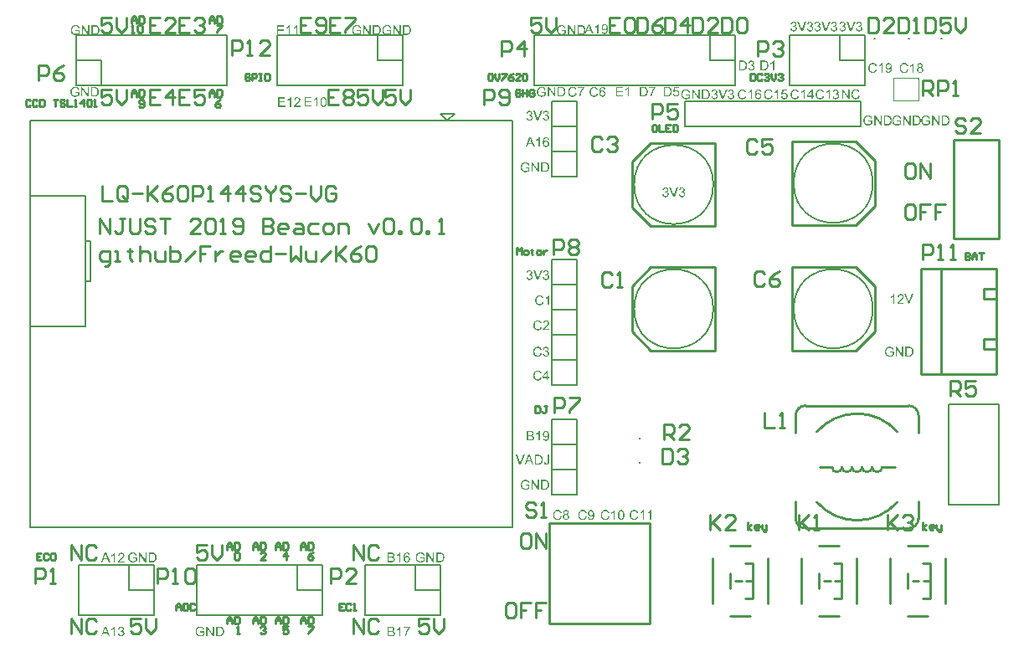
<source format=gto>
G04*
G04 #@! TF.GenerationSoftware,Altium Limited,Altium Designer,18.1.4 (159)*
G04*
G04 Layer_Color=65535*
%FSLAX24Y24*%
%MOIN*%
G70*
G01*
G75*
%ADD10C,0.0079*%
%ADD11C,0.0100*%
%ADD12C,0.0020*%
%ADD13C,0.0098*%
%ADD14C,0.0059*%
%ADD15R,0.0050X0.0100*%
G36*
X35343Y13250D02*
X35289D01*
X35141Y13634D01*
X35196D01*
X35296Y13355D01*
Y13354D01*
X35297Y13353D01*
X35297Y13352D01*
X35298Y13349D01*
X35299Y13346D01*
X35300Y13343D01*
X35303Y13334D01*
X35306Y13325D01*
X35309Y13314D01*
X35316Y13292D01*
Y13293D01*
X35317Y13294D01*
X35317Y13296D01*
X35318Y13298D01*
X35319Y13304D01*
X35322Y13312D01*
X35325Y13322D01*
X35328Y13332D01*
X35332Y13343D01*
X35336Y13355D01*
X35441Y13634D01*
X35492D01*
X35343Y13250D01*
D02*
G37*
G36*
X34999Y13635D02*
X35003Y13635D01*
X35009Y13634D01*
X35015Y13633D01*
X35021Y13632D01*
X35036Y13628D01*
X35050Y13622D01*
X35057Y13619D01*
X35065Y13615D01*
X35071Y13610D01*
X35077Y13605D01*
X35078Y13604D01*
X35079Y13604D01*
X35080Y13601D01*
X35082Y13599D01*
X35085Y13596D01*
X35088Y13592D01*
X35091Y13589D01*
X35094Y13584D01*
X35099Y13573D01*
X35105Y13560D01*
X35107Y13553D01*
X35108Y13545D01*
X35109Y13537D01*
X35110Y13529D01*
Y13528D01*
Y13525D01*
X35109Y13521D01*
X35109Y13515D01*
X35108Y13508D01*
X35106Y13500D01*
X35103Y13492D01*
X35100Y13484D01*
X35099Y13483D01*
X35098Y13480D01*
X35096Y13475D01*
X35093Y13469D01*
X35088Y13463D01*
X35083Y13454D01*
X35076Y13446D01*
X35068Y13436D01*
X35067Y13435D01*
X35065Y13432D01*
X35062Y13429D01*
X35059Y13426D01*
X35056Y13423D01*
X35051Y13419D01*
X35047Y13414D01*
X35041Y13409D01*
X35036Y13404D01*
X35029Y13398D01*
X35022Y13392D01*
X35014Y13384D01*
X35005Y13377D01*
X34996Y13369D01*
X34996Y13369D01*
X34995Y13368D01*
X34992Y13366D01*
X34990Y13364D01*
X34986Y13360D01*
X34982Y13357D01*
X34974Y13350D01*
X34964Y13342D01*
X34955Y13333D01*
X34947Y13326D01*
X34944Y13323D01*
X34941Y13320D01*
X34941Y13320D01*
X34939Y13318D01*
X34937Y13316D01*
X34934Y13313D01*
X34931Y13309D01*
X34928Y13305D01*
X34921Y13296D01*
X35111D01*
Y13250D01*
X34856D01*
Y13251D01*
Y13253D01*
Y13256D01*
X34856Y13261D01*
X34857Y13266D01*
X34858Y13271D01*
X34859Y13277D01*
X34861Y13283D01*
Y13283D01*
X34862Y13284D01*
X34863Y13287D01*
X34865Y13292D01*
X34869Y13299D01*
X34873Y13307D01*
X34879Y13315D01*
X34885Y13324D01*
X34892Y13334D01*
Y13334D01*
X34894Y13335D01*
X34896Y13338D01*
X34901Y13343D01*
X34909Y13350D01*
X34917Y13359D01*
X34927Y13369D01*
X34940Y13380D01*
X34954Y13392D01*
X34955Y13392D01*
X34957Y13394D01*
X34960Y13397D01*
X34964Y13400D01*
X34969Y13404D01*
X34975Y13409D01*
X34981Y13415D01*
X34989Y13421D01*
X35002Y13434D01*
X35016Y13448D01*
X35023Y13454D01*
X35029Y13461D01*
X35035Y13467D01*
X35039Y13473D01*
Y13474D01*
X35040Y13474D01*
X35041Y13476D01*
X35042Y13478D01*
X35046Y13484D01*
X35051Y13491D01*
X35055Y13500D01*
X35058Y13510D01*
X35061Y13520D01*
X35062Y13530D01*
Y13531D01*
Y13531D01*
X35061Y13535D01*
X35061Y13540D01*
X35059Y13546D01*
X35057Y13554D01*
X35053Y13562D01*
X35048Y13570D01*
X35041Y13577D01*
X35040Y13579D01*
X35037Y13581D01*
X35033Y13584D01*
X35027Y13587D01*
X35020Y13591D01*
X35011Y13594D01*
X35000Y13596D01*
X34989Y13597D01*
X34985D01*
X34983Y13596D01*
X34976Y13596D01*
X34969Y13594D01*
X34960Y13592D01*
X34951Y13588D01*
X34942Y13583D01*
X34934Y13576D01*
X34932Y13575D01*
X34930Y13572D01*
X34927Y13568D01*
X34924Y13561D01*
X34920Y13554D01*
X34916Y13544D01*
X34914Y13532D01*
X34913Y13520D01*
X34865Y13525D01*
Y13525D01*
X34865Y13527D01*
Y13530D01*
X34866Y13534D01*
X34867Y13538D01*
X34868Y13543D01*
X34870Y13549D01*
X34871Y13555D01*
X34876Y13569D01*
X34882Y13582D01*
X34886Y13589D01*
X34891Y13595D01*
X34896Y13601D01*
X34902Y13607D01*
X34902Y13607D01*
X34904Y13608D01*
X34905Y13610D01*
X34908Y13611D01*
X34911Y13614D01*
X34915Y13616D01*
X34920Y13619D01*
X34925Y13621D01*
X34931Y13624D01*
X34938Y13627D01*
X34945Y13629D01*
X34953Y13631D01*
X34961Y13633D01*
X34970Y13635D01*
X34980Y13635D01*
X34990Y13636D01*
X34995D01*
X34999Y13635D01*
D02*
G37*
G36*
X34742Y13250D02*
X34694D01*
Y13550D01*
X34694Y13550D01*
X34691Y13547D01*
X34688Y13544D01*
X34682Y13540D01*
X34676Y13535D01*
X34668Y13530D01*
X34659Y13524D01*
X34649Y13518D01*
X34649D01*
X34648Y13517D01*
X34645Y13515D01*
X34639Y13512D01*
X34633Y13509D01*
X34625Y13505D01*
X34617Y13501D01*
X34608Y13497D01*
X34600Y13494D01*
Y13539D01*
X34601D01*
X34602Y13540D01*
X34604Y13541D01*
X34607Y13542D01*
X34610Y13544D01*
X34614Y13546D01*
X34623Y13552D01*
X34634Y13558D01*
X34646Y13566D01*
X34657Y13575D01*
X34669Y13584D01*
X34669Y13585D01*
X34670Y13585D01*
X34672Y13587D01*
X34674Y13589D01*
X34679Y13594D01*
X34685Y13601D01*
X34692Y13609D01*
X34699Y13617D01*
X34705Y13626D01*
X34711Y13636D01*
X34742D01*
Y13250D01*
D02*
G37*
G36*
X36003Y20749D02*
X36007D01*
X36018Y20748D01*
X36029Y20746D01*
X36041Y20744D01*
X36055Y20740D01*
X36068Y20736D01*
X36068D01*
X36069Y20735D01*
X36071Y20735D01*
X36073Y20734D01*
X36079Y20730D01*
X36087Y20726D01*
X36095Y20721D01*
X36104Y20714D01*
X36112Y20707D01*
X36120Y20698D01*
X36121Y20697D01*
X36124Y20694D01*
X36127Y20689D01*
X36131Y20682D01*
X36136Y20673D01*
X36141Y20662D01*
X36146Y20649D01*
X36150Y20635D01*
X36104Y20623D01*
Y20624D01*
X36103Y20624D01*
X36102Y20626D01*
X36102Y20628D01*
X36100Y20633D01*
X36098Y20640D01*
X36095Y20648D01*
X36091Y20655D01*
X36087Y20663D01*
X36082Y20669D01*
X36081Y20670D01*
X36080Y20672D01*
X36076Y20675D01*
X36073Y20679D01*
X36068Y20683D01*
X36061Y20688D01*
X36054Y20692D01*
X36045Y20696D01*
X36044Y20697D01*
X36041Y20698D01*
X36036Y20699D01*
X36030Y20702D01*
X36022Y20703D01*
X36013Y20705D01*
X36003Y20706D01*
X35993Y20707D01*
X35986D01*
X35984Y20706D01*
X35980D01*
X35972Y20705D01*
X35963Y20704D01*
X35952Y20702D01*
X35942Y20699D01*
X35932Y20695D01*
X35931Y20695D01*
X35928Y20694D01*
X35923Y20691D01*
X35918Y20688D01*
X35911Y20684D01*
X35904Y20679D01*
X35897Y20674D01*
X35891Y20668D01*
X35890Y20667D01*
X35888Y20665D01*
X35885Y20661D01*
X35882Y20657D01*
X35878Y20651D01*
X35874Y20644D01*
X35870Y20637D01*
X35867Y20629D01*
Y20629D01*
X35866Y20628D01*
X35865Y20626D01*
X35864Y20623D01*
X35863Y20620D01*
X35862Y20616D01*
X35861Y20612D01*
X35859Y20607D01*
X35857Y20595D01*
X35854Y20582D01*
X35853Y20568D01*
X35852Y20552D01*
Y20552D01*
Y20550D01*
Y20547D01*
X35853Y20544D01*
Y20539D01*
X35853Y20534D01*
X35854Y20528D01*
X35854Y20522D01*
X35857Y20508D01*
X35859Y20494D01*
X35864Y20480D01*
X35869Y20466D01*
Y20465D01*
X35870Y20464D01*
X35871Y20462D01*
X35873Y20460D01*
X35877Y20454D01*
X35883Y20446D01*
X35890Y20438D01*
X35899Y20430D01*
X35909Y20422D01*
X35921Y20415D01*
X35922D01*
X35923Y20414D01*
X35924Y20413D01*
X35927Y20412D01*
X35930Y20411D01*
X35934Y20410D01*
X35943Y20406D01*
X35954Y20403D01*
X35966Y20401D01*
X35979Y20398D01*
X35993Y20398D01*
X35999D01*
X36002Y20398D01*
X36005D01*
X36014Y20400D01*
X36024Y20401D01*
X36034Y20403D01*
X36046Y20406D01*
X36058Y20410D01*
X36058D01*
X36059Y20411D01*
X36060Y20411D01*
X36063Y20412D01*
X36069Y20415D01*
X36075Y20418D01*
X36083Y20422D01*
X36091Y20427D01*
X36099Y20432D01*
X36106Y20437D01*
Y20509D01*
X35993D01*
Y20555D01*
X36156D01*
Y20412D01*
X36155Y20412D01*
X36154Y20411D01*
X36152Y20410D01*
X36149Y20407D01*
X36146Y20405D01*
X36142Y20402D01*
X36137Y20399D01*
X36132Y20396D01*
X36120Y20389D01*
X36107Y20381D01*
X36093Y20374D01*
X36078Y20367D01*
X36077D01*
X36076Y20367D01*
X36074Y20366D01*
X36071Y20365D01*
X36068Y20364D01*
X36063Y20362D01*
X36058Y20361D01*
X36053Y20360D01*
X36041Y20357D01*
X36027Y20355D01*
X36012Y20353D01*
X35996Y20352D01*
X35991D01*
X35987Y20353D01*
X35982D01*
X35976Y20354D01*
X35969Y20355D01*
X35962Y20355D01*
X35946Y20359D01*
X35929Y20362D01*
X35911Y20369D01*
X35902Y20372D01*
X35893Y20376D01*
X35893Y20377D01*
X35891Y20377D01*
X35889Y20379D01*
X35885Y20381D01*
X35882Y20384D01*
X35878Y20386D01*
X35867Y20394D01*
X35856Y20404D01*
X35844Y20416D01*
X35833Y20430D01*
X35823Y20446D01*
Y20447D01*
X35822Y20448D01*
X35821Y20451D01*
X35819Y20455D01*
X35818Y20458D01*
X35816Y20464D01*
X35814Y20470D01*
X35812Y20476D01*
X35809Y20483D01*
X35807Y20492D01*
X35806Y20500D01*
X35804Y20509D01*
X35801Y20528D01*
X35800Y20549D01*
Y20549D01*
Y20552D01*
Y20554D01*
X35801Y20558D01*
Y20563D01*
X35801Y20569D01*
X35802Y20576D01*
X35803Y20583D01*
X35804Y20591D01*
X35806Y20599D01*
X35810Y20617D01*
X35816Y20635D01*
X35823Y20653D01*
X35824Y20654D01*
X35824Y20655D01*
X35826Y20658D01*
X35828Y20661D01*
X35830Y20665D01*
X35833Y20670D01*
X35841Y20680D01*
X35850Y20693D01*
X35862Y20704D01*
X35875Y20716D01*
X35883Y20721D01*
X35890Y20726D01*
X35891Y20726D01*
X35893Y20727D01*
X35895Y20728D01*
X35898Y20730D01*
X35903Y20731D01*
X35908Y20734D01*
X35913Y20736D01*
X35920Y20738D01*
X35927Y20740D01*
X35935Y20742D01*
X35943Y20744D01*
X35952Y20746D01*
X35971Y20749D01*
X35981Y20750D01*
X35999D01*
X36003Y20749D01*
D02*
G37*
G36*
X36533Y20359D02*
X36480D01*
X36279Y20660D01*
Y20359D01*
X36230D01*
Y20743D01*
X36282D01*
X36484Y20441D01*
Y20743D01*
X36533D01*
Y20359D01*
D02*
G37*
G36*
X36776Y20743D02*
X36787Y20742D01*
X36798Y20741D01*
X36809Y20739D01*
X36818Y20738D01*
X36819D01*
X36820Y20737D01*
X36822D01*
X36824Y20736D01*
X36830Y20734D01*
X36838Y20731D01*
X36847Y20728D01*
X36856Y20723D01*
X36866Y20717D01*
X36874Y20710D01*
X36875Y20709D01*
X36876Y20709D01*
X36877Y20707D01*
X36879Y20705D01*
X36885Y20700D01*
X36892Y20692D01*
X36899Y20683D01*
X36907Y20672D01*
X36914Y20659D01*
X36920Y20644D01*
Y20644D01*
X36921Y20643D01*
X36922Y20640D01*
X36922Y20637D01*
X36924Y20633D01*
X36925Y20629D01*
X36926Y20624D01*
X36928Y20618D01*
X36929Y20612D01*
X36931Y20604D01*
X36933Y20589D01*
X36935Y20572D01*
X36936Y20553D01*
Y20552D01*
Y20551D01*
Y20548D01*
Y20546D01*
X36935Y20542D01*
Y20537D01*
X36934Y20527D01*
X36933Y20514D01*
X36931Y20502D01*
X36928Y20488D01*
X36925Y20475D01*
Y20475D01*
X36924Y20473D01*
X36924Y20472D01*
X36923Y20470D01*
X36921Y20463D01*
X36918Y20456D01*
X36914Y20447D01*
X36910Y20438D01*
X36904Y20428D01*
X36899Y20420D01*
X36898Y20418D01*
X36896Y20416D01*
X36893Y20412D01*
X36888Y20407D01*
X36883Y20401D01*
X36877Y20396D01*
X36871Y20390D01*
X36864Y20385D01*
X36863Y20384D01*
X36861Y20382D01*
X36857Y20380D01*
X36851Y20377D01*
X36845Y20374D01*
X36837Y20371D01*
X36828Y20368D01*
X36818Y20365D01*
X36817D01*
X36815Y20365D01*
X36813Y20364D01*
X36808Y20364D01*
X36800Y20362D01*
X36791Y20361D01*
X36781Y20360D01*
X36769Y20360D01*
X36756Y20359D01*
X36618D01*
Y20743D01*
X36766D01*
X36776Y20743D01*
D02*
G37*
G36*
X34853Y20749D02*
X34857D01*
X34868Y20748D01*
X34879Y20746D01*
X34891Y20744D01*
X34905Y20740D01*
X34918Y20736D01*
X34918D01*
X34919Y20735D01*
X34921Y20735D01*
X34923Y20734D01*
X34929Y20730D01*
X34937Y20726D01*
X34945Y20721D01*
X34954Y20714D01*
X34962Y20707D01*
X34970Y20698D01*
X34971Y20697D01*
X34974Y20694D01*
X34977Y20689D01*
X34981Y20682D01*
X34986Y20673D01*
X34991Y20662D01*
X34996Y20649D01*
X35000Y20635D01*
X34954Y20623D01*
Y20624D01*
X34953Y20624D01*
X34952Y20626D01*
X34952Y20628D01*
X34950Y20633D01*
X34948Y20640D01*
X34945Y20648D01*
X34941Y20655D01*
X34937Y20663D01*
X34932Y20669D01*
X34931Y20670D01*
X34930Y20672D01*
X34926Y20675D01*
X34923Y20679D01*
X34918Y20683D01*
X34911Y20688D01*
X34904Y20692D01*
X34895Y20696D01*
X34894Y20697D01*
X34891Y20698D01*
X34886Y20699D01*
X34880Y20702D01*
X34872Y20703D01*
X34863Y20705D01*
X34853Y20706D01*
X34843Y20707D01*
X34836D01*
X34834Y20706D01*
X34830D01*
X34822Y20705D01*
X34813Y20704D01*
X34802Y20702D01*
X34792Y20699D01*
X34782Y20695D01*
X34781Y20695D01*
X34778Y20694D01*
X34773Y20691D01*
X34768Y20688D01*
X34761Y20684D01*
X34754Y20679D01*
X34747Y20674D01*
X34741Y20668D01*
X34740Y20667D01*
X34738Y20665D01*
X34735Y20661D01*
X34732Y20657D01*
X34728Y20651D01*
X34724Y20644D01*
X34720Y20637D01*
X34717Y20629D01*
Y20629D01*
X34716Y20628D01*
X34715Y20626D01*
X34714Y20623D01*
X34713Y20620D01*
X34712Y20616D01*
X34711Y20612D01*
X34709Y20607D01*
X34707Y20595D01*
X34704Y20582D01*
X34703Y20568D01*
X34702Y20552D01*
Y20552D01*
Y20550D01*
Y20547D01*
X34703Y20544D01*
Y20539D01*
X34703Y20534D01*
X34704Y20528D01*
X34704Y20522D01*
X34707Y20508D01*
X34709Y20494D01*
X34714Y20480D01*
X34719Y20466D01*
Y20465D01*
X34720Y20464D01*
X34721Y20462D01*
X34723Y20460D01*
X34727Y20454D01*
X34733Y20446D01*
X34740Y20438D01*
X34749Y20430D01*
X34759Y20422D01*
X34771Y20415D01*
X34772D01*
X34773Y20414D01*
X34774Y20413D01*
X34777Y20412D01*
X34780Y20411D01*
X34784Y20410D01*
X34793Y20406D01*
X34804Y20403D01*
X34816Y20401D01*
X34829Y20398D01*
X34843Y20398D01*
X34849D01*
X34852Y20398D01*
X34855D01*
X34864Y20400D01*
X34874Y20401D01*
X34884Y20403D01*
X34896Y20406D01*
X34908Y20410D01*
X34908D01*
X34909Y20411D01*
X34910Y20411D01*
X34913Y20412D01*
X34919Y20415D01*
X34925Y20418D01*
X34933Y20422D01*
X34941Y20427D01*
X34949Y20432D01*
X34956Y20437D01*
Y20509D01*
X34843D01*
Y20555D01*
X35006D01*
Y20412D01*
X35005Y20412D01*
X35004Y20411D01*
X35002Y20410D01*
X34999Y20407D01*
X34996Y20405D01*
X34992Y20402D01*
X34987Y20399D01*
X34982Y20396D01*
X34970Y20389D01*
X34957Y20381D01*
X34943Y20374D01*
X34928Y20367D01*
X34927D01*
X34926Y20367D01*
X34924Y20366D01*
X34921Y20365D01*
X34918Y20364D01*
X34913Y20362D01*
X34908Y20361D01*
X34903Y20360D01*
X34891Y20357D01*
X34877Y20355D01*
X34862Y20353D01*
X34846Y20352D01*
X34841D01*
X34837Y20353D01*
X34832D01*
X34826Y20354D01*
X34819Y20355D01*
X34812Y20355D01*
X34796Y20359D01*
X34779Y20362D01*
X34761Y20369D01*
X34752Y20372D01*
X34743Y20376D01*
X34743Y20377D01*
X34741Y20377D01*
X34739Y20379D01*
X34735Y20381D01*
X34732Y20384D01*
X34728Y20386D01*
X34717Y20394D01*
X34706Y20404D01*
X34694Y20416D01*
X34683Y20430D01*
X34673Y20446D01*
Y20447D01*
X34672Y20448D01*
X34671Y20451D01*
X34669Y20455D01*
X34668Y20458D01*
X34666Y20464D01*
X34664Y20470D01*
X34662Y20476D01*
X34659Y20483D01*
X34657Y20492D01*
X34656Y20500D01*
X34654Y20509D01*
X34651Y20528D01*
X34650Y20549D01*
Y20549D01*
Y20552D01*
Y20554D01*
X34651Y20558D01*
Y20563D01*
X34651Y20569D01*
X34652Y20576D01*
X34653Y20583D01*
X34654Y20591D01*
X34656Y20599D01*
X34660Y20617D01*
X34666Y20635D01*
X34673Y20653D01*
X34674Y20654D01*
X34674Y20655D01*
X34676Y20658D01*
X34678Y20661D01*
X34680Y20665D01*
X34683Y20670D01*
X34691Y20680D01*
X34700Y20693D01*
X34712Y20704D01*
X34725Y20716D01*
X34733Y20721D01*
X34740Y20726D01*
X34741Y20726D01*
X34743Y20727D01*
X34745Y20728D01*
X34748Y20730D01*
X34753Y20731D01*
X34758Y20734D01*
X34763Y20736D01*
X34770Y20738D01*
X34777Y20740D01*
X34785Y20742D01*
X34793Y20744D01*
X34802Y20746D01*
X34821Y20749D01*
X34831Y20750D01*
X34849D01*
X34853Y20749D01*
D02*
G37*
G36*
X35383Y20359D02*
X35330D01*
X35129Y20660D01*
Y20359D01*
X35080D01*
Y20743D01*
X35132D01*
X35334Y20441D01*
Y20743D01*
X35383D01*
Y20359D01*
D02*
G37*
G36*
X35626Y20743D02*
X35637Y20742D01*
X35648Y20741D01*
X35659Y20739D01*
X35668Y20738D01*
X35669D01*
X35670Y20737D01*
X35672D01*
X35674Y20736D01*
X35680Y20734D01*
X35688Y20731D01*
X35697Y20728D01*
X35706Y20723D01*
X35716Y20717D01*
X35724Y20710D01*
X35725Y20709D01*
X35726Y20709D01*
X35727Y20707D01*
X35729Y20705D01*
X35735Y20700D01*
X35742Y20692D01*
X35749Y20683D01*
X35757Y20672D01*
X35764Y20659D01*
X35770Y20644D01*
Y20644D01*
X35771Y20643D01*
X35772Y20640D01*
X35772Y20637D01*
X35774Y20633D01*
X35775Y20629D01*
X35776Y20624D01*
X35778Y20618D01*
X35779Y20612D01*
X35781Y20604D01*
X35783Y20589D01*
X35785Y20572D01*
X35786Y20553D01*
Y20552D01*
Y20551D01*
Y20548D01*
Y20546D01*
X35785Y20542D01*
Y20537D01*
X35784Y20527D01*
X35783Y20514D01*
X35781Y20502D01*
X35778Y20488D01*
X35775Y20475D01*
Y20475D01*
X35774Y20473D01*
X35774Y20472D01*
X35773Y20470D01*
X35771Y20463D01*
X35768Y20456D01*
X35764Y20447D01*
X35760Y20438D01*
X35754Y20428D01*
X35749Y20420D01*
X35748Y20418D01*
X35746Y20416D01*
X35743Y20412D01*
X35738Y20407D01*
X35733Y20401D01*
X35727Y20396D01*
X35721Y20390D01*
X35714Y20385D01*
X35713Y20384D01*
X35711Y20382D01*
X35707Y20380D01*
X35701Y20377D01*
X35695Y20374D01*
X35687Y20371D01*
X35678Y20368D01*
X35668Y20365D01*
X35667D01*
X35665Y20365D01*
X35663Y20364D01*
X35658Y20364D01*
X35650Y20362D01*
X35641Y20361D01*
X35631Y20360D01*
X35619Y20360D01*
X35606Y20359D01*
X35468D01*
Y20743D01*
X35616D01*
X35626Y20743D01*
D02*
G37*
G36*
X33703Y20749D02*
X33707D01*
X33718Y20748D01*
X33729Y20746D01*
X33741Y20744D01*
X33755Y20740D01*
X33768Y20736D01*
X33768D01*
X33769Y20735D01*
X33771Y20735D01*
X33773Y20734D01*
X33779Y20730D01*
X33787Y20726D01*
X33795Y20721D01*
X33804Y20714D01*
X33812Y20707D01*
X33820Y20698D01*
X33821Y20697D01*
X33824Y20694D01*
X33827Y20689D01*
X33831Y20682D01*
X33836Y20673D01*
X33841Y20662D01*
X33846Y20649D01*
X33850Y20635D01*
X33804Y20623D01*
Y20624D01*
X33803Y20624D01*
X33802Y20626D01*
X33802Y20628D01*
X33800Y20633D01*
X33798Y20640D01*
X33795Y20648D01*
X33791Y20655D01*
X33787Y20663D01*
X33782Y20669D01*
X33781Y20670D01*
X33780Y20672D01*
X33776Y20675D01*
X33773Y20679D01*
X33768Y20683D01*
X33761Y20688D01*
X33754Y20692D01*
X33745Y20696D01*
X33744Y20697D01*
X33741Y20698D01*
X33736Y20699D01*
X33730Y20702D01*
X33722Y20703D01*
X33713Y20705D01*
X33703Y20706D01*
X33693Y20707D01*
X33686D01*
X33684Y20706D01*
X33680D01*
X33672Y20705D01*
X33663Y20704D01*
X33652Y20702D01*
X33642Y20699D01*
X33632Y20695D01*
X33631Y20695D01*
X33628Y20694D01*
X33623Y20691D01*
X33618Y20688D01*
X33611Y20684D01*
X33604Y20679D01*
X33597Y20674D01*
X33591Y20668D01*
X33590Y20667D01*
X33588Y20665D01*
X33585Y20661D01*
X33582Y20657D01*
X33578Y20651D01*
X33574Y20644D01*
X33570Y20637D01*
X33567Y20629D01*
Y20629D01*
X33566Y20628D01*
X33565Y20626D01*
X33564Y20623D01*
X33563Y20620D01*
X33562Y20616D01*
X33561Y20612D01*
X33559Y20607D01*
X33557Y20595D01*
X33554Y20582D01*
X33553Y20568D01*
X33552Y20552D01*
Y20552D01*
Y20550D01*
Y20547D01*
X33553Y20544D01*
Y20539D01*
X33553Y20534D01*
X33554Y20528D01*
X33554Y20522D01*
X33557Y20508D01*
X33559Y20494D01*
X33564Y20480D01*
X33569Y20466D01*
Y20465D01*
X33570Y20464D01*
X33571Y20462D01*
X33573Y20460D01*
X33577Y20454D01*
X33583Y20446D01*
X33590Y20438D01*
X33599Y20430D01*
X33609Y20422D01*
X33621Y20415D01*
X33622D01*
X33623Y20414D01*
X33624Y20413D01*
X33627Y20412D01*
X33630Y20411D01*
X33634Y20410D01*
X33643Y20406D01*
X33654Y20403D01*
X33666Y20401D01*
X33679Y20398D01*
X33693Y20398D01*
X33699D01*
X33702Y20398D01*
X33705D01*
X33714Y20400D01*
X33724Y20401D01*
X33734Y20403D01*
X33746Y20406D01*
X33758Y20410D01*
X33758D01*
X33759Y20411D01*
X33760Y20411D01*
X33763Y20412D01*
X33769Y20415D01*
X33775Y20418D01*
X33783Y20422D01*
X33791Y20427D01*
X33799Y20432D01*
X33806Y20437D01*
Y20509D01*
X33693D01*
Y20555D01*
X33856D01*
Y20412D01*
X33855Y20412D01*
X33854Y20411D01*
X33852Y20410D01*
X33849Y20407D01*
X33846Y20405D01*
X33842Y20402D01*
X33837Y20399D01*
X33832Y20396D01*
X33820Y20389D01*
X33807Y20381D01*
X33793Y20374D01*
X33778Y20367D01*
X33777D01*
X33776Y20367D01*
X33774Y20366D01*
X33771Y20365D01*
X33768Y20364D01*
X33763Y20362D01*
X33758Y20361D01*
X33753Y20360D01*
X33741Y20357D01*
X33727Y20355D01*
X33712Y20353D01*
X33696Y20352D01*
X33691D01*
X33687Y20353D01*
X33682D01*
X33676Y20354D01*
X33669Y20355D01*
X33662Y20355D01*
X33646Y20359D01*
X33629Y20362D01*
X33611Y20369D01*
X33602Y20372D01*
X33593Y20376D01*
X33593Y20377D01*
X33591Y20377D01*
X33589Y20379D01*
X33585Y20381D01*
X33582Y20384D01*
X33578Y20386D01*
X33567Y20394D01*
X33556Y20404D01*
X33544Y20416D01*
X33533Y20430D01*
X33523Y20446D01*
Y20447D01*
X33522Y20448D01*
X33521Y20451D01*
X33519Y20455D01*
X33518Y20458D01*
X33516Y20464D01*
X33514Y20470D01*
X33512Y20476D01*
X33509Y20483D01*
X33507Y20492D01*
X33506Y20500D01*
X33504Y20509D01*
X33501Y20528D01*
X33500Y20549D01*
Y20549D01*
Y20552D01*
Y20554D01*
X33501Y20558D01*
Y20563D01*
X33501Y20569D01*
X33502Y20576D01*
X33503Y20583D01*
X33504Y20591D01*
X33506Y20599D01*
X33510Y20617D01*
X33516Y20635D01*
X33523Y20653D01*
X33524Y20654D01*
X33524Y20655D01*
X33526Y20658D01*
X33528Y20661D01*
X33530Y20665D01*
X33533Y20670D01*
X33541Y20680D01*
X33550Y20693D01*
X33562Y20704D01*
X33575Y20716D01*
X33583Y20721D01*
X33590Y20726D01*
X33591Y20726D01*
X33593Y20727D01*
X33595Y20728D01*
X33598Y20730D01*
X33603Y20731D01*
X33608Y20734D01*
X33613Y20736D01*
X33620Y20738D01*
X33627Y20740D01*
X33635Y20742D01*
X33643Y20744D01*
X33652Y20746D01*
X33671Y20749D01*
X33681Y20750D01*
X33699D01*
X33703Y20749D01*
D02*
G37*
G36*
X34233Y20359D02*
X34180D01*
X33979Y20660D01*
Y20359D01*
X33930D01*
Y20743D01*
X33982D01*
X34184Y20441D01*
Y20743D01*
X34233D01*
Y20359D01*
D02*
G37*
G36*
X34476Y20743D02*
X34487Y20742D01*
X34498Y20741D01*
X34509Y20739D01*
X34518Y20738D01*
X34519D01*
X34520Y20737D01*
X34522D01*
X34524Y20736D01*
X34530Y20734D01*
X34538Y20731D01*
X34547Y20728D01*
X34556Y20723D01*
X34566Y20717D01*
X34574Y20710D01*
X34575Y20709D01*
X34576Y20709D01*
X34577Y20707D01*
X34579Y20705D01*
X34585Y20700D01*
X34592Y20692D01*
X34599Y20683D01*
X34607Y20672D01*
X34614Y20659D01*
X34620Y20644D01*
Y20644D01*
X34621Y20643D01*
X34622Y20640D01*
X34622Y20637D01*
X34624Y20633D01*
X34625Y20629D01*
X34626Y20624D01*
X34628Y20618D01*
X34629Y20612D01*
X34631Y20604D01*
X34633Y20589D01*
X34635Y20572D01*
X34636Y20553D01*
Y20552D01*
Y20551D01*
Y20548D01*
Y20546D01*
X34635Y20542D01*
Y20537D01*
X34634Y20527D01*
X34633Y20514D01*
X34631Y20502D01*
X34628Y20488D01*
X34625Y20475D01*
Y20475D01*
X34624Y20473D01*
X34624Y20472D01*
X34623Y20470D01*
X34621Y20463D01*
X34618Y20456D01*
X34614Y20447D01*
X34610Y20438D01*
X34604Y20428D01*
X34599Y20420D01*
X34598Y20418D01*
X34596Y20416D01*
X34593Y20412D01*
X34588Y20407D01*
X34583Y20401D01*
X34577Y20396D01*
X34571Y20390D01*
X34564Y20385D01*
X34563Y20384D01*
X34561Y20382D01*
X34557Y20380D01*
X34551Y20377D01*
X34545Y20374D01*
X34537Y20371D01*
X34528Y20368D01*
X34518Y20365D01*
X34517D01*
X34515Y20365D01*
X34513Y20364D01*
X34508Y20364D01*
X34500Y20362D01*
X34491Y20361D01*
X34481Y20360D01*
X34469Y20360D01*
X34456Y20359D01*
X34318D01*
Y20743D01*
X34466D01*
X34476Y20743D01*
D02*
G37*
G36*
X33338Y24485D02*
X33345Y24484D01*
X33354Y24482D01*
X33364Y24480D01*
X33374Y24476D01*
X33384Y24472D01*
X33385D01*
X33385Y24471D01*
X33389Y24470D01*
X33394Y24466D01*
X33399Y24462D01*
X33406Y24457D01*
X33412Y24451D01*
X33419Y24444D01*
X33425Y24435D01*
X33425Y24434D01*
X33427Y24431D01*
X33429Y24426D01*
X33432Y24420D01*
X33435Y24413D01*
X33437Y24405D01*
X33439Y24395D01*
X33439Y24386D01*
Y24385D01*
Y24381D01*
X33439Y24377D01*
X33437Y24371D01*
X33436Y24364D01*
X33433Y24356D01*
X33430Y24348D01*
X33425Y24340D01*
X33425Y24339D01*
X33423Y24337D01*
X33420Y24333D01*
X33415Y24329D01*
X33410Y24324D01*
X33403Y24318D01*
X33395Y24313D01*
X33386Y24308D01*
X33386D01*
X33387Y24308D01*
X33389Y24307D01*
X33391Y24306D01*
X33397Y24304D01*
X33405Y24301D01*
X33414Y24296D01*
X33423Y24291D01*
X33431Y24284D01*
X33439Y24275D01*
X33440Y24274D01*
X33442Y24271D01*
X33445Y24265D01*
X33449Y24258D01*
X33452Y24249D01*
X33455Y24239D01*
X33457Y24227D01*
X33458Y24213D01*
Y24213D01*
Y24211D01*
Y24208D01*
X33457Y24205D01*
X33457Y24200D01*
X33456Y24195D01*
X33455Y24190D01*
X33454Y24184D01*
X33449Y24170D01*
X33446Y24163D01*
X33442Y24157D01*
X33438Y24149D01*
X33433Y24142D01*
X33427Y24135D01*
X33421Y24128D01*
X33420Y24128D01*
X33419Y24127D01*
X33417Y24125D01*
X33414Y24123D01*
X33411Y24120D01*
X33406Y24117D01*
X33401Y24114D01*
X33395Y24111D01*
X33389Y24108D01*
X33382Y24104D01*
X33375Y24102D01*
X33366Y24099D01*
X33358Y24097D01*
X33348Y24095D01*
X33339Y24094D01*
X33328Y24093D01*
X33323D01*
X33320Y24094D01*
X33315Y24094D01*
X33310Y24095D01*
X33305Y24096D01*
X33299Y24097D01*
X33285Y24101D01*
X33272Y24106D01*
X33264Y24109D01*
X33258Y24113D01*
X33251Y24118D01*
X33244Y24123D01*
X33244Y24124D01*
X33243Y24125D01*
X33241Y24127D01*
X33239Y24129D01*
X33237Y24132D01*
X33234Y24136D01*
X33230Y24139D01*
X33227Y24144D01*
X33224Y24150D01*
X33220Y24155D01*
X33214Y24169D01*
X33209Y24184D01*
X33208Y24193D01*
X33207Y24202D01*
X33254Y24208D01*
Y24207D01*
X33254Y24206D01*
X33255Y24204D01*
X33255Y24201D01*
X33256Y24198D01*
X33257Y24194D01*
X33260Y24185D01*
X33264Y24175D01*
X33269Y24166D01*
X33274Y24157D01*
X33281Y24149D01*
X33282Y24149D01*
X33284Y24147D01*
X33289Y24144D01*
X33294Y24141D01*
X33301Y24138D01*
X33309Y24135D01*
X33319Y24133D01*
X33329Y24132D01*
X33332D01*
X33334Y24133D01*
X33340Y24133D01*
X33348Y24135D01*
X33357Y24138D01*
X33366Y24142D01*
X33376Y24147D01*
X33385Y24155D01*
X33386Y24156D01*
X33389Y24159D01*
X33392Y24164D01*
X33396Y24171D01*
X33401Y24179D01*
X33404Y24189D01*
X33407Y24200D01*
X33408Y24212D01*
Y24213D01*
Y24214D01*
Y24215D01*
X33407Y24218D01*
X33407Y24224D01*
X33405Y24231D01*
X33403Y24240D01*
X33399Y24249D01*
X33394Y24258D01*
X33386Y24266D01*
X33385Y24267D01*
X33382Y24269D01*
X33378Y24273D01*
X33372Y24276D01*
X33364Y24280D01*
X33355Y24284D01*
X33344Y24286D01*
X33333Y24287D01*
X33328D01*
X33324Y24286D01*
X33319Y24286D01*
X33313Y24285D01*
X33306Y24284D01*
X33299Y24282D01*
X33305Y24324D01*
X33308D01*
X33310Y24323D01*
X33317D01*
X33323Y24324D01*
X33330Y24325D01*
X33339Y24327D01*
X33348Y24330D01*
X33357Y24334D01*
X33366Y24339D01*
X33367D01*
X33368Y24339D01*
X33370Y24341D01*
X33374Y24345D01*
X33379Y24350D01*
X33383Y24358D01*
X33387Y24366D01*
X33390Y24375D01*
X33391Y24381D01*
Y24387D01*
Y24387D01*
Y24388D01*
Y24391D01*
X33390Y24396D01*
X33389Y24402D01*
X33386Y24409D01*
X33384Y24416D01*
X33379Y24423D01*
X33373Y24430D01*
X33373Y24430D01*
X33370Y24432D01*
X33366Y24435D01*
X33361Y24439D01*
X33354Y24441D01*
X33346Y24444D01*
X33338Y24446D01*
X33328Y24447D01*
X33323D01*
X33318Y24446D01*
X33311Y24445D01*
X33304Y24442D01*
X33297Y24440D01*
X33289Y24435D01*
X33282Y24430D01*
X33281Y24429D01*
X33279Y24426D01*
X33276Y24422D01*
X33272Y24417D01*
X33268Y24410D01*
X33264Y24401D01*
X33261Y24390D01*
X33259Y24378D01*
X33212Y24386D01*
Y24387D01*
X33212Y24389D01*
X33213Y24391D01*
X33213Y24394D01*
X33214Y24398D01*
X33216Y24402D01*
X33219Y24413D01*
X33225Y24425D01*
X33232Y24437D01*
X33240Y24449D01*
X33250Y24460D01*
X33251Y24460D01*
X33252Y24461D01*
X33254Y24462D01*
X33256Y24464D01*
X33259Y24466D01*
X33263Y24468D01*
X33267Y24470D01*
X33272Y24473D01*
X33283Y24477D01*
X33295Y24482D01*
X33310Y24485D01*
X33318Y24486D01*
X33332D01*
X33338Y24485D01*
D02*
G37*
G36*
X32682D02*
X32689Y24484D01*
X32698Y24482D01*
X32708Y24480D01*
X32718Y24476D01*
X32728Y24472D01*
X32728D01*
X32729Y24471D01*
X32732Y24470D01*
X32737Y24466D01*
X32743Y24462D01*
X32749Y24457D01*
X32756Y24451D01*
X32763Y24444D01*
X32768Y24435D01*
X32769Y24434D01*
X32770Y24431D01*
X32773Y24426D01*
X32775Y24420D01*
X32778Y24413D01*
X32780Y24405D01*
X32782Y24395D01*
X32783Y24386D01*
Y24385D01*
Y24381D01*
X32782Y24377D01*
X32781Y24371D01*
X32779Y24364D01*
X32776Y24356D01*
X32773Y24348D01*
X32769Y24340D01*
X32768Y24339D01*
X32766Y24337D01*
X32763Y24333D01*
X32759Y24329D01*
X32753Y24324D01*
X32746Y24318D01*
X32739Y24313D01*
X32729Y24308D01*
X32730D01*
X32731Y24308D01*
X32733Y24307D01*
X32735Y24306D01*
X32741Y24304D01*
X32749Y24301D01*
X32758Y24296D01*
X32766Y24291D01*
X32775Y24284D01*
X32783Y24275D01*
X32783Y24274D01*
X32785Y24271D01*
X32789Y24265D01*
X32792Y24258D01*
X32795Y24249D01*
X32799Y24239D01*
X32801Y24227D01*
X32801Y24213D01*
Y24213D01*
Y24211D01*
Y24208D01*
X32801Y24205D01*
X32800Y24200D01*
X32799Y24195D01*
X32798Y24190D01*
X32797Y24184D01*
X32793Y24170D01*
X32789Y24163D01*
X32786Y24157D01*
X32781Y24149D01*
X32776Y24142D01*
X32771Y24135D01*
X32764Y24128D01*
X32764Y24128D01*
X32763Y24127D01*
X32760Y24125D01*
X32758Y24123D01*
X32754Y24120D01*
X32750Y24117D01*
X32745Y24114D01*
X32739Y24111D01*
X32733Y24108D01*
X32725Y24104D01*
X32718Y24102D01*
X32710Y24099D01*
X32701Y24097D01*
X32692Y24095D01*
X32682Y24094D01*
X32672Y24093D01*
X32667D01*
X32663Y24094D01*
X32659Y24094D01*
X32654Y24095D01*
X32648Y24096D01*
X32642Y24097D01*
X32629Y24101D01*
X32615Y24106D01*
X32608Y24109D01*
X32601Y24113D01*
X32594Y24118D01*
X32588Y24123D01*
X32587Y24124D01*
X32586Y24125D01*
X32584Y24127D01*
X32583Y24129D01*
X32580Y24132D01*
X32577Y24136D01*
X32574Y24139D01*
X32571Y24144D01*
X32567Y24150D01*
X32564Y24155D01*
X32558Y24169D01*
X32553Y24184D01*
X32551Y24193D01*
X32550Y24202D01*
X32597Y24208D01*
Y24207D01*
X32598Y24206D01*
X32598Y24204D01*
X32599Y24201D01*
X32599Y24198D01*
X32601Y24194D01*
X32603Y24185D01*
X32607Y24175D01*
X32612Y24166D01*
X32618Y24157D01*
X32624Y24149D01*
X32625Y24149D01*
X32628Y24147D01*
X32632Y24144D01*
X32638Y24141D01*
X32644Y24138D01*
X32653Y24135D01*
X32662Y24133D01*
X32672Y24132D01*
X32675D01*
X32678Y24133D01*
X32684Y24133D01*
X32692Y24135D01*
X32700Y24138D01*
X32710Y24142D01*
X32719Y24147D01*
X32728Y24155D01*
X32729Y24156D01*
X32732Y24159D01*
X32735Y24164D01*
X32740Y24171D01*
X32744Y24179D01*
X32748Y24189D01*
X32750Y24200D01*
X32751Y24212D01*
Y24213D01*
Y24214D01*
Y24215D01*
X32751Y24218D01*
X32750Y24224D01*
X32749Y24231D01*
X32746Y24240D01*
X32743Y24249D01*
X32737Y24258D01*
X32730Y24266D01*
X32729Y24267D01*
X32726Y24269D01*
X32721Y24273D01*
X32715Y24276D01*
X32708Y24280D01*
X32698Y24284D01*
X32688Y24286D01*
X32676Y24287D01*
X32671D01*
X32667Y24286D01*
X32662Y24286D01*
X32657Y24285D01*
X32650Y24284D01*
X32643Y24282D01*
X32648Y24324D01*
X32651D01*
X32653Y24323D01*
X32660D01*
X32667Y24324D01*
X32674Y24325D01*
X32682Y24327D01*
X32692Y24330D01*
X32700Y24334D01*
X32710Y24339D01*
X32710D01*
X32711Y24339D01*
X32714Y24341D01*
X32718Y24345D01*
X32722Y24350D01*
X32726Y24358D01*
X32730Y24366D01*
X32733Y24375D01*
X32734Y24381D01*
Y24387D01*
Y24387D01*
Y24388D01*
Y24391D01*
X32733Y24396D01*
X32732Y24402D01*
X32730Y24409D01*
X32727Y24416D01*
X32723Y24423D01*
X32717Y24430D01*
X32716Y24430D01*
X32713Y24432D01*
X32709Y24435D01*
X32704Y24439D01*
X32698Y24441D01*
X32690Y24444D01*
X32681Y24446D01*
X32671Y24447D01*
X32667D01*
X32662Y24446D01*
X32655Y24445D01*
X32648Y24442D01*
X32640Y24440D01*
X32633Y24435D01*
X32625Y24430D01*
X32625Y24429D01*
X32623Y24426D01*
X32619Y24422D01*
X32615Y24417D01*
X32612Y24410D01*
X32608Y24401D01*
X32604Y24390D01*
X32602Y24378D01*
X32555Y24386D01*
Y24387D01*
X32556Y24389D01*
X32556Y24391D01*
X32557Y24394D01*
X32558Y24398D01*
X32559Y24402D01*
X32563Y24413D01*
X32568Y24425D01*
X32575Y24437D01*
X32583Y24449D01*
X32594Y24460D01*
X32594Y24460D01*
X32596Y24461D01*
X32597Y24462D01*
X32599Y24464D01*
X32602Y24466D01*
X32606Y24468D01*
X32610Y24470D01*
X32615Y24473D01*
X32626Y24477D01*
X32639Y24482D01*
X32654Y24485D01*
X32662Y24486D01*
X32675D01*
X32682Y24485D01*
D02*
G37*
G36*
X33030Y24100D02*
X32976D01*
X32827Y24484D01*
X32883D01*
X32983Y24205D01*
Y24204D01*
X32983Y24203D01*
X32984Y24202D01*
X32985Y24199D01*
X32986Y24196D01*
X32987Y24193D01*
X32990Y24184D01*
X32993Y24175D01*
X32996Y24164D01*
X33003Y24142D01*
Y24143D01*
X33003Y24144D01*
X33004Y24146D01*
X33005Y24148D01*
X33006Y24154D01*
X33009Y24162D01*
X33012Y24172D01*
X33015Y24182D01*
X33019Y24193D01*
X33023Y24205D01*
X33128Y24484D01*
X33179D01*
X33030Y24100D01*
D02*
G37*
G36*
X32338Y24485D02*
X32345Y24484D01*
X32354Y24482D01*
X32364Y24480D01*
X32374Y24476D01*
X32384Y24472D01*
X32385D01*
X32385Y24471D01*
X32389Y24470D01*
X32394Y24466D01*
X32399Y24462D01*
X32406Y24457D01*
X32412Y24451D01*
X32419Y24444D01*
X32425Y24435D01*
X32425Y24434D01*
X32427Y24431D01*
X32429Y24426D01*
X32432Y24420D01*
X32435Y24413D01*
X32437Y24405D01*
X32439Y24395D01*
X32439Y24386D01*
Y24385D01*
Y24381D01*
X32439Y24377D01*
X32437Y24371D01*
X32436Y24364D01*
X32433Y24356D01*
X32430Y24348D01*
X32425Y24340D01*
X32425Y24339D01*
X32423Y24337D01*
X32420Y24333D01*
X32415Y24329D01*
X32410Y24324D01*
X32403Y24318D01*
X32395Y24313D01*
X32386Y24308D01*
X32386D01*
X32387Y24308D01*
X32389Y24307D01*
X32391Y24306D01*
X32397Y24304D01*
X32405Y24301D01*
X32414Y24296D01*
X32423Y24291D01*
X32431Y24284D01*
X32439Y24275D01*
X32440Y24274D01*
X32442Y24271D01*
X32445Y24265D01*
X32449Y24258D01*
X32452Y24249D01*
X32455Y24239D01*
X32457Y24227D01*
X32458Y24213D01*
Y24213D01*
Y24211D01*
Y24208D01*
X32457Y24205D01*
X32457Y24200D01*
X32456Y24195D01*
X32455Y24190D01*
X32454Y24184D01*
X32449Y24170D01*
X32446Y24163D01*
X32442Y24157D01*
X32438Y24149D01*
X32433Y24142D01*
X32427Y24135D01*
X32421Y24128D01*
X32420Y24128D01*
X32419Y24127D01*
X32417Y24125D01*
X32414Y24123D01*
X32411Y24120D01*
X32406Y24117D01*
X32401Y24114D01*
X32395Y24111D01*
X32389Y24108D01*
X32382Y24104D01*
X32375Y24102D01*
X32366Y24099D01*
X32358Y24097D01*
X32348Y24095D01*
X32339Y24094D01*
X32328Y24093D01*
X32323D01*
X32320Y24094D01*
X32315Y24094D01*
X32310Y24095D01*
X32305Y24096D01*
X32299Y24097D01*
X32285Y24101D01*
X32271Y24106D01*
X32264Y24109D01*
X32258Y24113D01*
X32251Y24118D01*
X32244Y24123D01*
X32244Y24124D01*
X32243Y24125D01*
X32241Y24127D01*
X32239Y24129D01*
X32237Y24132D01*
X32234Y24136D01*
X32230Y24139D01*
X32227Y24144D01*
X32224Y24150D01*
X32220Y24155D01*
X32214Y24169D01*
X32209Y24184D01*
X32208Y24193D01*
X32207Y24202D01*
X32254Y24208D01*
Y24207D01*
X32254Y24206D01*
X32255Y24204D01*
X32255Y24201D01*
X32256Y24198D01*
X32257Y24194D01*
X32260Y24185D01*
X32264Y24175D01*
X32269Y24166D01*
X32274Y24157D01*
X32281Y24149D01*
X32282Y24149D01*
X32284Y24147D01*
X32289Y24144D01*
X32294Y24141D01*
X32301Y24138D01*
X32309Y24135D01*
X32319Y24133D01*
X32329Y24132D01*
X32332D01*
X32334Y24133D01*
X32340Y24133D01*
X32348Y24135D01*
X32357Y24138D01*
X32366Y24142D01*
X32376Y24147D01*
X32385Y24155D01*
X32386Y24156D01*
X32389Y24159D01*
X32392Y24164D01*
X32396Y24171D01*
X32401Y24179D01*
X32404Y24189D01*
X32407Y24200D01*
X32408Y24212D01*
Y24213D01*
Y24214D01*
Y24215D01*
X32407Y24218D01*
X32407Y24224D01*
X32405Y24231D01*
X32403Y24240D01*
X32399Y24249D01*
X32394Y24258D01*
X32386Y24266D01*
X32385Y24267D01*
X32383Y24269D01*
X32378Y24273D01*
X32372Y24276D01*
X32364Y24280D01*
X32355Y24284D01*
X32344Y24286D01*
X32333Y24287D01*
X32328D01*
X32324Y24286D01*
X32319Y24286D01*
X32313Y24285D01*
X32306Y24284D01*
X32299Y24282D01*
X32305Y24324D01*
X32308D01*
X32310Y24323D01*
X32317D01*
X32323Y24324D01*
X32330Y24325D01*
X32339Y24327D01*
X32348Y24330D01*
X32357Y24334D01*
X32366Y24339D01*
X32367D01*
X32368Y24339D01*
X32370Y24341D01*
X32374Y24345D01*
X32379Y24350D01*
X32383Y24358D01*
X32387Y24366D01*
X32390Y24375D01*
X32391Y24381D01*
Y24387D01*
Y24387D01*
Y24388D01*
Y24391D01*
X32390Y24396D01*
X32389Y24402D01*
X32386Y24409D01*
X32384Y24416D01*
X32379Y24423D01*
X32373Y24430D01*
X32373Y24430D01*
X32370Y24432D01*
X32366Y24435D01*
X32361Y24439D01*
X32354Y24441D01*
X32346Y24444D01*
X32338Y24446D01*
X32328Y24447D01*
X32323D01*
X32318Y24446D01*
X32311Y24445D01*
X32304Y24442D01*
X32297Y24440D01*
X32289Y24435D01*
X32282Y24430D01*
X32281Y24429D01*
X32279Y24426D01*
X32276Y24422D01*
X32272Y24417D01*
X32268Y24410D01*
X32264Y24401D01*
X32261Y24390D01*
X32259Y24378D01*
X32212Y24386D01*
Y24387D01*
X32212Y24389D01*
X32213Y24391D01*
X32213Y24394D01*
X32214Y24398D01*
X32216Y24402D01*
X32219Y24413D01*
X32225Y24425D01*
X32232Y24437D01*
X32240Y24449D01*
X32250Y24460D01*
X32251Y24460D01*
X32252Y24461D01*
X32254Y24462D01*
X32256Y24464D01*
X32259Y24466D01*
X32263Y24468D01*
X32267Y24470D01*
X32271Y24473D01*
X32283Y24477D01*
X32295Y24482D01*
X32310Y24485D01*
X32318Y24486D01*
X32332D01*
X32338Y24485D01*
D02*
G37*
G36*
X31682D02*
X31689Y24484D01*
X31698Y24482D01*
X31708Y24480D01*
X31718Y24476D01*
X31728Y24472D01*
X31728D01*
X31729Y24471D01*
X31732Y24470D01*
X31737Y24466D01*
X31743Y24462D01*
X31749Y24457D01*
X31756Y24451D01*
X31763Y24444D01*
X31768Y24435D01*
X31769Y24434D01*
X31770Y24431D01*
X31773Y24426D01*
X31775Y24420D01*
X31778Y24413D01*
X31780Y24405D01*
X31782Y24395D01*
X31783Y24386D01*
Y24385D01*
Y24381D01*
X31782Y24377D01*
X31781Y24371D01*
X31779Y24364D01*
X31776Y24356D01*
X31773Y24348D01*
X31769Y24340D01*
X31768Y24339D01*
X31766Y24337D01*
X31763Y24333D01*
X31759Y24329D01*
X31753Y24324D01*
X31746Y24318D01*
X31739Y24313D01*
X31729Y24308D01*
X31730D01*
X31731Y24308D01*
X31733Y24307D01*
X31735Y24306D01*
X31741Y24304D01*
X31749Y24301D01*
X31758Y24296D01*
X31766Y24291D01*
X31775Y24284D01*
X31783Y24275D01*
X31783Y24274D01*
X31785Y24271D01*
X31789Y24265D01*
X31792Y24258D01*
X31795Y24249D01*
X31799Y24239D01*
X31801Y24227D01*
X31801Y24213D01*
Y24213D01*
Y24211D01*
Y24208D01*
X31801Y24205D01*
X31800Y24200D01*
X31799Y24195D01*
X31798Y24190D01*
X31797Y24184D01*
X31793Y24170D01*
X31789Y24163D01*
X31786Y24157D01*
X31781Y24149D01*
X31776Y24142D01*
X31771Y24135D01*
X31764Y24128D01*
X31764Y24128D01*
X31763Y24127D01*
X31760Y24125D01*
X31758Y24123D01*
X31754Y24120D01*
X31750Y24117D01*
X31745Y24114D01*
X31739Y24111D01*
X31733Y24108D01*
X31725Y24104D01*
X31718Y24102D01*
X31710Y24099D01*
X31701Y24097D01*
X31692Y24095D01*
X31682Y24094D01*
X31672Y24093D01*
X31667D01*
X31663Y24094D01*
X31659Y24094D01*
X31654Y24095D01*
X31648Y24096D01*
X31642Y24097D01*
X31629Y24101D01*
X31615Y24106D01*
X31608Y24109D01*
X31601Y24113D01*
X31594Y24118D01*
X31588Y24123D01*
X31587Y24124D01*
X31586Y24125D01*
X31584Y24127D01*
X31583Y24129D01*
X31580Y24132D01*
X31577Y24136D01*
X31574Y24139D01*
X31571Y24144D01*
X31567Y24150D01*
X31564Y24155D01*
X31558Y24169D01*
X31553Y24184D01*
X31551Y24193D01*
X31550Y24202D01*
X31597Y24208D01*
Y24207D01*
X31598Y24206D01*
X31598Y24204D01*
X31599Y24201D01*
X31599Y24198D01*
X31600Y24194D01*
X31603Y24185D01*
X31607Y24175D01*
X31612Y24166D01*
X31618Y24157D01*
X31624Y24149D01*
X31625Y24149D01*
X31628Y24147D01*
X31632Y24144D01*
X31638Y24141D01*
X31644Y24138D01*
X31653Y24135D01*
X31662Y24133D01*
X31672Y24132D01*
X31675D01*
X31678Y24133D01*
X31684Y24133D01*
X31692Y24135D01*
X31700Y24138D01*
X31710Y24142D01*
X31719Y24147D01*
X31728Y24155D01*
X31729Y24156D01*
X31732Y24159D01*
X31735Y24164D01*
X31740Y24171D01*
X31744Y24179D01*
X31748Y24189D01*
X31750Y24200D01*
X31751Y24212D01*
Y24213D01*
Y24214D01*
Y24215D01*
X31751Y24218D01*
X31750Y24224D01*
X31749Y24231D01*
X31746Y24240D01*
X31743Y24249D01*
X31737Y24258D01*
X31730Y24266D01*
X31729Y24267D01*
X31726Y24269D01*
X31721Y24273D01*
X31715Y24276D01*
X31708Y24280D01*
X31698Y24284D01*
X31688Y24286D01*
X31676Y24287D01*
X31671D01*
X31667Y24286D01*
X31662Y24286D01*
X31657Y24285D01*
X31650Y24284D01*
X31643Y24282D01*
X31648Y24324D01*
X31651D01*
X31653Y24323D01*
X31660D01*
X31667Y24324D01*
X31674Y24325D01*
X31682Y24327D01*
X31692Y24330D01*
X31700Y24334D01*
X31710Y24339D01*
X31710D01*
X31711Y24339D01*
X31714Y24341D01*
X31718Y24345D01*
X31722Y24350D01*
X31726Y24358D01*
X31730Y24366D01*
X31733Y24375D01*
X31734Y24381D01*
Y24387D01*
Y24387D01*
Y24388D01*
Y24391D01*
X31733Y24396D01*
X31732Y24402D01*
X31730Y24409D01*
X31727Y24416D01*
X31723Y24423D01*
X31716Y24430D01*
X31716Y24430D01*
X31713Y24432D01*
X31709Y24435D01*
X31704Y24439D01*
X31698Y24441D01*
X31690Y24444D01*
X31681Y24446D01*
X31671Y24447D01*
X31667D01*
X31662Y24446D01*
X31655Y24445D01*
X31648Y24442D01*
X31640Y24440D01*
X31633Y24435D01*
X31625Y24430D01*
X31625Y24429D01*
X31623Y24426D01*
X31619Y24422D01*
X31615Y24417D01*
X31612Y24410D01*
X31608Y24401D01*
X31604Y24390D01*
X31602Y24378D01*
X31555Y24386D01*
Y24387D01*
X31556Y24389D01*
X31556Y24391D01*
X31557Y24394D01*
X31558Y24398D01*
X31559Y24402D01*
X31563Y24413D01*
X31568Y24425D01*
X31575Y24437D01*
X31583Y24449D01*
X31594Y24460D01*
X31594Y24460D01*
X31596Y24461D01*
X31597Y24462D01*
X31599Y24464D01*
X31602Y24466D01*
X31606Y24468D01*
X31610Y24470D01*
X31615Y24473D01*
X31626Y24477D01*
X31639Y24482D01*
X31654Y24485D01*
X31662Y24486D01*
X31675D01*
X31682Y24485D01*
D02*
G37*
G36*
X32030Y24100D02*
X31976D01*
X31827Y24484D01*
X31883D01*
X31983Y24205D01*
Y24204D01*
X31983Y24203D01*
X31984Y24202D01*
X31985Y24199D01*
X31986Y24196D01*
X31987Y24193D01*
X31990Y24184D01*
X31993Y24175D01*
X31996Y24164D01*
X32003Y24142D01*
Y24143D01*
X32003Y24144D01*
X32004Y24146D01*
X32005Y24148D01*
X32006Y24154D01*
X32009Y24162D01*
X32012Y24172D01*
X32015Y24182D01*
X32019Y24193D01*
X32023Y24205D01*
X32128Y24484D01*
X32179D01*
X32030Y24100D01*
D02*
G37*
G36*
X31388Y24485D02*
X31395Y24484D01*
X31404Y24482D01*
X31414Y24480D01*
X31424Y24476D01*
X31434Y24472D01*
X31435D01*
X31435Y24471D01*
X31439Y24470D01*
X31444Y24466D01*
X31449Y24462D01*
X31456Y24457D01*
X31462Y24451D01*
X31469Y24444D01*
X31475Y24435D01*
X31475Y24434D01*
X31477Y24431D01*
X31479Y24426D01*
X31482Y24420D01*
X31485Y24413D01*
X31487Y24405D01*
X31489Y24395D01*
X31489Y24386D01*
Y24385D01*
Y24381D01*
X31489Y24377D01*
X31487Y24371D01*
X31486Y24364D01*
X31483Y24356D01*
X31480Y24348D01*
X31475Y24340D01*
X31475Y24339D01*
X31473Y24337D01*
X31470Y24333D01*
X31465Y24329D01*
X31460Y24324D01*
X31453Y24318D01*
X31445Y24313D01*
X31436Y24308D01*
X31436D01*
X31437Y24308D01*
X31439Y24307D01*
X31441Y24306D01*
X31447Y24304D01*
X31455Y24301D01*
X31464Y24296D01*
X31473Y24291D01*
X31481Y24284D01*
X31489Y24275D01*
X31490Y24274D01*
X31492Y24271D01*
X31495Y24265D01*
X31499Y24258D01*
X31502Y24249D01*
X31505Y24239D01*
X31507Y24227D01*
X31508Y24213D01*
Y24213D01*
Y24211D01*
Y24208D01*
X31507Y24205D01*
X31507Y24200D01*
X31506Y24195D01*
X31505Y24190D01*
X31504Y24184D01*
X31499Y24170D01*
X31496Y24163D01*
X31492Y24157D01*
X31488Y24149D01*
X31483Y24142D01*
X31477Y24135D01*
X31471Y24128D01*
X31470Y24128D01*
X31469Y24127D01*
X31467Y24125D01*
X31464Y24123D01*
X31461Y24120D01*
X31456Y24117D01*
X31451Y24114D01*
X31445Y24111D01*
X31439Y24108D01*
X31432Y24104D01*
X31425Y24102D01*
X31416Y24099D01*
X31408Y24097D01*
X31398Y24095D01*
X31389Y24094D01*
X31378Y24093D01*
X31373D01*
X31370Y24094D01*
X31365Y24094D01*
X31360Y24095D01*
X31355Y24096D01*
X31349Y24097D01*
X31335Y24101D01*
X31321Y24106D01*
X31314Y24109D01*
X31308Y24113D01*
X31301Y24118D01*
X31294Y24123D01*
X31294Y24124D01*
X31293Y24125D01*
X31291Y24127D01*
X31289Y24129D01*
X31287Y24132D01*
X31284Y24136D01*
X31280Y24139D01*
X31277Y24144D01*
X31274Y24150D01*
X31270Y24155D01*
X31264Y24169D01*
X31259Y24184D01*
X31258Y24193D01*
X31257Y24202D01*
X31304Y24208D01*
Y24207D01*
X31304Y24206D01*
X31305Y24204D01*
X31305Y24201D01*
X31306Y24198D01*
X31307Y24194D01*
X31310Y24185D01*
X31314Y24175D01*
X31319Y24166D01*
X31324Y24157D01*
X31331Y24149D01*
X31332Y24149D01*
X31334Y24147D01*
X31339Y24144D01*
X31344Y24141D01*
X31351Y24138D01*
X31359Y24135D01*
X31369Y24133D01*
X31379Y24132D01*
X31382D01*
X31384Y24133D01*
X31390Y24133D01*
X31398Y24135D01*
X31407Y24138D01*
X31416Y24142D01*
X31426Y24147D01*
X31435Y24155D01*
X31436Y24156D01*
X31439Y24159D01*
X31442Y24164D01*
X31446Y24171D01*
X31451Y24179D01*
X31454Y24189D01*
X31457Y24200D01*
X31458Y24212D01*
Y24213D01*
Y24214D01*
Y24215D01*
X31457Y24218D01*
X31457Y24224D01*
X31455Y24231D01*
X31453Y24240D01*
X31449Y24249D01*
X31444Y24258D01*
X31436Y24266D01*
X31435Y24267D01*
X31432Y24269D01*
X31428Y24273D01*
X31422Y24276D01*
X31414Y24280D01*
X31405Y24284D01*
X31394Y24286D01*
X31383Y24287D01*
X31378D01*
X31374Y24286D01*
X31369Y24286D01*
X31363Y24285D01*
X31356Y24284D01*
X31349Y24282D01*
X31355Y24324D01*
X31358D01*
X31360Y24323D01*
X31367D01*
X31373Y24324D01*
X31380Y24325D01*
X31389Y24327D01*
X31398Y24330D01*
X31407Y24334D01*
X31416Y24339D01*
X31417D01*
X31418Y24339D01*
X31420Y24341D01*
X31424Y24345D01*
X31429Y24350D01*
X31433Y24358D01*
X31437Y24366D01*
X31440Y24375D01*
X31441Y24381D01*
Y24387D01*
Y24387D01*
Y24388D01*
Y24391D01*
X31440Y24396D01*
X31439Y24402D01*
X31436Y24409D01*
X31434Y24416D01*
X31429Y24423D01*
X31423Y24430D01*
X31423Y24430D01*
X31420Y24432D01*
X31416Y24435D01*
X31411Y24439D01*
X31404Y24441D01*
X31396Y24444D01*
X31388Y24446D01*
X31378Y24447D01*
X31373D01*
X31368Y24446D01*
X31361Y24445D01*
X31354Y24442D01*
X31347Y24440D01*
X31339Y24435D01*
X31332Y24430D01*
X31331Y24429D01*
X31329Y24426D01*
X31326Y24422D01*
X31322Y24417D01*
X31318Y24410D01*
X31314Y24401D01*
X31311Y24390D01*
X31309Y24378D01*
X31262Y24386D01*
Y24387D01*
X31262Y24389D01*
X31263Y24391D01*
X31263Y24394D01*
X31264Y24398D01*
X31266Y24402D01*
X31269Y24413D01*
X31275Y24425D01*
X31282Y24437D01*
X31290Y24449D01*
X31300Y24460D01*
X31301Y24460D01*
X31302Y24461D01*
X31304Y24462D01*
X31306Y24464D01*
X31309Y24466D01*
X31313Y24468D01*
X31317Y24470D01*
X31321Y24473D01*
X31333Y24477D01*
X31345Y24482D01*
X31360Y24485D01*
X31368Y24486D01*
X31382D01*
X31388Y24485D01*
D02*
G37*
G36*
X30732D02*
X30739Y24484D01*
X30748Y24482D01*
X30758Y24480D01*
X30768Y24476D01*
X30778Y24472D01*
X30778D01*
X30779Y24471D01*
X30782Y24470D01*
X30787Y24466D01*
X30793Y24462D01*
X30799Y24457D01*
X30806Y24451D01*
X30813Y24444D01*
X30818Y24435D01*
X30819Y24434D01*
X30820Y24431D01*
X30823Y24426D01*
X30825Y24420D01*
X30828Y24413D01*
X30830Y24405D01*
X30832Y24395D01*
X30833Y24386D01*
Y24385D01*
Y24381D01*
X30832Y24377D01*
X30831Y24371D01*
X30829Y24364D01*
X30826Y24356D01*
X30823Y24348D01*
X30819Y24340D01*
X30818Y24339D01*
X30816Y24337D01*
X30813Y24333D01*
X30809Y24329D01*
X30803Y24324D01*
X30796Y24318D01*
X30789Y24313D01*
X30779Y24308D01*
X30780D01*
X30781Y24308D01*
X30783Y24307D01*
X30785Y24306D01*
X30791Y24304D01*
X30799Y24301D01*
X30808Y24296D01*
X30816Y24291D01*
X30825Y24284D01*
X30833Y24275D01*
X30833Y24274D01*
X30835Y24271D01*
X30839Y24265D01*
X30842Y24258D01*
X30845Y24249D01*
X30849Y24239D01*
X30851Y24227D01*
X30851Y24213D01*
Y24213D01*
Y24211D01*
Y24208D01*
X30851Y24205D01*
X30850Y24200D01*
X30849Y24195D01*
X30848Y24190D01*
X30847Y24184D01*
X30843Y24170D01*
X30839Y24163D01*
X30836Y24157D01*
X30831Y24149D01*
X30826Y24142D01*
X30821Y24135D01*
X30814Y24128D01*
X30814Y24128D01*
X30813Y24127D01*
X30810Y24125D01*
X30808Y24123D01*
X30804Y24120D01*
X30800Y24117D01*
X30795Y24114D01*
X30789Y24111D01*
X30783Y24108D01*
X30775Y24104D01*
X30768Y24102D01*
X30760Y24099D01*
X30751Y24097D01*
X30742Y24095D01*
X30732Y24094D01*
X30722Y24093D01*
X30717D01*
X30713Y24094D01*
X30709Y24094D01*
X30704Y24095D01*
X30698Y24096D01*
X30692Y24097D01*
X30679Y24101D01*
X30665Y24106D01*
X30658Y24109D01*
X30651Y24113D01*
X30644Y24118D01*
X30638Y24123D01*
X30637Y24124D01*
X30636Y24125D01*
X30634Y24127D01*
X30633Y24129D01*
X30630Y24132D01*
X30627Y24136D01*
X30624Y24139D01*
X30621Y24144D01*
X30617Y24150D01*
X30614Y24155D01*
X30608Y24169D01*
X30603Y24184D01*
X30601Y24193D01*
X30600Y24202D01*
X30647Y24208D01*
Y24207D01*
X30648Y24206D01*
X30648Y24204D01*
X30649Y24201D01*
X30649Y24198D01*
X30650Y24194D01*
X30653Y24185D01*
X30657Y24175D01*
X30662Y24166D01*
X30668Y24157D01*
X30674Y24149D01*
X30675Y24149D01*
X30678Y24147D01*
X30682Y24144D01*
X30688Y24141D01*
X30694Y24138D01*
X30703Y24135D01*
X30712Y24133D01*
X30722Y24132D01*
X30725D01*
X30728Y24133D01*
X30734Y24133D01*
X30742Y24135D01*
X30750Y24138D01*
X30760Y24142D01*
X30769Y24147D01*
X30778Y24155D01*
X30779Y24156D01*
X30782Y24159D01*
X30785Y24164D01*
X30790Y24171D01*
X30794Y24179D01*
X30798Y24189D01*
X30800Y24200D01*
X30801Y24212D01*
Y24213D01*
Y24214D01*
Y24215D01*
X30801Y24218D01*
X30800Y24224D01*
X30799Y24231D01*
X30796Y24240D01*
X30793Y24249D01*
X30787Y24258D01*
X30780Y24266D01*
X30779Y24267D01*
X30776Y24269D01*
X30771Y24273D01*
X30765Y24276D01*
X30758Y24280D01*
X30748Y24284D01*
X30738Y24286D01*
X30726Y24287D01*
X30721D01*
X30717Y24286D01*
X30712Y24286D01*
X30707Y24285D01*
X30700Y24284D01*
X30693Y24282D01*
X30698Y24324D01*
X30701D01*
X30703Y24323D01*
X30710D01*
X30717Y24324D01*
X30724Y24325D01*
X30732Y24327D01*
X30742Y24330D01*
X30750Y24334D01*
X30760Y24339D01*
X30760D01*
X30761Y24339D01*
X30764Y24341D01*
X30768Y24345D01*
X30772Y24350D01*
X30776Y24358D01*
X30780Y24366D01*
X30783Y24375D01*
X30784Y24381D01*
Y24387D01*
Y24387D01*
Y24388D01*
Y24391D01*
X30783Y24396D01*
X30782Y24402D01*
X30780Y24409D01*
X30777Y24416D01*
X30773Y24423D01*
X30766Y24430D01*
X30766Y24430D01*
X30763Y24432D01*
X30759Y24435D01*
X30754Y24439D01*
X30748Y24441D01*
X30740Y24444D01*
X30731Y24446D01*
X30721Y24447D01*
X30717D01*
X30712Y24446D01*
X30705Y24445D01*
X30698Y24442D01*
X30690Y24440D01*
X30683Y24435D01*
X30675Y24430D01*
X30675Y24429D01*
X30673Y24426D01*
X30669Y24422D01*
X30665Y24417D01*
X30662Y24410D01*
X30658Y24401D01*
X30654Y24390D01*
X30652Y24378D01*
X30605Y24386D01*
Y24387D01*
X30606Y24389D01*
X30606Y24391D01*
X30607Y24394D01*
X30608Y24398D01*
X30609Y24402D01*
X30613Y24413D01*
X30618Y24425D01*
X30625Y24437D01*
X30633Y24449D01*
X30644Y24460D01*
X30644Y24460D01*
X30646Y24461D01*
X30647Y24462D01*
X30649Y24464D01*
X30652Y24466D01*
X30656Y24468D01*
X30660Y24470D01*
X30665Y24473D01*
X30676Y24477D01*
X30689Y24482D01*
X30704Y24485D01*
X30712Y24486D01*
X30725D01*
X30732Y24485D01*
D02*
G37*
G36*
X31080Y24100D02*
X31026D01*
X30877Y24484D01*
X30933D01*
X31033Y24205D01*
Y24204D01*
X31033Y24203D01*
X31034Y24202D01*
X31035Y24199D01*
X31036Y24196D01*
X31037Y24193D01*
X31040Y24184D01*
X31043Y24175D01*
X31046Y24164D01*
X31053Y24142D01*
Y24143D01*
X31053Y24144D01*
X31054Y24146D01*
X31055Y24148D01*
X31056Y24154D01*
X31059Y24162D01*
X31062Y24172D01*
X31065Y24182D01*
X31069Y24193D01*
X31073Y24205D01*
X31178Y24484D01*
X31229D01*
X31080Y24100D01*
D02*
G37*
G36*
X29946Y22550D02*
X29898D01*
Y22850D01*
X29898Y22850D01*
X29895Y22847D01*
X29892Y22844D01*
X29886Y22840D01*
X29880Y22835D01*
X29872Y22830D01*
X29863Y22824D01*
X29853Y22818D01*
X29853D01*
X29852Y22817D01*
X29849Y22815D01*
X29843Y22812D01*
X29837Y22809D01*
X29829Y22805D01*
X29821Y22801D01*
X29812Y22797D01*
X29804Y22794D01*
Y22839D01*
X29805D01*
X29806Y22840D01*
X29808Y22841D01*
X29811Y22842D01*
X29814Y22844D01*
X29818Y22846D01*
X29827Y22852D01*
X29838Y22858D01*
X29850Y22866D01*
X29861Y22875D01*
X29873Y22884D01*
X29873Y22885D01*
X29874Y22885D01*
X29876Y22887D01*
X29878Y22889D01*
X29883Y22894D01*
X29890Y22901D01*
X29896Y22909D01*
X29903Y22917D01*
X29909Y22926D01*
X29915Y22936D01*
X29946D01*
Y22550D01*
D02*
G37*
G36*
X29558Y22934D02*
X29569Y22933D01*
X29580Y22932D01*
X29591Y22930D01*
X29600Y22929D01*
X29601D01*
X29602Y22928D01*
X29604D01*
X29606Y22927D01*
X29612Y22925D01*
X29620Y22922D01*
X29629Y22919D01*
X29638Y22914D01*
X29648Y22908D01*
X29656Y22901D01*
X29657Y22900D01*
X29658Y22900D01*
X29659Y22898D01*
X29661Y22896D01*
X29667Y22891D01*
X29674Y22883D01*
X29681Y22874D01*
X29689Y22862D01*
X29696Y22850D01*
X29702Y22835D01*
Y22835D01*
X29702Y22834D01*
X29704Y22831D01*
X29704Y22828D01*
X29706Y22824D01*
X29707Y22820D01*
X29708Y22815D01*
X29710Y22809D01*
X29711Y22803D01*
X29712Y22795D01*
X29715Y22780D01*
X29717Y22763D01*
X29717Y22744D01*
Y22743D01*
Y22742D01*
Y22739D01*
Y22736D01*
X29717Y22733D01*
Y22728D01*
X29716Y22718D01*
X29715Y22705D01*
X29713Y22693D01*
X29710Y22679D01*
X29707Y22666D01*
Y22665D01*
X29706Y22664D01*
X29706Y22663D01*
X29705Y22660D01*
X29703Y22654D01*
X29700Y22647D01*
X29696Y22638D01*
X29692Y22629D01*
X29686Y22619D01*
X29681Y22610D01*
X29680Y22609D01*
X29678Y22607D01*
X29675Y22603D01*
X29670Y22598D01*
X29665Y22592D01*
X29659Y22587D01*
X29653Y22581D01*
X29646Y22576D01*
X29645Y22575D01*
X29643Y22573D01*
X29639Y22571D01*
X29633Y22568D01*
X29626Y22565D01*
X29619Y22562D01*
X29610Y22559D01*
X29600Y22556D01*
X29599D01*
X29597Y22556D01*
X29595Y22555D01*
X29590Y22554D01*
X29582Y22553D01*
X29573Y22552D01*
X29563Y22551D01*
X29551Y22551D01*
X29538Y22550D01*
X29400D01*
Y22934D01*
X29548D01*
X29558Y22934D01*
D02*
G37*
G36*
X29050Y22935D02*
X29057Y22934D01*
X29066Y22932D01*
X29076Y22930D01*
X29086Y22926D01*
X29096Y22922D01*
X29097D01*
X29097Y22921D01*
X29101Y22920D01*
X29106Y22916D01*
X29111Y22912D01*
X29118Y22907D01*
X29124Y22901D01*
X29131Y22894D01*
X29137Y22885D01*
X29137Y22884D01*
X29139Y22881D01*
X29141Y22876D01*
X29144Y22870D01*
X29147Y22863D01*
X29149Y22855D01*
X29151Y22845D01*
X29151Y22836D01*
Y22835D01*
Y22831D01*
X29151Y22827D01*
X29149Y22821D01*
X29148Y22814D01*
X29145Y22806D01*
X29142Y22798D01*
X29137Y22790D01*
X29137Y22789D01*
X29135Y22787D01*
X29132Y22783D01*
X29127Y22779D01*
X29122Y22774D01*
X29115Y22768D01*
X29107Y22763D01*
X29098Y22758D01*
X29098D01*
X29099Y22758D01*
X29101Y22757D01*
X29103Y22756D01*
X29109Y22754D01*
X29117Y22751D01*
X29126Y22746D01*
X29135Y22741D01*
X29143Y22734D01*
X29151Y22725D01*
X29152Y22724D01*
X29154Y22721D01*
X29157Y22715D01*
X29160Y22708D01*
X29164Y22699D01*
X29167Y22689D01*
X29169Y22677D01*
X29170Y22663D01*
Y22663D01*
Y22661D01*
Y22658D01*
X29169Y22655D01*
X29169Y22650D01*
X29168Y22645D01*
X29167Y22640D01*
X29165Y22634D01*
X29161Y22620D01*
X29158Y22613D01*
X29154Y22607D01*
X29150Y22599D01*
X29145Y22592D01*
X29139Y22585D01*
X29133Y22578D01*
X29132Y22578D01*
X29131Y22577D01*
X29129Y22575D01*
X29126Y22573D01*
X29123Y22570D01*
X29118Y22567D01*
X29113Y22564D01*
X29107Y22561D01*
X29101Y22558D01*
X29094Y22554D01*
X29087Y22552D01*
X29078Y22549D01*
X29069Y22547D01*
X29060Y22545D01*
X29051Y22544D01*
X29040Y22543D01*
X29035D01*
X29032Y22544D01*
X29027Y22544D01*
X29022Y22545D01*
X29017Y22546D01*
X29011Y22547D01*
X28997Y22551D01*
X28983Y22556D01*
X28976Y22559D01*
X28970Y22563D01*
X28963Y22568D01*
X28956Y22573D01*
X28956Y22574D01*
X28955Y22575D01*
X28953Y22577D01*
X28951Y22579D01*
X28948Y22582D01*
X28946Y22586D01*
X28942Y22589D01*
X28939Y22594D01*
X28936Y22600D01*
X28932Y22606D01*
X28926Y22619D01*
X28921Y22634D01*
X28920Y22643D01*
X28919Y22652D01*
X28966Y22658D01*
Y22657D01*
X28966Y22656D01*
X28967Y22654D01*
X28967Y22651D01*
X28968Y22648D01*
X28969Y22644D01*
X28972Y22635D01*
X28976Y22625D01*
X28981Y22616D01*
X28986Y22607D01*
X28993Y22599D01*
X28994Y22599D01*
X28996Y22597D01*
X29001Y22594D01*
X29006Y22591D01*
X29013Y22588D01*
X29021Y22585D01*
X29031Y22583D01*
X29041Y22582D01*
X29044D01*
X29046Y22583D01*
X29052Y22583D01*
X29060Y22585D01*
X29069Y22588D01*
X29078Y22592D01*
X29088Y22597D01*
X29097Y22605D01*
X29098Y22606D01*
X29101Y22609D01*
X29104Y22614D01*
X29108Y22621D01*
X29113Y22629D01*
X29116Y22639D01*
X29119Y22650D01*
X29120Y22662D01*
Y22663D01*
Y22664D01*
Y22665D01*
X29119Y22668D01*
X29119Y22674D01*
X29117Y22681D01*
X29115Y22690D01*
X29111Y22699D01*
X29106Y22708D01*
X29098Y22716D01*
X29097Y22717D01*
X29094Y22719D01*
X29090Y22723D01*
X29084Y22726D01*
X29076Y22730D01*
X29067Y22734D01*
X29056Y22736D01*
X29044Y22737D01*
X29040D01*
X29036Y22736D01*
X29031Y22736D01*
X29025Y22735D01*
X29018Y22734D01*
X29011Y22732D01*
X29017Y22774D01*
X29020D01*
X29022Y22773D01*
X29029D01*
X29035Y22774D01*
X29042Y22775D01*
X29051Y22777D01*
X29060Y22780D01*
X29069Y22784D01*
X29078Y22789D01*
X29079D01*
X29079Y22789D01*
X29082Y22791D01*
X29086Y22795D01*
X29091Y22800D01*
X29095Y22808D01*
X29099Y22816D01*
X29102Y22825D01*
X29103Y22831D01*
Y22837D01*
Y22837D01*
Y22838D01*
Y22841D01*
X29102Y22846D01*
X29101Y22852D01*
X29098Y22859D01*
X29096Y22866D01*
X29091Y22873D01*
X29085Y22880D01*
X29084Y22880D01*
X29082Y22882D01*
X29078Y22885D01*
X29073Y22889D01*
X29066Y22891D01*
X29058Y22894D01*
X29049Y22896D01*
X29040Y22897D01*
X29035D01*
X29030Y22896D01*
X29023Y22895D01*
X29016Y22892D01*
X29009Y22890D01*
X29001Y22885D01*
X28994Y22880D01*
X28993Y22879D01*
X28991Y22876D01*
X28988Y22872D01*
X28984Y22867D01*
X28980Y22860D01*
X28976Y22851D01*
X28973Y22840D01*
X28971Y22828D01*
X28924Y22836D01*
Y22837D01*
X28924Y22839D01*
X28925Y22841D01*
X28925Y22844D01*
X28926Y22848D01*
X28928Y22852D01*
X28931Y22863D01*
X28937Y22875D01*
X28943Y22887D01*
X28952Y22899D01*
X28962Y22910D01*
X28963Y22910D01*
X28964Y22911D01*
X28966Y22912D01*
X28968Y22914D01*
X28971Y22916D01*
X28975Y22918D01*
X28978Y22920D01*
X28983Y22923D01*
X28995Y22927D01*
X29007Y22932D01*
X29022Y22935D01*
X29030Y22936D01*
X29044D01*
X29050Y22935D01*
D02*
G37*
G36*
X28708Y22934D02*
X28719Y22933D01*
X28730Y22932D01*
X28741Y22930D01*
X28750Y22929D01*
X28751D01*
X28752Y22928D01*
X28754D01*
X28756Y22927D01*
X28762Y22925D01*
X28770Y22922D01*
X28779Y22919D01*
X28788Y22914D01*
X28798Y22908D01*
X28806Y22901D01*
X28807Y22900D01*
X28808Y22900D01*
X28809Y22898D01*
X28811Y22896D01*
X28817Y22891D01*
X28824Y22883D01*
X28831Y22874D01*
X28839Y22862D01*
X28846Y22850D01*
X28852Y22835D01*
Y22835D01*
X28852Y22834D01*
X28854Y22831D01*
X28854Y22828D01*
X28856Y22824D01*
X28857Y22820D01*
X28858Y22815D01*
X28860Y22809D01*
X28861Y22803D01*
X28862Y22795D01*
X28865Y22780D01*
X28867Y22763D01*
X28867Y22744D01*
Y22743D01*
Y22742D01*
Y22739D01*
Y22736D01*
X28867Y22733D01*
Y22728D01*
X28866Y22718D01*
X28865Y22705D01*
X28863Y22693D01*
X28860Y22679D01*
X28857Y22666D01*
Y22665D01*
X28856Y22664D01*
X28856Y22663D01*
X28855Y22660D01*
X28853Y22654D01*
X28850Y22647D01*
X28846Y22638D01*
X28842Y22629D01*
X28836Y22619D01*
X28831Y22610D01*
X28830Y22609D01*
X28828Y22607D01*
X28825Y22603D01*
X28820Y22598D01*
X28815Y22592D01*
X28809Y22587D01*
X28803Y22581D01*
X28796Y22576D01*
X28795Y22575D01*
X28793Y22573D01*
X28789Y22571D01*
X28783Y22568D01*
X28776Y22565D01*
X28769Y22562D01*
X28760Y22559D01*
X28750Y22556D01*
X28749D01*
X28747Y22556D01*
X28745Y22555D01*
X28740Y22554D01*
X28732Y22553D01*
X28723Y22552D01*
X28713Y22551D01*
X28701Y22551D01*
X28688Y22550D01*
X28550D01*
Y22934D01*
X28698D01*
X28708Y22934D01*
D02*
G37*
G36*
X35140Y22840D02*
X35145Y22840D01*
X35151Y22839D01*
X35158Y22838D01*
X35165Y22837D01*
X35180Y22834D01*
X35196Y22829D01*
X35205Y22825D01*
X35213Y22821D01*
X35220Y22816D01*
X35228Y22811D01*
X35229Y22811D01*
X35230Y22810D01*
X35232Y22809D01*
X35235Y22806D01*
X35237Y22803D01*
X35241Y22799D01*
X35245Y22795D01*
X35250Y22790D01*
X35254Y22785D01*
X35259Y22778D01*
X35264Y22771D01*
X35268Y22764D01*
X35272Y22756D01*
X35276Y22747D01*
X35280Y22739D01*
X35283Y22729D01*
X35233Y22717D01*
Y22718D01*
X35232Y22719D01*
X35231Y22721D01*
X35230Y22724D01*
X35229Y22727D01*
X35227Y22731D01*
X35223Y22740D01*
X35218Y22750D01*
X35211Y22760D01*
X35203Y22770D01*
X35194Y22778D01*
X35193Y22779D01*
X35189Y22781D01*
X35184Y22784D01*
X35176Y22788D01*
X35167Y22791D01*
X35156Y22795D01*
X35144Y22797D01*
X35130Y22797D01*
X35125D01*
X35123Y22797D01*
X35119D01*
X35114Y22796D01*
X35104Y22795D01*
X35092Y22792D01*
X35080Y22789D01*
X35067Y22783D01*
X35055Y22776D01*
X35055D01*
X35054Y22775D01*
X35050Y22772D01*
X35045Y22767D01*
X35039Y22761D01*
X35032Y22752D01*
X35025Y22743D01*
X35019Y22731D01*
X35014Y22719D01*
Y22718D01*
X35013Y22717D01*
X35013Y22715D01*
X35012Y22713D01*
X35011Y22709D01*
X35010Y22705D01*
X35008Y22696D01*
X35006Y22685D01*
X35004Y22673D01*
X35003Y22659D01*
X35002Y22645D01*
Y22644D01*
Y22643D01*
Y22640D01*
Y22636D01*
X35003Y22633D01*
Y22628D01*
X35003Y22622D01*
X35004Y22616D01*
X35006Y22603D01*
X35008Y22588D01*
X35012Y22574D01*
X35016Y22559D01*
Y22559D01*
X35017Y22558D01*
X35018Y22556D01*
X35019Y22553D01*
X35022Y22547D01*
X35027Y22539D01*
X35033Y22530D01*
X35041Y22520D01*
X35050Y22512D01*
X35060Y22504D01*
X35061D01*
X35062Y22504D01*
X35064Y22503D01*
X35066Y22502D01*
X35069Y22501D01*
X35072Y22499D01*
X35080Y22496D01*
X35090Y22492D01*
X35101Y22489D01*
X35113Y22487D01*
X35126Y22487D01*
X35130D01*
X35133Y22487D01*
X35137D01*
X35141Y22488D01*
X35151Y22490D01*
X35163Y22493D01*
X35174Y22497D01*
X35186Y22503D01*
X35193Y22507D01*
X35198Y22511D01*
X35199Y22512D01*
X35199Y22512D01*
X35201Y22514D01*
X35203Y22515D01*
X35205Y22518D01*
X35208Y22522D01*
X35211Y22525D01*
X35214Y22529D01*
X35218Y22534D01*
X35221Y22540D01*
X35225Y22545D01*
X35228Y22552D01*
X35231Y22559D01*
X35234Y22567D01*
X35236Y22575D01*
X35239Y22584D01*
X35290Y22572D01*
Y22571D01*
X35289Y22569D01*
X35288Y22565D01*
X35286Y22561D01*
X35285Y22556D01*
X35282Y22550D01*
X35280Y22543D01*
X35276Y22536D01*
X35269Y22520D01*
X35259Y22505D01*
X35252Y22497D01*
X35246Y22489D01*
X35240Y22483D01*
X35232Y22476D01*
X35231Y22476D01*
X35230Y22474D01*
X35227Y22473D01*
X35225Y22471D01*
X35220Y22468D01*
X35216Y22466D01*
X35210Y22463D01*
X35204Y22460D01*
X35196Y22457D01*
X35189Y22454D01*
X35180Y22451D01*
X35171Y22448D01*
X35162Y22446D01*
X35152Y22445D01*
X35141Y22444D01*
X35130Y22443D01*
X35124D01*
X35120Y22444D01*
X35115D01*
X35109Y22444D01*
X35102Y22446D01*
X35094Y22447D01*
X35078Y22449D01*
X35062Y22454D01*
X35045Y22460D01*
X35037Y22464D01*
X35029Y22468D01*
X35029Y22469D01*
X35028Y22469D01*
X35025Y22471D01*
X35023Y22473D01*
X35020Y22476D01*
X35016Y22479D01*
X35012Y22483D01*
X35007Y22487D01*
X35003Y22492D01*
X34998Y22497D01*
X34988Y22510D01*
X34978Y22525D01*
X34970Y22542D01*
Y22542D01*
X34969Y22544D01*
X34968Y22547D01*
X34967Y22550D01*
X34966Y22554D01*
X34964Y22560D01*
X34962Y22566D01*
X34960Y22573D01*
X34958Y22580D01*
X34956Y22588D01*
X34953Y22605D01*
X34951Y22625D01*
X34950Y22645D01*
Y22645D01*
Y22648D01*
Y22651D01*
X34951Y22655D01*
Y22660D01*
X34951Y22666D01*
X34952Y22673D01*
X34953Y22680D01*
X34956Y22696D01*
X34959Y22714D01*
X34965Y22732D01*
X34973Y22749D01*
X34973Y22750D01*
X34974Y22751D01*
X34975Y22754D01*
X34977Y22756D01*
X34979Y22760D01*
X34982Y22765D01*
X34989Y22775D01*
X34999Y22786D01*
X35010Y22797D01*
X35023Y22808D01*
X35038Y22817D01*
X35038Y22818D01*
X35040Y22819D01*
X35042Y22820D01*
X35045Y22821D01*
X35049Y22823D01*
X35054Y22825D01*
X35059Y22827D01*
X35065Y22829D01*
X35072Y22831D01*
X35079Y22834D01*
X35095Y22837D01*
X35113Y22840D01*
X35131Y22841D01*
X35136D01*
X35140Y22840D01*
D02*
G37*
G36*
X35511Y22450D02*
X35463D01*
Y22750D01*
X35463Y22750D01*
X35460Y22747D01*
X35457Y22744D01*
X35451Y22740D01*
X35445Y22735D01*
X35437Y22730D01*
X35428Y22724D01*
X35418Y22718D01*
X35418D01*
X35417Y22717D01*
X35414Y22715D01*
X35408Y22712D01*
X35402Y22709D01*
X35394Y22705D01*
X35386Y22701D01*
X35377Y22697D01*
X35369Y22694D01*
Y22739D01*
X35370D01*
X35371Y22740D01*
X35373Y22741D01*
X35376Y22742D01*
X35379Y22744D01*
X35383Y22746D01*
X35392Y22752D01*
X35403Y22758D01*
X35415Y22766D01*
X35426Y22775D01*
X35438Y22784D01*
X35438Y22785D01*
X35439Y22785D01*
X35441Y22787D01*
X35443Y22789D01*
X35448Y22794D01*
X35454Y22801D01*
X35461Y22809D01*
X35468Y22817D01*
X35474Y22826D01*
X35480Y22836D01*
X35511D01*
Y22450D01*
D02*
G37*
G36*
X35765Y22835D02*
X35769Y22835D01*
X35774Y22834D01*
X35780Y22834D01*
X35785Y22832D01*
X35799Y22829D01*
X35812Y22824D01*
X35819Y22820D01*
X35825Y22816D01*
X35831Y22811D01*
X35837Y22806D01*
X35838Y22806D01*
X35839Y22805D01*
X35840Y22804D01*
X35842Y22801D01*
X35845Y22798D01*
X35847Y22795D01*
X35853Y22786D01*
X35859Y22776D01*
X35864Y22764D01*
X35867Y22750D01*
X35868Y22742D01*
X35869Y22735D01*
Y22734D01*
Y22734D01*
Y22730D01*
X35868Y22725D01*
X35867Y22719D01*
X35865Y22711D01*
X35862Y22704D01*
X35859Y22696D01*
X35854Y22688D01*
X35854Y22687D01*
X35851Y22685D01*
X35848Y22681D01*
X35844Y22677D01*
X35837Y22672D01*
X35830Y22667D01*
X35822Y22662D01*
X35812Y22658D01*
X35812D01*
X35814Y22657D01*
X35815Y22656D01*
X35817Y22655D01*
X35824Y22653D01*
X35832Y22649D01*
X35840Y22643D01*
X35849Y22637D01*
X35857Y22629D01*
X35865Y22620D01*
Y22620D01*
X35866Y22619D01*
X35868Y22616D01*
X35871Y22610D01*
X35875Y22603D01*
X35878Y22594D01*
X35881Y22584D01*
X35884Y22572D01*
X35884Y22559D01*
Y22559D01*
Y22557D01*
Y22554D01*
X35884Y22551D01*
X35883Y22547D01*
X35882Y22542D01*
X35881Y22537D01*
X35880Y22530D01*
X35876Y22518D01*
X35873Y22510D01*
X35869Y22504D01*
X35865Y22497D01*
X35861Y22490D01*
X35855Y22483D01*
X35849Y22477D01*
X35849Y22476D01*
X35847Y22475D01*
X35846Y22473D01*
X35843Y22472D01*
X35839Y22469D01*
X35835Y22466D01*
X35830Y22463D01*
X35825Y22460D01*
X35819Y22457D01*
X35811Y22454D01*
X35804Y22451D01*
X35796Y22448D01*
X35787Y22447D01*
X35778Y22445D01*
X35768Y22444D01*
X35758Y22443D01*
X35752D01*
X35748Y22444D01*
X35743Y22444D01*
X35738Y22445D01*
X35731Y22446D01*
X35725Y22448D01*
X35710Y22452D01*
X35702Y22454D01*
X35695Y22457D01*
X35687Y22461D01*
X35679Y22466D01*
X35672Y22471D01*
X35665Y22477D01*
X35665Y22477D01*
X35664Y22478D01*
X35662Y22480D01*
X35660Y22483D01*
X35658Y22486D01*
X35654Y22490D01*
X35652Y22494D01*
X35648Y22500D01*
X35645Y22506D01*
X35642Y22512D01*
X35637Y22526D01*
X35634Y22534D01*
X35633Y22543D01*
X35632Y22552D01*
X35631Y22560D01*
Y22561D01*
Y22562D01*
Y22564D01*
X35632Y22567D01*
Y22570D01*
X35632Y22574D01*
X35633Y22583D01*
X35635Y22593D01*
X35639Y22603D01*
X35644Y22613D01*
X35650Y22623D01*
Y22624D01*
X35651Y22624D01*
X35653Y22627D01*
X35658Y22631D01*
X35664Y22637D01*
X35672Y22643D01*
X35681Y22649D01*
X35691Y22654D01*
X35704Y22658D01*
X35704D01*
X35703Y22658D01*
X35701Y22659D01*
X35699Y22660D01*
X35694Y22662D01*
X35688Y22665D01*
X35680Y22670D01*
X35673Y22675D01*
X35667Y22681D01*
X35660Y22688D01*
X35660Y22689D01*
X35658Y22691D01*
X35656Y22696D01*
X35654Y22701D01*
X35651Y22709D01*
X35649Y22717D01*
X35647Y22726D01*
X35647Y22736D01*
Y22737D01*
Y22738D01*
Y22740D01*
X35647Y22744D01*
X35648Y22747D01*
X35648Y22751D01*
X35650Y22761D01*
X35654Y22772D01*
X35659Y22784D01*
X35663Y22790D01*
X35667Y22796D01*
X35672Y22801D01*
X35676Y22807D01*
X35677Y22807D01*
X35678Y22808D01*
X35680Y22810D01*
X35682Y22811D01*
X35685Y22814D01*
X35689Y22816D01*
X35693Y22819D01*
X35698Y22821D01*
X35703Y22824D01*
X35709Y22827D01*
X35716Y22829D01*
X35723Y22831D01*
X35739Y22835D01*
X35748Y22835D01*
X35756Y22836D01*
X35761D01*
X35765Y22835D01*
D02*
G37*
G36*
X33890Y22840D02*
X33895Y22840D01*
X33901Y22839D01*
X33908Y22838D01*
X33915Y22837D01*
X33930Y22834D01*
X33946Y22829D01*
X33955Y22825D01*
X33963Y22821D01*
X33970Y22816D01*
X33978Y22811D01*
X33979Y22811D01*
X33980Y22810D01*
X33982Y22809D01*
X33985Y22806D01*
X33987Y22803D01*
X33991Y22799D01*
X33995Y22795D01*
X34000Y22790D01*
X34004Y22785D01*
X34009Y22778D01*
X34014Y22771D01*
X34018Y22764D01*
X34022Y22756D01*
X34026Y22747D01*
X34030Y22739D01*
X34033Y22729D01*
X33983Y22717D01*
Y22718D01*
X33982Y22719D01*
X33981Y22721D01*
X33980Y22724D01*
X33979Y22727D01*
X33977Y22731D01*
X33973Y22740D01*
X33968Y22750D01*
X33961Y22760D01*
X33953Y22770D01*
X33944Y22778D01*
X33943Y22779D01*
X33939Y22781D01*
X33934Y22784D01*
X33926Y22788D01*
X33917Y22791D01*
X33906Y22795D01*
X33894Y22797D01*
X33880Y22797D01*
X33875D01*
X33873Y22797D01*
X33869D01*
X33864Y22796D01*
X33854Y22795D01*
X33842Y22792D01*
X33830Y22789D01*
X33817Y22783D01*
X33805Y22776D01*
X33805D01*
X33804Y22775D01*
X33800Y22772D01*
X33795Y22767D01*
X33789Y22761D01*
X33782Y22752D01*
X33775Y22743D01*
X33769Y22731D01*
X33764Y22719D01*
Y22718D01*
X33763Y22717D01*
X33763Y22715D01*
X33762Y22713D01*
X33761Y22709D01*
X33760Y22705D01*
X33758Y22696D01*
X33756Y22685D01*
X33754Y22673D01*
X33753Y22659D01*
X33752Y22645D01*
Y22644D01*
Y22643D01*
Y22640D01*
Y22636D01*
X33753Y22633D01*
Y22628D01*
X33753Y22622D01*
X33754Y22616D01*
X33756Y22603D01*
X33758Y22588D01*
X33762Y22574D01*
X33766Y22559D01*
Y22559D01*
X33767Y22558D01*
X33768Y22556D01*
X33769Y22553D01*
X33772Y22547D01*
X33777Y22539D01*
X33783Y22530D01*
X33791Y22520D01*
X33800Y22512D01*
X33810Y22504D01*
X33811D01*
X33812Y22504D01*
X33814Y22503D01*
X33816Y22502D01*
X33819Y22501D01*
X33822Y22499D01*
X33830Y22496D01*
X33840Y22492D01*
X33851Y22489D01*
X33863Y22487D01*
X33876Y22487D01*
X33880D01*
X33883Y22487D01*
X33887D01*
X33891Y22488D01*
X33901Y22490D01*
X33913Y22493D01*
X33924Y22497D01*
X33936Y22503D01*
X33943Y22507D01*
X33948Y22511D01*
X33949Y22512D01*
X33949Y22512D01*
X33951Y22514D01*
X33953Y22515D01*
X33955Y22518D01*
X33958Y22522D01*
X33961Y22525D01*
X33964Y22529D01*
X33968Y22534D01*
X33971Y22540D01*
X33975Y22545D01*
X33978Y22552D01*
X33981Y22559D01*
X33984Y22567D01*
X33986Y22575D01*
X33989Y22584D01*
X34040Y22572D01*
Y22571D01*
X34039Y22569D01*
X34038Y22565D01*
X34036Y22561D01*
X34035Y22556D01*
X34032Y22550D01*
X34030Y22543D01*
X34026Y22536D01*
X34019Y22520D01*
X34009Y22505D01*
X34002Y22497D01*
X33996Y22489D01*
X33990Y22483D01*
X33982Y22476D01*
X33981Y22476D01*
X33980Y22474D01*
X33977Y22473D01*
X33975Y22471D01*
X33970Y22468D01*
X33966Y22466D01*
X33960Y22463D01*
X33954Y22460D01*
X33946Y22457D01*
X33939Y22454D01*
X33930Y22451D01*
X33921Y22448D01*
X33912Y22446D01*
X33902Y22445D01*
X33891Y22444D01*
X33880Y22443D01*
X33874D01*
X33870Y22444D01*
X33865D01*
X33859Y22444D01*
X33852Y22446D01*
X33844Y22447D01*
X33828Y22449D01*
X33812Y22454D01*
X33795Y22460D01*
X33787Y22464D01*
X33779Y22468D01*
X33779Y22469D01*
X33778Y22469D01*
X33775Y22471D01*
X33773Y22473D01*
X33770Y22476D01*
X33766Y22479D01*
X33762Y22483D01*
X33757Y22487D01*
X33753Y22492D01*
X33748Y22497D01*
X33738Y22510D01*
X33728Y22525D01*
X33720Y22542D01*
Y22542D01*
X33719Y22544D01*
X33718Y22547D01*
X33717Y22550D01*
X33716Y22554D01*
X33714Y22560D01*
X33712Y22566D01*
X33710Y22573D01*
X33708Y22580D01*
X33706Y22588D01*
X33703Y22605D01*
X33701Y22625D01*
X33700Y22645D01*
Y22645D01*
Y22648D01*
Y22651D01*
X33701Y22655D01*
Y22660D01*
X33701Y22666D01*
X33702Y22673D01*
X33703Y22680D01*
X33706Y22696D01*
X33709Y22714D01*
X33715Y22732D01*
X33723Y22749D01*
X33723Y22750D01*
X33724Y22751D01*
X33725Y22754D01*
X33727Y22756D01*
X33729Y22760D01*
X33732Y22765D01*
X33739Y22775D01*
X33749Y22786D01*
X33760Y22797D01*
X33773Y22808D01*
X33788Y22817D01*
X33788Y22818D01*
X33790Y22819D01*
X33792Y22820D01*
X33795Y22821D01*
X33799Y22823D01*
X33804Y22825D01*
X33809Y22827D01*
X33815Y22829D01*
X33822Y22831D01*
X33829Y22834D01*
X33845Y22837D01*
X33863Y22840D01*
X33881Y22841D01*
X33886D01*
X33890Y22840D01*
D02*
G37*
G36*
X34509Y22835D02*
X34511D01*
X34515Y22835D01*
X34525Y22833D01*
X34535Y22831D01*
X34547Y22827D01*
X34559Y22822D01*
X34570Y22815D01*
X34571D01*
X34571Y22814D01*
X34573Y22813D01*
X34575Y22811D01*
X34581Y22807D01*
X34588Y22801D01*
X34595Y22792D01*
X34604Y22782D01*
X34611Y22771D01*
X34617Y22757D01*
Y22757D01*
X34618Y22756D01*
X34619Y22754D01*
X34620Y22751D01*
X34621Y22747D01*
X34623Y22742D01*
X34624Y22736D01*
X34626Y22730D01*
X34627Y22723D01*
X34629Y22715D01*
X34630Y22706D01*
X34631Y22696D01*
X34632Y22686D01*
X34634Y22675D01*
X34634Y22663D01*
Y22650D01*
Y22649D01*
Y22646D01*
Y22643D01*
Y22638D01*
X34634Y22631D01*
Y22624D01*
X34633Y22616D01*
X34632Y22608D01*
X34630Y22589D01*
X34627Y22569D01*
X34624Y22550D01*
X34621Y22540D01*
X34618Y22532D01*
Y22532D01*
X34617Y22530D01*
X34616Y22528D01*
X34615Y22525D01*
X34614Y22522D01*
X34611Y22517D01*
X34606Y22508D01*
X34599Y22497D01*
X34591Y22486D01*
X34581Y22476D01*
X34570Y22466D01*
X34570D01*
X34569Y22465D01*
X34567Y22464D01*
X34565Y22463D01*
X34561Y22461D01*
X34558Y22459D01*
X34554Y22457D01*
X34549Y22455D01*
X34539Y22451D01*
X34526Y22447D01*
X34512Y22444D01*
X34496Y22443D01*
X34492D01*
X34489Y22444D01*
X34485D01*
X34481Y22444D01*
X34470Y22447D01*
X34459Y22449D01*
X34446Y22454D01*
X34434Y22460D01*
X34428Y22464D01*
X34423Y22468D01*
X34422Y22469D01*
X34422Y22469D01*
X34420Y22471D01*
X34418Y22473D01*
X34416Y22476D01*
X34413Y22479D01*
X34408Y22487D01*
X34402Y22497D01*
X34397Y22509D01*
X34392Y22523D01*
X34389Y22539D01*
X34434Y22543D01*
Y22542D01*
X34435Y22541D01*
Y22540D01*
X34435Y22538D01*
X34437Y22532D01*
X34439Y22525D01*
X34442Y22517D01*
X34446Y22509D01*
X34450Y22502D01*
X34456Y22496D01*
X34456Y22496D01*
X34459Y22494D01*
X34463Y22492D01*
X34467Y22489D01*
X34473Y22487D01*
X34480Y22484D01*
X34489Y22483D01*
X34498Y22482D01*
X34501D01*
X34505Y22483D01*
X34510Y22483D01*
X34516Y22484D01*
X34523Y22486D01*
X34529Y22488D01*
X34535Y22492D01*
X34536Y22492D01*
X34538Y22493D01*
X34541Y22496D01*
X34545Y22499D01*
X34549Y22503D01*
X34554Y22507D01*
X34558Y22512D01*
X34562Y22518D01*
X34563Y22519D01*
X34564Y22522D01*
X34566Y22525D01*
X34569Y22530D01*
X34571Y22537D01*
X34574Y22545D01*
X34577Y22554D01*
X34580Y22564D01*
Y22564D01*
X34580Y22565D01*
Y22567D01*
X34581Y22569D01*
X34582Y22574D01*
X34584Y22582D01*
X34585Y22590D01*
X34586Y22600D01*
X34586Y22610D01*
X34587Y22621D01*
Y22622D01*
Y22624D01*
Y22626D01*
Y22631D01*
X34586Y22630D01*
X34584Y22627D01*
X34581Y22623D01*
X34577Y22618D01*
X34571Y22612D01*
X34565Y22606D01*
X34557Y22600D01*
X34548Y22594D01*
X34547Y22594D01*
X34544Y22592D01*
X34539Y22590D01*
X34532Y22588D01*
X34524Y22585D01*
X34515Y22583D01*
X34505Y22581D01*
X34495Y22580D01*
X34490D01*
X34487Y22581D01*
X34483Y22582D01*
X34478Y22582D01*
X34473Y22583D01*
X34467Y22585D01*
X34454Y22589D01*
X34448Y22592D01*
X34441Y22595D01*
X34434Y22599D01*
X34427Y22604D01*
X34420Y22609D01*
X34414Y22615D01*
X34414Y22615D01*
X34413Y22617D01*
X34412Y22618D01*
X34409Y22621D01*
X34407Y22625D01*
X34404Y22629D01*
X34401Y22634D01*
X34398Y22639D01*
X34395Y22645D01*
X34392Y22652D01*
X34389Y22660D01*
X34387Y22668D01*
X34384Y22676D01*
X34383Y22686D01*
X34382Y22695D01*
X34382Y22706D01*
Y22706D01*
Y22709D01*
Y22711D01*
X34382Y22715D01*
X34383Y22720D01*
X34383Y22726D01*
X34384Y22732D01*
X34386Y22740D01*
X34390Y22754D01*
X34393Y22762D01*
X34396Y22770D01*
X34400Y22778D01*
X34405Y22785D01*
X34410Y22793D01*
X34416Y22800D01*
X34417Y22800D01*
X34418Y22801D01*
X34419Y22803D01*
X34422Y22805D01*
X34425Y22808D01*
X34430Y22811D01*
X34434Y22814D01*
X34440Y22818D01*
X34445Y22821D01*
X34452Y22824D01*
X34467Y22830D01*
X34475Y22832D01*
X34484Y22834D01*
X34493Y22835D01*
X34502Y22836D01*
X34506D01*
X34509Y22835D01*
D02*
G37*
G36*
X34261Y22450D02*
X34213D01*
Y22750D01*
X34213Y22750D01*
X34210Y22747D01*
X34207Y22744D01*
X34201Y22740D01*
X34195Y22735D01*
X34187Y22730D01*
X34178Y22724D01*
X34168Y22718D01*
X34168D01*
X34167Y22717D01*
X34164Y22715D01*
X34158Y22712D01*
X34152Y22709D01*
X34144Y22705D01*
X34136Y22701D01*
X34127Y22697D01*
X34119Y22694D01*
Y22739D01*
X34120D01*
X34121Y22740D01*
X34123Y22741D01*
X34126Y22742D01*
X34129Y22744D01*
X34133Y22746D01*
X34142Y22752D01*
X34153Y22758D01*
X34165Y22766D01*
X34176Y22775D01*
X34188Y22784D01*
X34188Y22785D01*
X34189Y22785D01*
X34191Y22787D01*
X34193Y22789D01*
X34198Y22794D01*
X34204Y22801D01*
X34211Y22809D01*
X34218Y22817D01*
X34224Y22826D01*
X34230Y22836D01*
X34261D01*
Y22450D01*
D02*
G37*
G36*
X26154Y21841D02*
X26001D01*
X25980Y21737D01*
X25981Y21738D01*
X25982Y21738D01*
X25983Y21739D01*
X25986Y21741D01*
X25990Y21743D01*
X25993Y21745D01*
X26002Y21749D01*
X26013Y21754D01*
X26026Y21758D01*
X26039Y21760D01*
X26046Y21761D01*
X26058D01*
X26061Y21761D01*
X26066Y21760D01*
X26071Y21760D01*
X26076Y21759D01*
X26082Y21757D01*
X26096Y21753D01*
X26103Y21750D01*
X26110Y21746D01*
X26117Y21743D01*
X26124Y21738D01*
X26131Y21733D01*
X26138Y21726D01*
X26138Y21726D01*
X26139Y21725D01*
X26141Y21723D01*
X26143Y21720D01*
X26146Y21716D01*
X26149Y21713D01*
X26152Y21708D01*
X26156Y21702D01*
X26158Y21696D01*
X26162Y21689D01*
X26164Y21681D01*
X26167Y21674D01*
X26169Y21665D01*
X26171Y21656D01*
X26172Y21647D01*
X26173Y21637D01*
Y21636D01*
Y21634D01*
Y21632D01*
X26172Y21628D01*
X26172Y21623D01*
X26171Y21618D01*
X26170Y21612D01*
X26169Y21606D01*
X26165Y21592D01*
X26160Y21577D01*
X26157Y21569D01*
X26152Y21562D01*
X26148Y21554D01*
X26142Y21547D01*
X26142Y21546D01*
X26141Y21544D01*
X26138Y21542D01*
X26136Y21539D01*
X26132Y21536D01*
X26127Y21532D01*
X26122Y21528D01*
X26116Y21523D01*
X26109Y21519D01*
X26101Y21515D01*
X26093Y21511D01*
X26084Y21507D01*
X26074Y21504D01*
X26064Y21502D01*
X26053Y21501D01*
X26041Y21500D01*
X26036D01*
X26032Y21501D01*
X26028Y21501D01*
X26023Y21502D01*
X26017Y21502D01*
X26011Y21504D01*
X25997Y21507D01*
X25983Y21512D01*
X25976Y21516D01*
X25968Y21519D01*
X25962Y21524D01*
X25955Y21529D01*
X25955Y21529D01*
X25953Y21530D01*
X25952Y21532D01*
X25950Y21534D01*
X25947Y21537D01*
X25945Y21541D01*
X25941Y21545D01*
X25938Y21550D01*
X25935Y21555D01*
X25932Y21561D01*
X25926Y21574D01*
X25921Y21590D01*
X25919Y21598D01*
X25918Y21607D01*
X25967Y21611D01*
Y21610D01*
Y21609D01*
X25968Y21608D01*
X25968Y21605D01*
X25970Y21599D01*
X25972Y21590D01*
X25976Y21582D01*
X25980Y21573D01*
X25986Y21564D01*
X25992Y21557D01*
X25993Y21556D01*
X25996Y21554D01*
X26000Y21551D01*
X26006Y21548D01*
X26013Y21544D01*
X26021Y21542D01*
X26031Y21539D01*
X26041Y21539D01*
X26044D01*
X26047Y21539D01*
X26053Y21540D01*
X26061Y21542D01*
X26071Y21545D01*
X26080Y21549D01*
X26090Y21556D01*
X26094Y21560D01*
X26099Y21564D01*
X26099Y21565D01*
X26100Y21565D01*
X26101Y21567D01*
X26103Y21569D01*
X26107Y21575D01*
X26111Y21583D01*
X26115Y21592D01*
X26119Y21604D01*
X26122Y21618D01*
X26123Y21625D01*
Y21633D01*
Y21633D01*
Y21634D01*
Y21637D01*
X26122Y21639D01*
Y21643D01*
X26122Y21647D01*
X26120Y21655D01*
X26117Y21666D01*
X26113Y21676D01*
X26108Y21686D01*
X26100Y21696D01*
Y21696D01*
X26099Y21697D01*
X26096Y21700D01*
X26091Y21704D01*
X26084Y21708D01*
X26076Y21712D01*
X26066Y21716D01*
X26054Y21719D01*
X26047Y21720D01*
X26037D01*
X26032Y21719D01*
X26027Y21719D01*
X26020Y21717D01*
X26013Y21715D01*
X26006Y21713D01*
X25999Y21709D01*
X25998Y21709D01*
X25996Y21708D01*
X25993Y21705D01*
X25988Y21702D01*
X25984Y21698D01*
X25980Y21693D01*
X25975Y21688D01*
X25971Y21682D01*
X25926Y21688D01*
X25963Y21886D01*
X26154D01*
Y21841D01*
D02*
G37*
G36*
X25708Y21890D02*
X25719Y21890D01*
X25730Y21888D01*
X25741Y21887D01*
X25750Y21885D01*
X25751D01*
X25752Y21885D01*
X25754D01*
X25756Y21884D01*
X25762Y21882D01*
X25770Y21879D01*
X25779Y21875D01*
X25788Y21870D01*
X25798Y21865D01*
X25806Y21857D01*
X25807Y21857D01*
X25808Y21856D01*
X25809Y21855D01*
X25811Y21853D01*
X25817Y21847D01*
X25824Y21840D01*
X25831Y21830D01*
X25839Y21819D01*
X25846Y21806D01*
X25852Y21792D01*
Y21791D01*
X25852Y21790D01*
X25854Y21788D01*
X25854Y21785D01*
X25856Y21781D01*
X25857Y21776D01*
X25858Y21771D01*
X25860Y21765D01*
X25861Y21759D01*
X25862Y21752D01*
X25865Y21736D01*
X25867Y21719D01*
X25867Y21700D01*
Y21700D01*
Y21699D01*
Y21696D01*
Y21693D01*
X25867Y21689D01*
Y21685D01*
X25866Y21674D01*
X25865Y21662D01*
X25863Y21649D01*
X25860Y21636D01*
X25857Y21623D01*
Y21622D01*
X25856Y21621D01*
X25856Y21619D01*
X25855Y21617D01*
X25853Y21611D01*
X25850Y21603D01*
X25846Y21594D01*
X25842Y21585D01*
X25836Y21576D01*
X25831Y21567D01*
X25830Y21566D01*
X25828Y21563D01*
X25825Y21559D01*
X25820Y21554D01*
X25815Y21549D01*
X25809Y21543D01*
X25803Y21537D01*
X25796Y21532D01*
X25795Y21532D01*
X25793Y21530D01*
X25789Y21528D01*
X25783Y21525D01*
X25776Y21522D01*
X25769Y21519D01*
X25760Y21516D01*
X25750Y21513D01*
X25749D01*
X25747Y21512D01*
X25745Y21512D01*
X25740Y21511D01*
X25732Y21510D01*
X25723Y21509D01*
X25713Y21508D01*
X25701Y21507D01*
X25688Y21507D01*
X25550D01*
Y21891D01*
X25698D01*
X25708Y21890D01*
D02*
G37*
G36*
X25220Y21849D02*
X25219Y21848D01*
X25218Y21847D01*
X25216Y21845D01*
X25214Y21841D01*
X25210Y21837D01*
X25206Y21833D01*
X25202Y21827D01*
X25197Y21821D01*
X25192Y21814D01*
X25186Y21806D01*
X25179Y21797D01*
X25173Y21789D01*
X25167Y21779D01*
X25160Y21768D01*
X25153Y21756D01*
X25147Y21745D01*
X25146Y21744D01*
X25145Y21742D01*
X25143Y21739D01*
X25141Y21734D01*
X25138Y21728D01*
X25134Y21721D01*
X25131Y21713D01*
X25127Y21704D01*
X25122Y21694D01*
X25117Y21684D01*
X25113Y21673D01*
X25108Y21662D01*
X25099Y21638D01*
X25091Y21612D01*
Y21612D01*
X25091Y21610D01*
X25090Y21607D01*
X25089Y21604D01*
X25088Y21599D01*
X25087Y21594D01*
X25085Y21588D01*
X25084Y21581D01*
X25082Y21573D01*
X25081Y21565D01*
X25078Y21547D01*
X25075Y21528D01*
X25073Y21507D01*
X25025D01*
Y21507D01*
Y21509D01*
Y21511D01*
X25026Y21514D01*
Y21519D01*
X25026Y21524D01*
X25027Y21531D01*
X25027Y21537D01*
X25028Y21545D01*
X25030Y21553D01*
X25031Y21562D01*
X25033Y21572D01*
X25035Y21582D01*
X25037Y21593D01*
X25042Y21615D01*
Y21616D01*
X25043Y21618D01*
X25044Y21622D01*
X25046Y21627D01*
X25047Y21632D01*
X25050Y21639D01*
X25052Y21647D01*
X25055Y21655D01*
X25058Y21664D01*
X25062Y21674D01*
X25070Y21695D01*
X25080Y21717D01*
X25091Y21739D01*
X25092Y21740D01*
X25093Y21742D01*
X25094Y21745D01*
X25097Y21749D01*
X25099Y21754D01*
X25103Y21760D01*
X25107Y21767D01*
X25112Y21774D01*
X25122Y21790D01*
X25133Y21807D01*
X25146Y21824D01*
X25159Y21840D01*
X24971D01*
Y21886D01*
X25220D01*
Y21849D01*
D02*
G37*
G36*
X24758Y21890D02*
X24769Y21890D01*
X24780Y21888D01*
X24791Y21887D01*
X24800Y21885D01*
X24801D01*
X24802Y21885D01*
X24804D01*
X24806Y21884D01*
X24812Y21882D01*
X24820Y21879D01*
X24829Y21875D01*
X24838Y21870D01*
X24848Y21865D01*
X24856Y21857D01*
X24857Y21857D01*
X24858Y21856D01*
X24859Y21855D01*
X24861Y21853D01*
X24867Y21847D01*
X24874Y21840D01*
X24881Y21830D01*
X24889Y21819D01*
X24896Y21806D01*
X24902Y21792D01*
Y21791D01*
X24902Y21790D01*
X24904Y21788D01*
X24904Y21785D01*
X24906Y21781D01*
X24907Y21776D01*
X24908Y21771D01*
X24910Y21765D01*
X24911Y21759D01*
X24912Y21752D01*
X24915Y21736D01*
X24917Y21719D01*
X24917Y21700D01*
Y21700D01*
Y21699D01*
Y21696D01*
Y21693D01*
X24917Y21689D01*
Y21685D01*
X24916Y21674D01*
X24915Y21662D01*
X24913Y21649D01*
X24910Y21636D01*
X24907Y21623D01*
Y21622D01*
X24906Y21621D01*
X24906Y21619D01*
X24905Y21617D01*
X24903Y21611D01*
X24900Y21603D01*
X24896Y21594D01*
X24892Y21585D01*
X24886Y21576D01*
X24881Y21567D01*
X24880Y21566D01*
X24878Y21563D01*
X24875Y21559D01*
X24870Y21554D01*
X24865Y21549D01*
X24859Y21543D01*
X24853Y21537D01*
X24846Y21532D01*
X24845Y21532D01*
X24843Y21530D01*
X24839Y21528D01*
X24833Y21525D01*
X24826Y21522D01*
X24819Y21519D01*
X24810Y21516D01*
X24800Y21513D01*
X24799D01*
X24797Y21512D01*
X24795Y21512D01*
X24790Y21511D01*
X24782Y21510D01*
X24773Y21509D01*
X24763Y21508D01*
X24751Y21507D01*
X24738Y21507D01*
X24600D01*
Y21891D01*
X24748D01*
X24758Y21890D01*
D02*
G37*
G36*
X24166Y21505D02*
X24118D01*
Y21805D01*
X24118Y21805D01*
X24115Y21802D01*
X24112Y21799D01*
X24106Y21795D01*
X24100Y21790D01*
X24092Y21785D01*
X24083Y21779D01*
X24073Y21773D01*
X24073D01*
X24072Y21772D01*
X24069Y21770D01*
X24063Y21767D01*
X24057Y21764D01*
X24049Y21760D01*
X24041Y21756D01*
X24032Y21752D01*
X24024Y21749D01*
Y21794D01*
X24025D01*
X24026Y21795D01*
X24028Y21796D01*
X24031Y21797D01*
X24034Y21799D01*
X24038Y21801D01*
X24047Y21807D01*
X24058Y21813D01*
X24070Y21821D01*
X24081Y21830D01*
X24093Y21839D01*
X24093Y21840D01*
X24094Y21840D01*
X24096Y21842D01*
X24098Y21844D01*
X24103Y21849D01*
X24110Y21856D01*
X24116Y21864D01*
X24123Y21872D01*
X24130Y21881D01*
X24135Y21891D01*
X24166D01*
Y21505D01*
D02*
G37*
G36*
X23928Y21844D02*
X23701D01*
Y21726D01*
X23914D01*
Y21681D01*
X23701D01*
Y21551D01*
X23937D01*
Y21505D01*
X23650D01*
Y21889D01*
X23928D01*
Y21844D01*
D02*
G37*
G36*
X23127Y21885D02*
X23131D01*
X23135Y21885D01*
X23146Y21882D01*
X23157Y21880D01*
X23169Y21875D01*
X23182Y21869D01*
X23188Y21865D01*
X23193Y21860D01*
X23194Y21860D01*
X23194Y21859D01*
X23196Y21857D01*
X23198Y21856D01*
X23201Y21853D01*
X23203Y21850D01*
X23209Y21842D01*
X23215Y21832D01*
X23220Y21820D01*
X23225Y21806D01*
X23229Y21790D01*
X23182Y21786D01*
Y21787D01*
X23181Y21787D01*
X23181Y21791D01*
X23179Y21796D01*
X23177Y21802D01*
X23174Y21809D01*
X23171Y21815D01*
X23167Y21821D01*
X23163Y21826D01*
X23162Y21827D01*
X23160Y21830D01*
X23156Y21833D01*
X23151Y21837D01*
X23143Y21840D01*
X23136Y21844D01*
X23126Y21846D01*
X23116Y21847D01*
X23112D01*
X23108Y21846D01*
X23103Y21845D01*
X23096Y21844D01*
X23090Y21841D01*
X23083Y21839D01*
X23076Y21834D01*
X23075Y21834D01*
X23072Y21831D01*
X23068Y21827D01*
X23063Y21822D01*
X23058Y21815D01*
X23052Y21807D01*
X23046Y21797D01*
X23041Y21786D01*
Y21786D01*
X23040Y21785D01*
X23040Y21783D01*
X23038Y21781D01*
X23038Y21778D01*
X23037Y21774D01*
X23036Y21769D01*
X23035Y21764D01*
X23033Y21758D01*
X23032Y21751D01*
X23031Y21744D01*
X23030Y21736D01*
X23029Y21727D01*
X23028Y21718D01*
X23028Y21708D01*
Y21698D01*
X23028Y21699D01*
X23031Y21702D01*
X23035Y21706D01*
X23040Y21712D01*
X23045Y21719D01*
X23052Y21725D01*
X23060Y21731D01*
X23069Y21736D01*
X23070D01*
X23070Y21737D01*
X23073Y21739D01*
X23078Y21740D01*
X23085Y21743D01*
X23093Y21745D01*
X23102Y21747D01*
X23111Y21749D01*
X23121Y21749D01*
X23126D01*
X23129Y21749D01*
X23133Y21748D01*
X23138Y21748D01*
X23143Y21746D01*
X23149Y21745D01*
X23162Y21741D01*
X23168Y21738D01*
X23175Y21734D01*
X23182Y21730D01*
X23189Y21726D01*
X23196Y21720D01*
X23202Y21714D01*
X23202Y21714D01*
X23203Y21713D01*
X23205Y21711D01*
X23207Y21708D01*
X23209Y21704D01*
X23212Y21700D01*
X23215Y21695D01*
X23218Y21690D01*
X23222Y21684D01*
X23224Y21677D01*
X23227Y21669D01*
X23230Y21662D01*
X23232Y21653D01*
X23233Y21644D01*
X23234Y21634D01*
X23235Y21624D01*
Y21624D01*
Y21623D01*
Y21621D01*
Y21618D01*
X23234Y21615D01*
Y21612D01*
X23233Y21603D01*
X23231Y21592D01*
X23228Y21581D01*
X23224Y21569D01*
X23219Y21557D01*
Y21557D01*
X23218Y21556D01*
X23217Y21554D01*
X23216Y21552D01*
X23213Y21547D01*
X23208Y21539D01*
X23202Y21532D01*
X23194Y21524D01*
X23186Y21516D01*
X23176Y21509D01*
X23176D01*
X23175Y21509D01*
X23173Y21508D01*
X23171Y21507D01*
X23166Y21504D01*
X23158Y21502D01*
X23149Y21498D01*
X23138Y21496D01*
X23127Y21494D01*
X23114Y21493D01*
X23111D01*
X23108Y21494D01*
X23104D01*
X23099Y21494D01*
X23093Y21496D01*
X23087Y21497D01*
X23080Y21499D01*
X23072Y21501D01*
X23065Y21504D01*
X23057Y21507D01*
X23048Y21512D01*
X23041Y21517D01*
X23033Y21522D01*
X23025Y21529D01*
X23018Y21537D01*
X23017Y21537D01*
X23016Y21539D01*
X23015Y21541D01*
X23012Y21545D01*
X23009Y21550D01*
X23006Y21556D01*
X23003Y21563D01*
X23000Y21570D01*
X22996Y21580D01*
X22992Y21590D01*
X22990Y21602D01*
X22987Y21615D01*
X22984Y21629D01*
X22982Y21645D01*
X22981Y21662D01*
X22981Y21679D01*
Y21680D01*
Y21680D01*
Y21682D01*
Y21684D01*
X22981Y21690D01*
Y21698D01*
X22982Y21706D01*
X22983Y21717D01*
X22984Y21729D01*
X22986Y21741D01*
X22988Y21754D01*
X22991Y21768D01*
X22994Y21781D01*
X22998Y21795D01*
X23003Y21807D01*
X23008Y21820D01*
X23015Y21831D01*
X23022Y21841D01*
X23022Y21842D01*
X23023Y21843D01*
X23026Y21845D01*
X23028Y21849D01*
X23032Y21852D01*
X23036Y21855D01*
X23042Y21860D01*
X23047Y21864D01*
X23054Y21867D01*
X23061Y21872D01*
X23070Y21875D01*
X23078Y21879D01*
X23087Y21882D01*
X23097Y21884D01*
X23108Y21885D01*
X23119Y21886D01*
X23123D01*
X23127Y21885D01*
D02*
G37*
G36*
X22790Y21890D02*
X22795Y21890D01*
X22801Y21889D01*
X22808Y21888D01*
X22815Y21887D01*
X22830Y21884D01*
X22846Y21879D01*
X22855Y21875D01*
X22863Y21871D01*
X22870Y21866D01*
X22878Y21861D01*
X22879Y21861D01*
X22880Y21860D01*
X22882Y21859D01*
X22885Y21856D01*
X22887Y21853D01*
X22891Y21849D01*
X22895Y21845D01*
X22900Y21840D01*
X22904Y21835D01*
X22909Y21828D01*
X22914Y21821D01*
X22918Y21814D01*
X22922Y21806D01*
X22926Y21797D01*
X22930Y21789D01*
X22933Y21779D01*
X22883Y21767D01*
Y21768D01*
X22882Y21769D01*
X22881Y21771D01*
X22880Y21774D01*
X22879Y21777D01*
X22878Y21781D01*
X22873Y21790D01*
X22868Y21800D01*
X22861Y21810D01*
X22853Y21820D01*
X22844Y21828D01*
X22843Y21829D01*
X22839Y21831D01*
X22834Y21834D01*
X22826Y21838D01*
X22817Y21841D01*
X22806Y21845D01*
X22794Y21847D01*
X22780Y21847D01*
X22775D01*
X22773Y21847D01*
X22769D01*
X22764Y21846D01*
X22754Y21845D01*
X22742Y21842D01*
X22730Y21839D01*
X22717Y21833D01*
X22705Y21826D01*
X22705D01*
X22704Y21825D01*
X22700Y21822D01*
X22695Y21817D01*
X22689Y21811D01*
X22682Y21802D01*
X22675Y21793D01*
X22669Y21781D01*
X22664Y21769D01*
Y21768D01*
X22663Y21767D01*
X22663Y21765D01*
X22662Y21763D01*
X22661Y21759D01*
X22660Y21755D01*
X22658Y21746D01*
X22656Y21735D01*
X22654Y21723D01*
X22653Y21709D01*
X22652Y21695D01*
Y21694D01*
Y21693D01*
Y21690D01*
Y21686D01*
X22653Y21683D01*
Y21678D01*
X22653Y21672D01*
X22654Y21666D01*
X22655Y21653D01*
X22658Y21638D01*
X22662Y21624D01*
X22666Y21609D01*
Y21609D01*
X22667Y21608D01*
X22668Y21606D01*
X22669Y21603D01*
X22672Y21597D01*
X22677Y21589D01*
X22683Y21580D01*
X22691Y21570D01*
X22700Y21562D01*
X22710Y21554D01*
X22711D01*
X22712Y21554D01*
X22714Y21553D01*
X22716Y21552D01*
X22719Y21551D01*
X22722Y21549D01*
X22730Y21546D01*
X22740Y21542D01*
X22751Y21539D01*
X22763Y21537D01*
X22776Y21537D01*
X22780D01*
X22783Y21537D01*
X22787D01*
X22791Y21538D01*
X22801Y21540D01*
X22813Y21543D01*
X22824Y21547D01*
X22836Y21553D01*
X22843Y21557D01*
X22848Y21561D01*
X22849Y21562D01*
X22849Y21562D01*
X22851Y21564D01*
X22853Y21565D01*
X22855Y21568D01*
X22858Y21572D01*
X22861Y21575D01*
X22864Y21579D01*
X22868Y21584D01*
X22871Y21590D01*
X22875Y21595D01*
X22878Y21602D01*
X22881Y21609D01*
X22884Y21617D01*
X22886Y21625D01*
X22889Y21634D01*
X22940Y21622D01*
Y21621D01*
X22939Y21619D01*
X22938Y21615D01*
X22936Y21611D01*
X22935Y21606D01*
X22932Y21600D01*
X22930Y21593D01*
X22926Y21586D01*
X22919Y21570D01*
X22909Y21555D01*
X22902Y21547D01*
X22896Y21539D01*
X22890Y21533D01*
X22882Y21526D01*
X22881Y21526D01*
X22880Y21524D01*
X22878Y21523D01*
X22875Y21521D01*
X22870Y21518D01*
X22866Y21516D01*
X22860Y21513D01*
X22854Y21510D01*
X22846Y21507D01*
X22839Y21504D01*
X22830Y21501D01*
X22821Y21498D01*
X22812Y21496D01*
X22802Y21495D01*
X22791Y21494D01*
X22780Y21493D01*
X22774D01*
X22770Y21494D01*
X22765D01*
X22759Y21494D01*
X22752Y21496D01*
X22744Y21497D01*
X22728Y21499D01*
X22712Y21504D01*
X22695Y21510D01*
X22687Y21514D01*
X22679Y21518D01*
X22679Y21519D01*
X22678Y21519D01*
X22675Y21521D01*
X22673Y21523D01*
X22670Y21526D01*
X22666Y21529D01*
X22662Y21533D01*
X22657Y21537D01*
X22653Y21542D01*
X22648Y21547D01*
X22638Y21560D01*
X22628Y21575D01*
X22620Y21592D01*
Y21592D01*
X22619Y21594D01*
X22618Y21597D01*
X22617Y21600D01*
X22616Y21604D01*
X22614Y21610D01*
X22612Y21616D01*
X22610Y21623D01*
X22608Y21630D01*
X22606Y21638D01*
X22603Y21655D01*
X22601Y21675D01*
X22600Y21695D01*
Y21695D01*
Y21698D01*
Y21701D01*
X22601Y21705D01*
Y21710D01*
X22601Y21716D01*
X22602Y21723D01*
X22603Y21730D01*
X22606Y21746D01*
X22609Y21764D01*
X22615Y21782D01*
X22623Y21799D01*
X22623Y21800D01*
X22624Y21801D01*
X22625Y21804D01*
X22627Y21806D01*
X22629Y21810D01*
X22632Y21815D01*
X22639Y21825D01*
X22649Y21836D01*
X22660Y21847D01*
X22673Y21858D01*
X22688Y21867D01*
X22688Y21868D01*
X22690Y21869D01*
X22692Y21870D01*
X22695Y21871D01*
X22699Y21873D01*
X22704Y21875D01*
X22709Y21877D01*
X22715Y21879D01*
X22722Y21881D01*
X22729Y21884D01*
X22745Y21887D01*
X22763Y21890D01*
X22781Y21891D01*
X22786D01*
X22790Y21890D01*
D02*
G37*
G36*
X21940D02*
X21945Y21890D01*
X21951Y21889D01*
X21958Y21888D01*
X21965Y21887D01*
X21980Y21884D01*
X21996Y21879D01*
X22005Y21875D01*
X22013Y21871D01*
X22020Y21866D01*
X22028Y21861D01*
X22029Y21861D01*
X22030Y21860D01*
X22032Y21859D01*
X22035Y21856D01*
X22037Y21853D01*
X22041Y21849D01*
X22045Y21845D01*
X22050Y21840D01*
X22054Y21835D01*
X22059Y21828D01*
X22064Y21821D01*
X22068Y21814D01*
X22072Y21806D01*
X22076Y21797D01*
X22080Y21789D01*
X22083Y21779D01*
X22033Y21767D01*
Y21768D01*
X22032Y21769D01*
X22031Y21771D01*
X22030Y21774D01*
X22029Y21777D01*
X22027Y21781D01*
X22023Y21790D01*
X22018Y21800D01*
X22011Y21810D01*
X22003Y21820D01*
X21994Y21828D01*
X21993Y21829D01*
X21989Y21831D01*
X21984Y21834D01*
X21976Y21838D01*
X21967Y21841D01*
X21956Y21845D01*
X21944Y21847D01*
X21930Y21847D01*
X21925D01*
X21923Y21847D01*
X21919D01*
X21914Y21846D01*
X21904Y21845D01*
X21892Y21842D01*
X21880Y21839D01*
X21867Y21833D01*
X21855Y21826D01*
X21855D01*
X21854Y21825D01*
X21850Y21822D01*
X21845Y21817D01*
X21839Y21811D01*
X21832Y21802D01*
X21825Y21793D01*
X21819Y21781D01*
X21814Y21769D01*
Y21768D01*
X21813Y21767D01*
X21813Y21765D01*
X21812Y21763D01*
X21811Y21759D01*
X21810Y21755D01*
X21808Y21746D01*
X21806Y21735D01*
X21804Y21723D01*
X21803Y21709D01*
X21802Y21695D01*
Y21694D01*
Y21693D01*
Y21690D01*
Y21686D01*
X21803Y21683D01*
Y21678D01*
X21803Y21672D01*
X21804Y21666D01*
X21806Y21653D01*
X21808Y21638D01*
X21812Y21624D01*
X21816Y21609D01*
Y21609D01*
X21817Y21608D01*
X21818Y21606D01*
X21819Y21603D01*
X21822Y21597D01*
X21827Y21589D01*
X21833Y21580D01*
X21841Y21570D01*
X21850Y21562D01*
X21860Y21554D01*
X21861D01*
X21862Y21554D01*
X21864Y21553D01*
X21866Y21552D01*
X21869Y21551D01*
X21872Y21549D01*
X21880Y21546D01*
X21890Y21542D01*
X21901Y21539D01*
X21913Y21537D01*
X21926Y21537D01*
X21930D01*
X21933Y21537D01*
X21937D01*
X21941Y21538D01*
X21951Y21540D01*
X21963Y21543D01*
X21974Y21547D01*
X21986Y21553D01*
X21993Y21557D01*
X21998Y21561D01*
X21999Y21562D01*
X21999Y21562D01*
X22001Y21564D01*
X22003Y21565D01*
X22005Y21568D01*
X22008Y21572D01*
X22011Y21575D01*
X22014Y21579D01*
X22018Y21584D01*
X22021Y21590D01*
X22025Y21595D01*
X22028Y21602D01*
X22031Y21609D01*
X22034Y21617D01*
X22036Y21625D01*
X22039Y21634D01*
X22090Y21622D01*
Y21621D01*
X22089Y21619D01*
X22088Y21615D01*
X22086Y21611D01*
X22085Y21606D01*
X22082Y21600D01*
X22080Y21593D01*
X22076Y21586D01*
X22069Y21570D01*
X22059Y21555D01*
X22052Y21547D01*
X22046Y21539D01*
X22040Y21533D01*
X22032Y21526D01*
X22031Y21526D01*
X22030Y21524D01*
X22027Y21523D01*
X22025Y21521D01*
X22020Y21518D01*
X22016Y21516D01*
X22010Y21513D01*
X22004Y21510D01*
X21996Y21507D01*
X21989Y21504D01*
X21980Y21501D01*
X21971Y21498D01*
X21962Y21496D01*
X21952Y21495D01*
X21941Y21494D01*
X21930Y21493D01*
X21924D01*
X21920Y21494D01*
X21915D01*
X21909Y21494D01*
X21902Y21496D01*
X21894Y21497D01*
X21878Y21499D01*
X21862Y21504D01*
X21845Y21510D01*
X21837Y21514D01*
X21829Y21518D01*
X21829Y21519D01*
X21828Y21519D01*
X21825Y21521D01*
X21823Y21523D01*
X21820Y21526D01*
X21816Y21529D01*
X21812Y21533D01*
X21807Y21537D01*
X21803Y21542D01*
X21798Y21547D01*
X21788Y21560D01*
X21778Y21575D01*
X21770Y21592D01*
Y21592D01*
X21769Y21594D01*
X21768Y21597D01*
X21767Y21600D01*
X21766Y21604D01*
X21764Y21610D01*
X21762Y21616D01*
X21760Y21623D01*
X21758Y21630D01*
X21756Y21638D01*
X21753Y21655D01*
X21751Y21675D01*
X21750Y21695D01*
Y21695D01*
Y21698D01*
Y21701D01*
X21751Y21705D01*
Y21710D01*
X21751Y21716D01*
X21752Y21723D01*
X21753Y21730D01*
X21756Y21746D01*
X21759Y21764D01*
X21765Y21782D01*
X21773Y21799D01*
X21773Y21800D01*
X21774Y21801D01*
X21775Y21804D01*
X21777Y21806D01*
X21779Y21810D01*
X21782Y21815D01*
X21789Y21825D01*
X21799Y21836D01*
X21810Y21847D01*
X21823Y21858D01*
X21838Y21867D01*
X21838Y21868D01*
X21840Y21869D01*
X21842Y21870D01*
X21845Y21871D01*
X21849Y21873D01*
X21854Y21875D01*
X21859Y21877D01*
X21865Y21879D01*
X21872Y21881D01*
X21879Y21884D01*
X21895Y21887D01*
X21913Y21890D01*
X21931Y21891D01*
X21936D01*
X21940Y21890D01*
D02*
G37*
G36*
X22385Y21842D02*
X22384Y21841D01*
X22383Y21840D01*
X22381Y21838D01*
X22379Y21835D01*
X22375Y21831D01*
X22371Y21826D01*
X22367Y21821D01*
X22362Y21814D01*
X22357Y21807D01*
X22351Y21800D01*
X22344Y21791D01*
X22338Y21782D01*
X22332Y21772D01*
X22325Y21761D01*
X22318Y21750D01*
X22312Y21738D01*
X22311Y21738D01*
X22310Y21735D01*
X22308Y21732D01*
X22306Y21727D01*
X22303Y21721D01*
X22299Y21714D01*
X22296Y21706D01*
X22292Y21698D01*
X22287Y21688D01*
X22282Y21678D01*
X22278Y21667D01*
X22273Y21655D01*
X22264Y21631D01*
X22256Y21605D01*
Y21605D01*
X22256Y21603D01*
X22255Y21600D01*
X22254Y21597D01*
X22253Y21593D01*
X22252Y21587D01*
X22250Y21581D01*
X22249Y21574D01*
X22247Y21567D01*
X22246Y21558D01*
X22243Y21541D01*
X22240Y21521D01*
X22238Y21500D01*
X22190D01*
Y21501D01*
Y21502D01*
Y21504D01*
X22191Y21508D01*
Y21512D01*
X22191Y21518D01*
X22192Y21524D01*
X22192Y21531D01*
X22193Y21538D01*
X22195Y21546D01*
X22196Y21556D01*
X22198Y21565D01*
X22200Y21575D01*
X22202Y21586D01*
X22207Y21609D01*
Y21609D01*
X22208Y21612D01*
X22209Y21615D01*
X22211Y21620D01*
X22212Y21625D01*
X22215Y21632D01*
X22217Y21640D01*
X22220Y21648D01*
X22223Y21658D01*
X22227Y21667D01*
X22235Y21688D01*
X22245Y21710D01*
X22256Y21733D01*
X22257Y21733D01*
X22258Y21735D01*
X22259Y21738D01*
X22262Y21743D01*
X22264Y21748D01*
X22268Y21754D01*
X22272Y21760D01*
X22277Y21768D01*
X22287Y21784D01*
X22298Y21800D01*
X22311Y21817D01*
X22324Y21834D01*
X22136D01*
Y21879D01*
X22385D01*
Y21842D01*
D02*
G37*
G36*
X20703Y21890D02*
X20707D01*
X20718Y21889D01*
X20729Y21887D01*
X20741Y21885D01*
X20755Y21881D01*
X20768Y21877D01*
X20768D01*
X20769Y21876D01*
X20771Y21876D01*
X20773Y21875D01*
X20779Y21871D01*
X20787Y21867D01*
X20795Y21862D01*
X20804Y21855D01*
X20812Y21848D01*
X20820Y21839D01*
X20821Y21838D01*
X20824Y21835D01*
X20827Y21830D01*
X20831Y21822D01*
X20836Y21814D01*
X20841Y21802D01*
X20846Y21790D01*
X20850Y21776D01*
X20804Y21764D01*
Y21765D01*
X20803Y21765D01*
X20802Y21767D01*
X20802Y21769D01*
X20800Y21774D01*
X20798Y21781D01*
X20795Y21789D01*
X20791Y21796D01*
X20787Y21804D01*
X20782Y21810D01*
X20781Y21811D01*
X20780Y21813D01*
X20776Y21816D01*
X20773Y21820D01*
X20768Y21824D01*
X20761Y21829D01*
X20754Y21833D01*
X20745Y21837D01*
X20744Y21837D01*
X20741Y21839D01*
X20736Y21840D01*
X20730Y21842D01*
X20722Y21844D01*
X20713Y21846D01*
X20703Y21847D01*
X20693Y21847D01*
X20686D01*
X20684Y21847D01*
X20680D01*
X20672Y21846D01*
X20663Y21845D01*
X20652Y21843D01*
X20642Y21840D01*
X20632Y21836D01*
X20631Y21836D01*
X20628Y21835D01*
X20623Y21832D01*
X20618Y21829D01*
X20611Y21825D01*
X20604Y21820D01*
X20597Y21815D01*
X20591Y21809D01*
X20590Y21808D01*
X20588Y21806D01*
X20585Y21802D01*
X20582Y21797D01*
X20578Y21792D01*
X20574Y21785D01*
X20570Y21778D01*
X20567Y21770D01*
Y21770D01*
X20566Y21769D01*
X20565Y21767D01*
X20564Y21764D01*
X20563Y21761D01*
X20562Y21757D01*
X20561Y21753D01*
X20559Y21748D01*
X20557Y21736D01*
X20554Y21723D01*
X20553Y21709D01*
X20552Y21693D01*
Y21693D01*
Y21691D01*
Y21688D01*
X20553Y21685D01*
Y21680D01*
X20553Y21675D01*
X20554Y21669D01*
X20554Y21663D01*
X20557Y21649D01*
X20559Y21635D01*
X20564Y21620D01*
X20569Y21607D01*
Y21606D01*
X20570Y21605D01*
X20571Y21603D01*
X20573Y21601D01*
X20577Y21595D01*
X20583Y21587D01*
X20590Y21579D01*
X20599Y21570D01*
X20609Y21563D01*
X20621Y21556D01*
X20622D01*
X20623Y21555D01*
X20624Y21554D01*
X20627Y21553D01*
X20630Y21552D01*
X20634Y21551D01*
X20643Y21547D01*
X20654Y21544D01*
X20666Y21542D01*
X20679Y21539D01*
X20693Y21539D01*
X20699D01*
X20702Y21539D01*
X20705D01*
X20714Y21541D01*
X20724Y21542D01*
X20734Y21544D01*
X20746Y21547D01*
X20758Y21551D01*
X20758D01*
X20759Y21552D01*
X20760Y21552D01*
X20763Y21553D01*
X20769Y21556D01*
X20775Y21559D01*
X20783Y21563D01*
X20791Y21568D01*
X20799Y21573D01*
X20806Y21578D01*
Y21650D01*
X20693D01*
Y21696D01*
X20856D01*
Y21553D01*
X20855Y21553D01*
X20854Y21552D01*
X20852Y21551D01*
X20849Y21548D01*
X20846Y21546D01*
X20842Y21543D01*
X20837Y21540D01*
X20832Y21537D01*
X20820Y21529D01*
X20807Y21522D01*
X20793Y21514D01*
X20778Y21508D01*
X20777D01*
X20776Y21508D01*
X20774Y21507D01*
X20771Y21506D01*
X20768Y21505D01*
X20763Y21503D01*
X20758Y21502D01*
X20753Y21501D01*
X20741Y21498D01*
X20727Y21496D01*
X20712Y21494D01*
X20696Y21493D01*
X20691D01*
X20687Y21494D01*
X20682D01*
X20676Y21494D01*
X20669Y21496D01*
X20662Y21496D01*
X20646Y21499D01*
X20629Y21503D01*
X20611Y21509D01*
X20602Y21513D01*
X20593Y21517D01*
X20593Y21518D01*
X20591Y21518D01*
X20589Y21520D01*
X20585Y21522D01*
X20582Y21524D01*
X20578Y21527D01*
X20567Y21535D01*
X20556Y21545D01*
X20544Y21557D01*
X20533Y21571D01*
X20523Y21587D01*
Y21588D01*
X20522Y21589D01*
X20521Y21592D01*
X20519Y21595D01*
X20518Y21599D01*
X20516Y21605D01*
X20514Y21610D01*
X20512Y21617D01*
X20509Y21624D01*
X20507Y21633D01*
X20506Y21641D01*
X20504Y21650D01*
X20501Y21669D01*
X20500Y21690D01*
Y21690D01*
Y21693D01*
Y21695D01*
X20501Y21699D01*
Y21704D01*
X20501Y21710D01*
X20502Y21716D01*
X20503Y21724D01*
X20504Y21731D01*
X20506Y21740D01*
X20510Y21758D01*
X20516Y21776D01*
X20523Y21794D01*
X20524Y21795D01*
X20524Y21796D01*
X20526Y21799D01*
X20528Y21802D01*
X20530Y21806D01*
X20533Y21811D01*
X20541Y21821D01*
X20550Y21834D01*
X20562Y21845D01*
X20575Y21857D01*
X20583Y21862D01*
X20590Y21867D01*
X20591Y21867D01*
X20593Y21868D01*
X20595Y21869D01*
X20598Y21871D01*
X20603Y21872D01*
X20608Y21875D01*
X20613Y21877D01*
X20620Y21879D01*
X20627Y21881D01*
X20635Y21883D01*
X20643Y21885D01*
X20652Y21887D01*
X20671Y21890D01*
X20681Y21891D01*
X20699D01*
X20703Y21890D01*
D02*
G37*
G36*
X21233Y21500D02*
X21180D01*
X20979Y21801D01*
Y21500D01*
X20930D01*
Y21884D01*
X20982D01*
X21184Y21582D01*
Y21884D01*
X21233D01*
Y21500D01*
D02*
G37*
G36*
X21476Y21884D02*
X21487Y21883D01*
X21498Y21882D01*
X21509Y21880D01*
X21518Y21879D01*
X21519D01*
X21520Y21878D01*
X21522D01*
X21524Y21877D01*
X21530Y21875D01*
X21538Y21872D01*
X21547Y21869D01*
X21556Y21864D01*
X21566Y21858D01*
X21574Y21851D01*
X21575Y21850D01*
X21576Y21850D01*
X21577Y21848D01*
X21579Y21846D01*
X21585Y21841D01*
X21592Y21833D01*
X21599Y21824D01*
X21607Y21812D01*
X21614Y21800D01*
X21620Y21785D01*
Y21785D01*
X21621Y21784D01*
X21622Y21781D01*
X21622Y21778D01*
X21624Y21774D01*
X21625Y21770D01*
X21626Y21765D01*
X21628Y21759D01*
X21629Y21753D01*
X21631Y21745D01*
X21633Y21730D01*
X21635Y21713D01*
X21636Y21694D01*
Y21693D01*
Y21692D01*
Y21689D01*
Y21686D01*
X21635Y21683D01*
Y21678D01*
X21634Y21668D01*
X21633Y21655D01*
X21631Y21643D01*
X21628Y21629D01*
X21625Y21616D01*
Y21615D01*
X21624Y21614D01*
X21624Y21613D01*
X21623Y21610D01*
X21621Y21604D01*
X21618Y21597D01*
X21614Y21588D01*
X21610Y21579D01*
X21604Y21569D01*
X21599Y21560D01*
X21598Y21559D01*
X21596Y21557D01*
X21593Y21553D01*
X21588Y21548D01*
X21583Y21542D01*
X21577Y21537D01*
X21571Y21531D01*
X21564Y21526D01*
X21563Y21525D01*
X21561Y21523D01*
X21557Y21521D01*
X21551Y21518D01*
X21545Y21515D01*
X21537Y21512D01*
X21528Y21509D01*
X21518Y21506D01*
X21517D01*
X21515Y21506D01*
X21513Y21505D01*
X21508Y21504D01*
X21500Y21503D01*
X21491Y21502D01*
X21481Y21501D01*
X21469Y21501D01*
X21456Y21500D01*
X21318D01*
Y21884D01*
X21466D01*
X21476Y21884D01*
D02*
G37*
G36*
X20059Y6240D02*
X20063D01*
X20074Y6239D01*
X20086Y6237D01*
X20098Y6235D01*
X20111Y6231D01*
X20124Y6227D01*
X20125D01*
X20126Y6226D01*
X20127Y6226D01*
X20130Y6225D01*
X20136Y6221D01*
X20143Y6217D01*
X20152Y6212D01*
X20161Y6205D01*
X20169Y6198D01*
X20177Y6189D01*
X20178Y6188D01*
X20180Y6185D01*
X20183Y6180D01*
X20188Y6172D01*
X20192Y6164D01*
X20197Y6152D01*
X20202Y6140D01*
X20206Y6126D01*
X20160Y6114D01*
Y6115D01*
X20159Y6115D01*
X20159Y6117D01*
X20158Y6119D01*
X20157Y6124D01*
X20154Y6131D01*
X20151Y6139D01*
X20147Y6146D01*
X20143Y6154D01*
X20138Y6160D01*
X20138Y6161D01*
X20136Y6163D01*
X20133Y6166D01*
X20129Y6170D01*
X20124Y6174D01*
X20117Y6179D01*
X20110Y6183D01*
X20102Y6187D01*
X20101Y6187D01*
X20098Y6189D01*
X20093Y6190D01*
X20086Y6192D01*
X20078Y6194D01*
X20070Y6196D01*
X20060Y6197D01*
X20049Y6197D01*
X20043D01*
X20040Y6197D01*
X20037D01*
X20029Y6196D01*
X20019Y6195D01*
X20009Y6193D01*
X19999Y6190D01*
X19989Y6186D01*
X19987Y6186D01*
X19984Y6185D01*
X19980Y6182D01*
X19974Y6179D01*
X19967Y6175D01*
X19960Y6170D01*
X19954Y6165D01*
X19947Y6159D01*
X19947Y6158D01*
X19945Y6156D01*
X19942Y6152D01*
X19939Y6147D01*
X19935Y6142D01*
X19931Y6135D01*
X19927Y6128D01*
X19923Y6120D01*
Y6120D01*
X19923Y6119D01*
X19922Y6117D01*
X19921Y6114D01*
X19920Y6111D01*
X19919Y6107D01*
X19917Y6103D01*
X19916Y6098D01*
X19913Y6086D01*
X19911Y6073D01*
X19909Y6059D01*
X19909Y6043D01*
Y6043D01*
Y6041D01*
Y6038D01*
X19909Y6035D01*
Y6030D01*
X19910Y6025D01*
X19910Y6019D01*
X19911Y6013D01*
X19913Y5999D01*
X19916Y5985D01*
X19920Y5970D01*
X19926Y5957D01*
Y5956D01*
X19927Y5955D01*
X19928Y5953D01*
X19929Y5951D01*
X19933Y5945D01*
X19939Y5937D01*
X19946Y5929D01*
X19955Y5920D01*
X19966Y5913D01*
X19977Y5906D01*
X19978D01*
X19979Y5905D01*
X19981Y5904D01*
X19984Y5903D01*
X19986Y5902D01*
X19990Y5901D01*
X19999Y5897D01*
X20010Y5894D01*
X20022Y5892D01*
X20036Y5889D01*
X20050Y5889D01*
X20055D01*
X20058Y5889D01*
X20062D01*
X20070Y5891D01*
X20080Y5892D01*
X20091Y5894D01*
X20102Y5897D01*
X20114Y5901D01*
X20115D01*
X20116Y5902D01*
X20117Y5902D01*
X20119Y5903D01*
X20125Y5906D01*
X20132Y5909D01*
X20140Y5913D01*
X20148Y5918D01*
X20156Y5923D01*
X20162Y5928D01*
Y6000D01*
X20049D01*
Y6046D01*
X20212D01*
Y5903D01*
X20212Y5903D01*
X20211Y5902D01*
X20208Y5901D01*
X20206Y5898D01*
X20202Y5896D01*
X20198Y5893D01*
X20193Y5890D01*
X20188Y5887D01*
X20177Y5879D01*
X20163Y5872D01*
X20150Y5864D01*
X20135Y5858D01*
X20134D01*
X20133Y5858D01*
X20131Y5857D01*
X20128Y5856D01*
X20124Y5855D01*
X20120Y5853D01*
X20115Y5852D01*
X20110Y5851D01*
X20097Y5848D01*
X20083Y5846D01*
X20068Y5844D01*
X20053Y5843D01*
X20047D01*
X20043Y5844D01*
X20038D01*
X20032Y5844D01*
X20026Y5846D01*
X20019Y5846D01*
X20002Y5849D01*
X19985Y5853D01*
X19967Y5859D01*
X19959Y5863D01*
X19950Y5867D01*
X19949Y5868D01*
X19947Y5868D01*
X19945Y5870D01*
X19942Y5872D01*
X19938Y5874D01*
X19934Y5877D01*
X19924Y5885D01*
X19913Y5895D01*
X19901Y5907D01*
X19890Y5921D01*
X19880Y5937D01*
Y5938D01*
X19879Y5939D01*
X19878Y5942D01*
X19876Y5945D01*
X19874Y5949D01*
X19873Y5955D01*
X19870Y5960D01*
X19868Y5967D01*
X19866Y5974D01*
X19864Y5983D01*
X19862Y5991D01*
X19860Y6000D01*
X19858Y6019D01*
X19856Y6040D01*
Y6040D01*
Y6043D01*
Y6045D01*
X19857Y6049D01*
Y6054D01*
X19858Y6060D01*
X19859Y6066D01*
X19859Y6074D01*
X19861Y6081D01*
X19862Y6090D01*
X19866Y6108D01*
X19872Y6126D01*
X19880Y6144D01*
X19880Y6145D01*
X19881Y6146D01*
X19882Y6149D01*
X19884Y6152D01*
X19886Y6156D01*
X19889Y6161D01*
X19897Y6171D01*
X19906Y6184D01*
X19918Y6195D01*
X19931Y6207D01*
X19939Y6212D01*
X19947Y6217D01*
X19947Y6217D01*
X19949Y6218D01*
X19951Y6219D01*
X19955Y6221D01*
X19959Y6222D01*
X19964Y6225D01*
X19970Y6227D01*
X19976Y6229D01*
X19984Y6231D01*
X19991Y6233D01*
X20000Y6235D01*
X20009Y6237D01*
X20028Y6240D01*
X20038Y6241D01*
X20056D01*
X20059Y6240D01*
D02*
G37*
G36*
X20589Y5850D02*
X20536D01*
X20335Y6151D01*
Y5850D01*
X20287D01*
Y6234D01*
X20339D01*
X20540Y5932D01*
Y6234D01*
X20589D01*
Y5850D01*
D02*
G37*
G36*
X20832Y6234D02*
X20843Y6233D01*
X20854Y6232D01*
X20865Y6230D01*
X20875Y6229D01*
X20875D01*
X20877Y6228D01*
X20878D01*
X20880Y6227D01*
X20887Y6225D01*
X20894Y6222D01*
X20903Y6219D01*
X20913Y6214D01*
X20922Y6208D01*
X20931Y6201D01*
X20931Y6200D01*
X20932Y6200D01*
X20934Y6198D01*
X20936Y6196D01*
X20941Y6191D01*
X20948Y6183D01*
X20955Y6174D01*
X20963Y6162D01*
X20970Y6150D01*
X20976Y6135D01*
Y6135D01*
X20977Y6134D01*
X20978Y6131D01*
X20979Y6128D01*
X20980Y6124D01*
X20981Y6120D01*
X20983Y6115D01*
X20984Y6109D01*
X20986Y6103D01*
X20987Y6095D01*
X20990Y6080D01*
X20991Y6063D01*
X20992Y6044D01*
Y6043D01*
Y6042D01*
Y6039D01*
Y6036D01*
X20991Y6033D01*
Y6028D01*
X20991Y6018D01*
X20989Y6005D01*
X20988Y5993D01*
X20985Y5979D01*
X20981Y5966D01*
Y5965D01*
X20981Y5964D01*
X20980Y5963D01*
X20980Y5960D01*
X20978Y5954D01*
X20974Y5947D01*
X20971Y5938D01*
X20966Y5929D01*
X20961Y5919D01*
X20955Y5910D01*
X20955Y5909D01*
X20953Y5907D01*
X20949Y5903D01*
X20945Y5898D01*
X20940Y5892D01*
X20934Y5887D01*
X20928Y5881D01*
X20920Y5876D01*
X20919Y5875D01*
X20917Y5873D01*
X20913Y5871D01*
X20908Y5868D01*
X20901Y5865D01*
X20893Y5862D01*
X20884Y5859D01*
X20874Y5856D01*
X20873D01*
X20872Y5856D01*
X20870Y5855D01*
X20864Y5854D01*
X20857Y5853D01*
X20848Y5852D01*
X20837Y5851D01*
X20825Y5851D01*
X20813Y5850D01*
X20675D01*
Y6234D01*
X20822D01*
X20832Y6234D01*
D02*
G37*
G36*
X19865Y6850D02*
X19812D01*
X19663Y7234D01*
X19719D01*
X19819Y6955D01*
Y6954D01*
X19819Y6953D01*
X19820Y6952D01*
X19821Y6949D01*
X19821Y6946D01*
X19823Y6943D01*
X19825Y6934D01*
X19829Y6925D01*
X19832Y6914D01*
X19839Y6892D01*
Y6893D01*
X19839Y6894D01*
X19840Y6896D01*
X19840Y6898D01*
X19842Y6904D01*
X19845Y6912D01*
X19848Y6922D01*
X19851Y6932D01*
X19855Y6943D01*
X19859Y6955D01*
X19964Y7234D01*
X20015D01*
X19865Y6850D01*
D02*
G37*
G36*
X20992Y6972D02*
Y6972D01*
Y6970D01*
Y6968D01*
Y6964D01*
X20991Y6960D01*
Y6955D01*
X20990Y6945D01*
X20989Y6933D01*
X20987Y6920D01*
X20984Y6908D01*
X20980Y6897D01*
Y6897D01*
X20979Y6896D01*
X20978Y6893D01*
X20975Y6888D01*
X20971Y6882D01*
X20965Y6876D01*
X20959Y6869D01*
X20951Y6863D01*
X20943Y6857D01*
X20941Y6857D01*
X20938Y6855D01*
X20933Y6853D01*
X20926Y6851D01*
X20917Y6848D01*
X20907Y6846D01*
X20896Y6844D01*
X20884Y6843D01*
X20879D01*
X20875Y6844D01*
X20871Y6844D01*
X20867Y6845D01*
X20855Y6847D01*
X20843Y6851D01*
X20830Y6856D01*
X20823Y6859D01*
X20817Y6863D01*
X20812Y6867D01*
X20806Y6872D01*
X20806Y6873D01*
X20805Y6873D01*
X20804Y6876D01*
X20802Y6878D01*
X20800Y6881D01*
X20798Y6884D01*
X20796Y6889D01*
X20793Y6894D01*
X20791Y6899D01*
X20788Y6906D01*
X20786Y6913D01*
X20784Y6920D01*
X20783Y6929D01*
X20781Y6938D01*
X20781Y6948D01*
Y6958D01*
X20827Y6965D01*
Y6964D01*
Y6963D01*
Y6961D01*
X20827Y6958D01*
X20828Y6954D01*
Y6950D01*
X20829Y6941D01*
X20831Y6931D01*
X20834Y6921D01*
X20838Y6912D01*
X20840Y6908D01*
X20843Y6905D01*
X20843Y6904D01*
X20845Y6903D01*
X20849Y6900D01*
X20853Y6897D01*
X20859Y6894D01*
X20866Y6892D01*
X20874Y6889D01*
X20883Y6889D01*
X20887D01*
X20890Y6889D01*
X20895Y6890D01*
X20900Y6891D01*
X20905Y6892D01*
X20911Y6894D01*
X20917Y6897D01*
X20917Y6898D01*
X20919Y6899D01*
X20921Y6901D01*
X20924Y6903D01*
X20927Y6907D01*
X20930Y6911D01*
X20933Y6915D01*
X20935Y6921D01*
Y6922D01*
X20936Y6924D01*
X20937Y6928D01*
X20938Y6933D01*
X20939Y6939D01*
X20940Y6948D01*
X20941Y6958D01*
Y6969D01*
Y7234D01*
X20992D01*
Y6972D01*
D02*
G37*
G36*
X20577Y7234D02*
X20588Y7233D01*
X20599Y7232D01*
X20610Y7230D01*
X20620Y7229D01*
X20620D01*
X20621Y7228D01*
X20623D01*
X20625Y7227D01*
X20631Y7225D01*
X20639Y7222D01*
X20648Y7219D01*
X20657Y7214D01*
X20667Y7208D01*
X20676Y7201D01*
X20676Y7200D01*
X20677Y7200D01*
X20678Y7198D01*
X20681Y7196D01*
X20686Y7191D01*
X20693Y7183D01*
X20700Y7174D01*
X20708Y7162D01*
X20715Y7150D01*
X20721Y7135D01*
Y7135D01*
X20722Y7134D01*
X20723Y7131D01*
X20723Y7128D01*
X20725Y7124D01*
X20726Y7120D01*
X20727Y7115D01*
X20729Y7109D01*
X20731Y7103D01*
X20732Y7095D01*
X20734Y7080D01*
X20736Y7063D01*
X20737Y7044D01*
Y7043D01*
Y7042D01*
Y7039D01*
Y7036D01*
X20736Y7033D01*
Y7028D01*
X20736Y7018D01*
X20734Y7005D01*
X20732Y6993D01*
X20729Y6979D01*
X20726Y6966D01*
Y6965D01*
X20726Y6964D01*
X20725Y6963D01*
X20724Y6960D01*
X20722Y6954D01*
X20719Y6947D01*
X20716Y6938D01*
X20711Y6929D01*
X20706Y6919D01*
X20700Y6910D01*
X20700Y6909D01*
X20697Y6907D01*
X20694Y6903D01*
X20690Y6898D01*
X20685Y6892D01*
X20678Y6887D01*
X20672Y6881D01*
X20665Y6876D01*
X20664Y6875D01*
X20662Y6873D01*
X20658Y6871D01*
X20652Y6868D01*
X20646Y6865D01*
X20638Y6862D01*
X20629Y6859D01*
X20619Y6856D01*
X20618D01*
X20616Y6856D01*
X20615Y6855D01*
X20609Y6854D01*
X20601Y6853D01*
X20592Y6852D01*
X20582Y6851D01*
X20570Y6851D01*
X20557Y6850D01*
X20419D01*
Y7234D01*
X20567D01*
X20577Y7234D01*
D02*
G37*
G36*
X20378Y6850D02*
X20320D01*
X20275Y6967D01*
X20115D01*
X20073Y6850D01*
X20019D01*
X20166Y7234D01*
X20221D01*
X20378Y6850D01*
D02*
G37*
G36*
X20867Y8185D02*
X20869D01*
X20873Y8185D01*
X20883Y8183D01*
X20893Y8181D01*
X20905Y8177D01*
X20917Y8172D01*
X20928Y8165D01*
X20929D01*
X20929Y8164D01*
X20931Y8163D01*
X20933Y8161D01*
X20939Y8157D01*
X20946Y8151D01*
X20953Y8142D01*
X20961Y8132D01*
X20969Y8121D01*
X20975Y8107D01*
Y8107D01*
X20976Y8106D01*
X20977Y8104D01*
X20978Y8101D01*
X20979Y8097D01*
X20981Y8092D01*
X20982Y8086D01*
X20984Y8080D01*
X20985Y8073D01*
X20987Y8065D01*
X20988Y8056D01*
X20989Y8046D01*
X20990Y8036D01*
X20991Y8025D01*
X20992Y8013D01*
Y8000D01*
Y7999D01*
Y7996D01*
Y7993D01*
Y7988D01*
X20991Y7981D01*
Y7974D01*
X20991Y7966D01*
X20990Y7958D01*
X20988Y7939D01*
X20985Y7919D01*
X20981Y7900D01*
X20979Y7890D01*
X20976Y7882D01*
Y7882D01*
X20975Y7880D01*
X20974Y7878D01*
X20973Y7875D01*
X20971Y7872D01*
X20969Y7867D01*
X20964Y7858D01*
X20957Y7847D01*
X20949Y7836D01*
X20939Y7826D01*
X20928Y7816D01*
X20928D01*
X20926Y7815D01*
X20925Y7814D01*
X20923Y7813D01*
X20919Y7811D01*
X20916Y7809D01*
X20912Y7807D01*
X20907Y7805D01*
X20897Y7801D01*
X20884Y7797D01*
X20870Y7794D01*
X20854Y7793D01*
X20850D01*
X20847Y7794D01*
X20843D01*
X20839Y7794D01*
X20828Y7797D01*
X20817Y7799D01*
X20804Y7804D01*
X20792Y7810D01*
X20786Y7814D01*
X20781Y7818D01*
X20780Y7819D01*
X20779Y7819D01*
X20778Y7821D01*
X20776Y7823D01*
X20774Y7826D01*
X20771Y7829D01*
X20766Y7837D01*
X20760Y7847D01*
X20754Y7859D01*
X20750Y7873D01*
X20747Y7889D01*
X20792Y7893D01*
Y7892D01*
X20793Y7891D01*
Y7890D01*
X20793Y7888D01*
X20795Y7882D01*
X20797Y7875D01*
X20800Y7867D01*
X20804Y7859D01*
X20808Y7852D01*
X20814Y7846D01*
X20814Y7846D01*
X20817Y7844D01*
X20821Y7842D01*
X20825Y7839D01*
X20831Y7837D01*
X20838Y7834D01*
X20847Y7833D01*
X20855Y7832D01*
X20859D01*
X20863Y7833D01*
X20868Y7833D01*
X20874Y7834D01*
X20880Y7836D01*
X20887Y7838D01*
X20893Y7842D01*
X20894Y7842D01*
X20896Y7843D01*
X20899Y7846D01*
X20903Y7849D01*
X20907Y7853D01*
X20912Y7857D01*
X20916Y7862D01*
X20920Y7868D01*
X20921Y7869D01*
X20922Y7872D01*
X20924Y7875D01*
X20926Y7880D01*
X20929Y7887D01*
X20932Y7895D01*
X20935Y7904D01*
X20938Y7914D01*
Y7914D01*
X20938Y7915D01*
Y7917D01*
X20939Y7919D01*
X20940Y7924D01*
X20941Y7932D01*
X20943Y7940D01*
X20944Y7950D01*
X20944Y7960D01*
X20945Y7971D01*
Y7972D01*
Y7974D01*
Y7976D01*
Y7981D01*
X20944Y7980D01*
X20942Y7977D01*
X20939Y7973D01*
X20935Y7968D01*
X20929Y7962D01*
X20923Y7956D01*
X20915Y7950D01*
X20906Y7944D01*
X20905Y7944D01*
X20902Y7942D01*
X20897Y7940D01*
X20890Y7938D01*
X20882Y7935D01*
X20873Y7933D01*
X20863Y7931D01*
X20853Y7930D01*
X20848D01*
X20845Y7931D01*
X20840Y7932D01*
X20836Y7932D01*
X20830Y7933D01*
X20825Y7935D01*
X20812Y7939D01*
X20806Y7942D01*
X20799Y7945D01*
X20792Y7949D01*
X20785Y7954D01*
X20778Y7959D01*
X20772Y7965D01*
X20772Y7965D01*
X20771Y7966D01*
X20769Y7968D01*
X20767Y7971D01*
X20764Y7975D01*
X20762Y7979D01*
X20759Y7984D01*
X20756Y7989D01*
X20753Y7995D01*
X20750Y8002D01*
X20747Y8010D01*
X20744Y8018D01*
X20742Y8026D01*
X20741Y8036D01*
X20740Y8045D01*
X20739Y8056D01*
Y8056D01*
Y8059D01*
Y8061D01*
X20740Y8065D01*
X20741Y8070D01*
X20741Y8076D01*
X20742Y8083D01*
X20744Y8090D01*
X20748Y8104D01*
X20751Y8112D01*
X20754Y8120D01*
X20758Y8128D01*
X20763Y8135D01*
X20768Y8143D01*
X20774Y8150D01*
X20774Y8150D01*
X20776Y8151D01*
X20777Y8153D01*
X20780Y8155D01*
X20783Y8158D01*
X20788Y8161D01*
X20792Y8164D01*
X20798Y8168D01*
X20803Y8171D01*
X20810Y8174D01*
X20825Y8180D01*
X20833Y8182D01*
X20842Y8184D01*
X20850Y8185D01*
X20860Y8186D01*
X20864D01*
X20867Y8185D01*
D02*
G37*
G36*
X20618Y7800D02*
X20571D01*
Y8100D01*
X20571Y8100D01*
X20568Y8097D01*
X20565Y8094D01*
X20559Y8090D01*
X20553Y8085D01*
X20545Y8080D01*
X20536Y8074D01*
X20526Y8068D01*
X20526D01*
X20525Y8067D01*
X20522Y8065D01*
X20516Y8062D01*
X20510Y8059D01*
X20502Y8055D01*
X20494Y8051D01*
X20485Y8047D01*
X20477Y8044D01*
Y8089D01*
X20478D01*
X20479Y8090D01*
X20481Y8091D01*
X20484Y8092D01*
X20487Y8094D01*
X20491Y8096D01*
X20500Y8102D01*
X20511Y8108D01*
X20522Y8116D01*
X20534Y8125D01*
X20546Y8134D01*
X20546Y8135D01*
X20547Y8135D01*
X20549Y8137D01*
X20551Y8139D01*
X20556Y8144D01*
X20562Y8151D01*
X20569Y8159D01*
X20576Y8167D01*
X20582Y8176D01*
X20588Y8186D01*
X20618D01*
Y7800D01*
D02*
G37*
G36*
X20255Y8184D02*
X20259D01*
X20269Y8182D01*
X20280Y8181D01*
X20292Y8179D01*
X20304Y8176D01*
X20314Y8172D01*
X20315D01*
X20315Y8172D01*
X20319Y8170D01*
X20324Y8167D01*
X20329Y8164D01*
X20336Y8159D01*
X20343Y8152D01*
X20350Y8145D01*
X20356Y8136D01*
X20357Y8135D01*
X20358Y8132D01*
X20361Y8127D01*
X20364Y8121D01*
X20366Y8113D01*
X20369Y8105D01*
X20371Y8095D01*
X20371Y8086D01*
Y8085D01*
Y8082D01*
X20371Y8077D01*
X20370Y8071D01*
X20368Y8064D01*
X20365Y8056D01*
X20362Y8048D01*
X20358Y8040D01*
X20357Y8039D01*
X20355Y8036D01*
X20352Y8032D01*
X20348Y8028D01*
X20342Y8022D01*
X20335Y8016D01*
X20327Y8010D01*
X20318Y8005D01*
X20318D01*
X20319Y8004D01*
X20321Y8004D01*
X20323Y8003D01*
X20330Y8000D01*
X20338Y7996D01*
X20346Y7991D01*
X20355Y7985D01*
X20364Y7978D01*
X20371Y7969D01*
X20372Y7968D01*
X20374Y7965D01*
X20378Y7960D01*
X20381Y7953D01*
X20384Y7944D01*
X20388Y7935D01*
X20390Y7924D01*
X20390Y7912D01*
Y7911D01*
Y7910D01*
Y7907D01*
X20390Y7902D01*
X20389Y7895D01*
X20388Y7887D01*
X20385Y7879D01*
X20383Y7870D01*
X20379Y7861D01*
X20378Y7860D01*
X20376Y7857D01*
X20374Y7853D01*
X20371Y7848D01*
X20366Y7842D01*
X20362Y7836D01*
X20357Y7830D01*
X20350Y7825D01*
X20350Y7824D01*
X20348Y7823D01*
X20344Y7821D01*
X20339Y7818D01*
X20333Y7815D01*
X20325Y7812D01*
X20318Y7809D01*
X20308Y7806D01*
X20307D01*
X20304Y7805D01*
X20298Y7804D01*
X20291Y7803D01*
X20282Y7802D01*
X20272Y7801D01*
X20260Y7801D01*
X20247Y7800D01*
X20100D01*
Y8184D01*
X20251D01*
X20255Y8184D01*
D02*
G37*
G36*
X20872Y20935D02*
X20879Y20934D01*
X20888Y20932D01*
X20898Y20930D01*
X20908Y20926D01*
X20918Y20922D01*
X20919D01*
X20919Y20921D01*
X20923Y20920D01*
X20928Y20916D01*
X20933Y20912D01*
X20940Y20907D01*
X20946Y20901D01*
X20953Y20894D01*
X20959Y20885D01*
X20959Y20884D01*
X20961Y20881D01*
X20963Y20876D01*
X20966Y20870D01*
X20969Y20863D01*
X20971Y20855D01*
X20973Y20845D01*
X20973Y20836D01*
Y20835D01*
Y20831D01*
X20973Y20827D01*
X20971Y20821D01*
X20970Y20814D01*
X20967Y20806D01*
X20964Y20798D01*
X20959Y20790D01*
X20959Y20789D01*
X20957Y20787D01*
X20954Y20783D01*
X20949Y20779D01*
X20944Y20774D01*
X20937Y20768D01*
X20929Y20763D01*
X20920Y20758D01*
X20920D01*
X20922Y20758D01*
X20923Y20757D01*
X20925Y20756D01*
X20931Y20754D01*
X20939Y20751D01*
X20948Y20746D01*
X20957Y20741D01*
X20965Y20734D01*
X20973Y20725D01*
X20974Y20724D01*
X20976Y20721D01*
X20979Y20715D01*
X20983Y20708D01*
X20986Y20699D01*
X20989Y20689D01*
X20991Y20677D01*
X20992Y20663D01*
Y20663D01*
Y20661D01*
Y20658D01*
X20991Y20655D01*
X20991Y20650D01*
X20990Y20645D01*
X20989Y20640D01*
X20988Y20634D01*
X20983Y20620D01*
X20980Y20613D01*
X20976Y20607D01*
X20972Y20599D01*
X20967Y20592D01*
X20961Y20585D01*
X20955Y20578D01*
X20954Y20578D01*
X20953Y20577D01*
X20951Y20575D01*
X20948Y20573D01*
X20945Y20570D01*
X20940Y20567D01*
X20935Y20564D01*
X20929Y20561D01*
X20923Y20558D01*
X20916Y20554D01*
X20909Y20552D01*
X20900Y20549D01*
X20892Y20547D01*
X20882Y20545D01*
X20873Y20544D01*
X20862Y20543D01*
X20857D01*
X20854Y20544D01*
X20849Y20544D01*
X20844Y20545D01*
X20839Y20546D01*
X20833Y20547D01*
X20819Y20551D01*
X20806Y20556D01*
X20798Y20559D01*
X20792Y20563D01*
X20785Y20568D01*
X20778Y20573D01*
X20778Y20574D01*
X20777Y20575D01*
X20775Y20577D01*
X20773Y20579D01*
X20771Y20582D01*
X20768Y20586D01*
X20764Y20589D01*
X20761Y20594D01*
X20758Y20600D01*
X20754Y20605D01*
X20748Y20619D01*
X20743Y20634D01*
X20742Y20643D01*
X20741Y20652D01*
X20788Y20658D01*
Y20657D01*
X20788Y20656D01*
X20789Y20654D01*
X20789Y20651D01*
X20790Y20648D01*
X20791Y20644D01*
X20794Y20635D01*
X20798Y20625D01*
X20803Y20616D01*
X20808Y20607D01*
X20815Y20599D01*
X20816Y20599D01*
X20818Y20597D01*
X20823Y20594D01*
X20828Y20591D01*
X20835Y20588D01*
X20843Y20585D01*
X20853Y20583D01*
X20863Y20582D01*
X20866D01*
X20868Y20583D01*
X20874Y20583D01*
X20882Y20585D01*
X20891Y20588D01*
X20900Y20592D01*
X20910Y20597D01*
X20919Y20605D01*
X20920Y20606D01*
X20923Y20609D01*
X20926Y20614D01*
X20930Y20621D01*
X20935Y20629D01*
X20938Y20639D01*
X20941Y20650D01*
X20942Y20662D01*
Y20663D01*
Y20664D01*
Y20665D01*
X20941Y20668D01*
X20941Y20674D01*
X20939Y20681D01*
X20937Y20690D01*
X20933Y20699D01*
X20928Y20708D01*
X20920Y20716D01*
X20919Y20717D01*
X20917Y20719D01*
X20912Y20723D01*
X20906Y20726D01*
X20898Y20730D01*
X20889Y20734D01*
X20878Y20736D01*
X20867Y20737D01*
X20862D01*
X20858Y20736D01*
X20853Y20736D01*
X20847Y20735D01*
X20840Y20734D01*
X20833Y20732D01*
X20839Y20774D01*
X20842D01*
X20844Y20773D01*
X20851D01*
X20857Y20774D01*
X20864Y20775D01*
X20873Y20777D01*
X20882Y20780D01*
X20891Y20784D01*
X20900Y20789D01*
X20901D01*
X20902Y20789D01*
X20904Y20791D01*
X20908Y20795D01*
X20913Y20800D01*
X20917Y20808D01*
X20921Y20816D01*
X20924Y20825D01*
X20925Y20831D01*
Y20837D01*
Y20837D01*
Y20838D01*
Y20841D01*
X20924Y20846D01*
X20923Y20852D01*
X20920Y20859D01*
X20918Y20866D01*
X20913Y20873D01*
X20907Y20880D01*
X20907Y20880D01*
X20904Y20882D01*
X20900Y20885D01*
X20895Y20889D01*
X20888Y20891D01*
X20880Y20894D01*
X20872Y20896D01*
X20862Y20897D01*
X20857D01*
X20852Y20896D01*
X20845Y20895D01*
X20838Y20892D01*
X20831Y20890D01*
X20823Y20885D01*
X20816Y20880D01*
X20815Y20879D01*
X20813Y20876D01*
X20810Y20872D01*
X20806Y20867D01*
X20802Y20860D01*
X20798Y20851D01*
X20795Y20840D01*
X20793Y20828D01*
X20746Y20836D01*
Y20837D01*
X20746Y20839D01*
X20747Y20841D01*
X20747Y20844D01*
X20748Y20848D01*
X20750Y20852D01*
X20753Y20863D01*
X20759Y20875D01*
X20766Y20887D01*
X20774Y20899D01*
X20784Y20910D01*
X20785Y20910D01*
X20786Y20911D01*
X20788Y20912D01*
X20790Y20914D01*
X20793Y20916D01*
X20797Y20918D01*
X20801Y20920D01*
X20806Y20923D01*
X20817Y20927D01*
X20829Y20932D01*
X20844Y20935D01*
X20852Y20936D01*
X20866D01*
X20872Y20935D01*
D02*
G37*
G36*
X20216D02*
X20223Y20934D01*
X20232Y20932D01*
X20242Y20930D01*
X20252Y20926D01*
X20262Y20922D01*
X20262D01*
X20263Y20921D01*
X20266Y20920D01*
X20271Y20916D01*
X20277Y20912D01*
X20283Y20907D01*
X20290Y20901D01*
X20297Y20894D01*
X20302Y20885D01*
X20303Y20884D01*
X20304Y20881D01*
X20307Y20876D01*
X20309Y20870D01*
X20312Y20863D01*
X20314Y20855D01*
X20316Y20845D01*
X20317Y20836D01*
Y20835D01*
Y20831D01*
X20316Y20827D01*
X20315Y20821D01*
X20313Y20814D01*
X20310Y20806D01*
X20307Y20798D01*
X20303Y20790D01*
X20302Y20789D01*
X20300Y20787D01*
X20297Y20783D01*
X20293Y20779D01*
X20287Y20774D01*
X20280Y20768D01*
X20273Y20763D01*
X20263Y20758D01*
X20264D01*
X20265Y20758D01*
X20267Y20757D01*
X20269Y20756D01*
X20275Y20754D01*
X20283Y20751D01*
X20292Y20746D01*
X20300Y20741D01*
X20309Y20734D01*
X20317Y20725D01*
X20317Y20724D01*
X20319Y20721D01*
X20323Y20715D01*
X20326Y20708D01*
X20329Y20699D01*
X20333Y20689D01*
X20335Y20677D01*
X20335Y20663D01*
Y20663D01*
Y20661D01*
Y20658D01*
X20335Y20655D01*
X20334Y20650D01*
X20333Y20645D01*
X20332Y20640D01*
X20331Y20634D01*
X20327Y20620D01*
X20323Y20613D01*
X20320Y20607D01*
X20315Y20599D01*
X20310Y20592D01*
X20305Y20585D01*
X20298Y20578D01*
X20298Y20578D01*
X20297Y20577D01*
X20294Y20575D01*
X20292Y20573D01*
X20288Y20570D01*
X20284Y20567D01*
X20279Y20564D01*
X20273Y20561D01*
X20267Y20558D01*
X20259Y20554D01*
X20252Y20552D01*
X20244Y20549D01*
X20235Y20547D01*
X20226Y20545D01*
X20216Y20544D01*
X20206Y20543D01*
X20201D01*
X20197Y20544D01*
X20193Y20544D01*
X20188Y20545D01*
X20182Y20546D01*
X20176Y20547D01*
X20163Y20551D01*
X20149Y20556D01*
X20142Y20559D01*
X20135Y20563D01*
X20128Y20568D01*
X20122Y20573D01*
X20121Y20574D01*
X20120Y20575D01*
X20118Y20577D01*
X20117Y20579D01*
X20114Y20582D01*
X20111Y20586D01*
X20108Y20589D01*
X20105Y20594D01*
X20101Y20600D01*
X20098Y20605D01*
X20092Y20619D01*
X20087Y20634D01*
X20085Y20643D01*
X20084Y20652D01*
X20131Y20658D01*
Y20657D01*
X20132Y20656D01*
X20132Y20654D01*
X20133Y20651D01*
X20133Y20648D01*
X20135Y20644D01*
X20137Y20635D01*
X20141Y20625D01*
X20146Y20616D01*
X20152Y20607D01*
X20158Y20599D01*
X20159Y20599D01*
X20162Y20597D01*
X20166Y20594D01*
X20172Y20591D01*
X20178Y20588D01*
X20187Y20585D01*
X20196Y20583D01*
X20206Y20582D01*
X20209D01*
X20212Y20583D01*
X20218Y20583D01*
X20226Y20585D01*
X20234Y20588D01*
X20244Y20592D01*
X20253Y20597D01*
X20262Y20605D01*
X20263Y20606D01*
X20266Y20609D01*
X20269Y20614D01*
X20274Y20621D01*
X20278Y20629D01*
X20282Y20639D01*
X20284Y20650D01*
X20285Y20662D01*
Y20663D01*
Y20664D01*
Y20665D01*
X20285Y20668D01*
X20284Y20674D01*
X20283Y20681D01*
X20280Y20690D01*
X20277Y20699D01*
X20271Y20708D01*
X20264Y20716D01*
X20263Y20717D01*
X20260Y20719D01*
X20256Y20723D01*
X20249Y20726D01*
X20242Y20730D01*
X20232Y20734D01*
X20222Y20736D01*
X20210Y20737D01*
X20205D01*
X20201Y20736D01*
X20196Y20736D01*
X20191Y20735D01*
X20184Y20734D01*
X20177Y20732D01*
X20182Y20774D01*
X20185D01*
X20187Y20773D01*
X20194D01*
X20201Y20774D01*
X20208Y20775D01*
X20216Y20777D01*
X20226Y20780D01*
X20234Y20784D01*
X20244Y20789D01*
X20244D01*
X20245Y20789D01*
X20248Y20791D01*
X20252Y20795D01*
X20256Y20800D01*
X20261Y20808D01*
X20264Y20816D01*
X20267Y20825D01*
X20268Y20831D01*
Y20837D01*
Y20837D01*
Y20838D01*
Y20841D01*
X20267Y20846D01*
X20266Y20852D01*
X20264Y20859D01*
X20261Y20866D01*
X20257Y20873D01*
X20251Y20880D01*
X20250Y20880D01*
X20247Y20882D01*
X20243Y20885D01*
X20238Y20889D01*
X20232Y20891D01*
X20224Y20894D01*
X20215Y20896D01*
X20205Y20897D01*
X20201D01*
X20196Y20896D01*
X20189Y20895D01*
X20182Y20892D01*
X20174Y20890D01*
X20167Y20885D01*
X20159Y20880D01*
X20159Y20879D01*
X20157Y20876D01*
X20153Y20872D01*
X20150Y20867D01*
X20146Y20860D01*
X20142Y20851D01*
X20138Y20840D01*
X20136Y20828D01*
X20089Y20836D01*
Y20837D01*
X20090Y20839D01*
X20090Y20841D01*
X20091Y20844D01*
X20092Y20848D01*
X20093Y20852D01*
X20097Y20863D01*
X20102Y20875D01*
X20109Y20887D01*
X20117Y20899D01*
X20128Y20910D01*
X20128Y20910D01*
X20130Y20911D01*
X20131Y20912D01*
X20133Y20914D01*
X20136Y20916D01*
X20140Y20918D01*
X20144Y20920D01*
X20149Y20923D01*
X20160Y20927D01*
X20173Y20932D01*
X20188Y20935D01*
X20196Y20936D01*
X20209D01*
X20216Y20935D01*
D02*
G37*
G36*
X20564Y20550D02*
X20510D01*
X20362Y20934D01*
X20417D01*
X20517Y20655D01*
Y20654D01*
X20517Y20653D01*
X20518Y20652D01*
X20519Y20649D01*
X20520Y20646D01*
X20521Y20643D01*
X20524Y20634D01*
X20527Y20625D01*
X20530Y20614D01*
X20537Y20592D01*
Y20593D01*
X20537Y20594D01*
X20538Y20596D01*
X20539Y20598D01*
X20540Y20604D01*
X20543Y20612D01*
X20546Y20622D01*
X20549Y20632D01*
X20553Y20643D01*
X20557Y20655D01*
X20662Y20934D01*
X20713D01*
X20564Y20550D01*
D02*
G37*
G36*
X20884Y19885D02*
X20888D01*
X20892Y19885D01*
X20903Y19882D01*
X20914Y19880D01*
X20926Y19875D01*
X20939Y19869D01*
X20945Y19865D01*
X20950Y19860D01*
X20951Y19860D01*
X20951Y19859D01*
X20953Y19857D01*
X20955Y19856D01*
X20958Y19853D01*
X20960Y19850D01*
X20966Y19842D01*
X20972Y19832D01*
X20978Y19820D01*
X20983Y19806D01*
X20986Y19790D01*
X20939Y19786D01*
Y19787D01*
X20938Y19787D01*
X20938Y19791D01*
X20936Y19796D01*
X20934Y19802D01*
X20931Y19809D01*
X20928Y19815D01*
X20924Y19821D01*
X20920Y19826D01*
X20919Y19827D01*
X20917Y19830D01*
X20913Y19833D01*
X20908Y19837D01*
X20900Y19840D01*
X20893Y19844D01*
X20883Y19846D01*
X20873Y19847D01*
X20869D01*
X20865Y19846D01*
X20860Y19845D01*
X20853Y19844D01*
X20847Y19841D01*
X20840Y19839D01*
X20833Y19834D01*
X20832Y19834D01*
X20829Y19831D01*
X20825Y19827D01*
X20821Y19822D01*
X20815Y19815D01*
X20809Y19807D01*
X20803Y19797D01*
X20798Y19786D01*
Y19786D01*
X20797Y19785D01*
X20797Y19783D01*
X20796Y19781D01*
X20795Y19777D01*
X20794Y19774D01*
X20793Y19769D01*
X20792Y19764D01*
X20790Y19758D01*
X20789Y19751D01*
X20788Y19744D01*
X20787Y19736D01*
X20786Y19727D01*
X20786Y19718D01*
X20785Y19708D01*
Y19698D01*
X20786Y19699D01*
X20788Y19702D01*
X20792Y19706D01*
X20797Y19712D01*
X20802Y19719D01*
X20809Y19725D01*
X20817Y19731D01*
X20826Y19736D01*
X20827D01*
X20827Y19737D01*
X20830Y19739D01*
X20835Y19740D01*
X20842Y19743D01*
X20850Y19745D01*
X20859Y19747D01*
X20868Y19749D01*
X20878Y19749D01*
X20883D01*
X20886Y19749D01*
X20890Y19748D01*
X20895Y19748D01*
X20900Y19746D01*
X20906Y19745D01*
X20919Y19741D01*
X20925Y19738D01*
X20932Y19734D01*
X20939Y19730D01*
X20946Y19726D01*
X20953Y19720D01*
X20959Y19714D01*
X20959Y19714D01*
X20960Y19713D01*
X20962Y19711D01*
X20964Y19708D01*
X20966Y19704D01*
X20969Y19700D01*
X20972Y19695D01*
X20975Y19690D01*
X20979Y19684D01*
X20981Y19677D01*
X20984Y19669D01*
X20987Y19662D01*
X20989Y19653D01*
X20990Y19644D01*
X20991Y19634D01*
X20992Y19624D01*
Y19624D01*
Y19623D01*
Y19621D01*
Y19618D01*
X20991Y19615D01*
Y19612D01*
X20990Y19603D01*
X20988Y19592D01*
X20985Y19581D01*
X20981Y19569D01*
X20976Y19557D01*
Y19557D01*
X20975Y19556D01*
X20974Y19554D01*
X20973Y19552D01*
X20970Y19547D01*
X20965Y19539D01*
X20959Y19532D01*
X20951Y19524D01*
X20943Y19516D01*
X20933Y19509D01*
X20933D01*
X20932Y19509D01*
X20930Y19508D01*
X20928Y19507D01*
X20923Y19504D01*
X20915Y19502D01*
X20906Y19498D01*
X20895Y19496D01*
X20884Y19494D01*
X20871Y19493D01*
X20868D01*
X20865Y19494D01*
X20861D01*
X20856Y19494D01*
X20850Y19496D01*
X20844Y19497D01*
X20837Y19499D01*
X20829Y19501D01*
X20822Y19504D01*
X20814Y19507D01*
X20806Y19512D01*
X20798Y19517D01*
X20790Y19522D01*
X20782Y19529D01*
X20775Y19537D01*
X20774Y19537D01*
X20773Y19539D01*
X20772Y19541D01*
X20769Y19545D01*
X20766Y19550D01*
X20763Y19555D01*
X20760Y19563D01*
X20757Y19570D01*
X20753Y19580D01*
X20749Y19590D01*
X20747Y19602D01*
X20744Y19615D01*
X20741Y19629D01*
X20739Y19645D01*
X20738Y19662D01*
X20738Y19679D01*
Y19680D01*
Y19680D01*
Y19682D01*
Y19684D01*
X20738Y19690D01*
Y19698D01*
X20739Y19706D01*
X20740Y19717D01*
X20741Y19729D01*
X20743Y19741D01*
X20745Y19754D01*
X20748Y19768D01*
X20751Y19781D01*
X20755Y19795D01*
X20760Y19807D01*
X20766Y19820D01*
X20772Y19831D01*
X20779Y19841D01*
X20779Y19842D01*
X20781Y19843D01*
X20783Y19845D01*
X20786Y19849D01*
X20789Y19852D01*
X20793Y19855D01*
X20799Y19860D01*
X20804Y19864D01*
X20811Y19867D01*
X20818Y19872D01*
X20827Y19875D01*
X20835Y19879D01*
X20844Y19882D01*
X20854Y19884D01*
X20865Y19885D01*
X20876Y19886D01*
X20880D01*
X20884Y19885D01*
D02*
G37*
G36*
X20619Y19500D02*
X20572D01*
Y19800D01*
X20571Y19800D01*
X20569Y19797D01*
X20565Y19794D01*
X20560Y19790D01*
X20554Y19785D01*
X20546Y19780D01*
X20537Y19774D01*
X20527Y19768D01*
X20526D01*
X20526Y19767D01*
X20522Y19765D01*
X20517Y19762D01*
X20510Y19759D01*
X20502Y19755D01*
X20494Y19751D01*
X20486Y19747D01*
X20478Y19744D01*
Y19789D01*
X20478D01*
X20479Y19790D01*
X20481Y19791D01*
X20484Y19792D01*
X20487Y19794D01*
X20491Y19796D01*
X20501Y19802D01*
X20512Y19808D01*
X20523Y19816D01*
X20535Y19825D01*
X20546Y19834D01*
X20547Y19835D01*
X20547Y19835D01*
X20549Y19837D01*
X20551Y19839D01*
X20556Y19844D01*
X20563Y19851D01*
X20570Y19859D01*
X20577Y19867D01*
X20583Y19876D01*
X20589Y19886D01*
X20619D01*
Y19500D01*
D02*
G37*
G36*
X20420D02*
X20362D01*
X20317Y19617D01*
X20156D01*
X20115Y19500D01*
X20061D01*
X20207Y19884D01*
X20263D01*
X20420Y19500D01*
D02*
G37*
G36*
X20059Y18890D02*
X20063D01*
X20074Y18889D01*
X20086Y18887D01*
X20098Y18885D01*
X20111Y18881D01*
X20124Y18877D01*
X20125D01*
X20126Y18876D01*
X20127Y18876D01*
X20130Y18875D01*
X20136Y18871D01*
X20143Y18867D01*
X20152Y18862D01*
X20161Y18855D01*
X20169Y18848D01*
X20177Y18839D01*
X20178Y18838D01*
X20180Y18835D01*
X20183Y18830D01*
X20188Y18822D01*
X20192Y18814D01*
X20197Y18802D01*
X20202Y18790D01*
X20206Y18776D01*
X20160Y18764D01*
Y18765D01*
X20159Y18765D01*
X20159Y18767D01*
X20158Y18769D01*
X20157Y18774D01*
X20154Y18781D01*
X20151Y18789D01*
X20147Y18796D01*
X20143Y18804D01*
X20138Y18810D01*
X20138Y18811D01*
X20136Y18813D01*
X20133Y18816D01*
X20129Y18820D01*
X20124Y18824D01*
X20117Y18829D01*
X20110Y18833D01*
X20102Y18837D01*
X20101Y18837D01*
X20098Y18839D01*
X20093Y18840D01*
X20086Y18842D01*
X20078Y18844D01*
X20070Y18846D01*
X20060Y18847D01*
X20049Y18847D01*
X20043D01*
X20040Y18847D01*
X20037D01*
X20029Y18846D01*
X20019Y18845D01*
X20009Y18843D01*
X19999Y18840D01*
X19989Y18836D01*
X19987Y18836D01*
X19984Y18835D01*
X19980Y18832D01*
X19974Y18829D01*
X19967Y18825D01*
X19960Y18820D01*
X19954Y18815D01*
X19947Y18809D01*
X19947Y18808D01*
X19945Y18806D01*
X19942Y18802D01*
X19939Y18797D01*
X19935Y18792D01*
X19931Y18785D01*
X19927Y18778D01*
X19923Y18770D01*
Y18770D01*
X19923Y18769D01*
X19922Y18767D01*
X19921Y18764D01*
X19920Y18761D01*
X19919Y18757D01*
X19917Y18753D01*
X19916Y18748D01*
X19913Y18736D01*
X19911Y18723D01*
X19909Y18709D01*
X19909Y18693D01*
Y18693D01*
Y18691D01*
Y18688D01*
X19909Y18685D01*
Y18680D01*
X19910Y18675D01*
X19910Y18669D01*
X19911Y18663D01*
X19913Y18649D01*
X19916Y18635D01*
X19920Y18620D01*
X19926Y18607D01*
Y18606D01*
X19927Y18605D01*
X19928Y18603D01*
X19929Y18601D01*
X19933Y18595D01*
X19939Y18587D01*
X19946Y18579D01*
X19955Y18570D01*
X19966Y18563D01*
X19977Y18556D01*
X19978D01*
X19979Y18555D01*
X19981Y18554D01*
X19984Y18553D01*
X19986Y18552D01*
X19990Y18551D01*
X19999Y18547D01*
X20010Y18544D01*
X20022Y18542D01*
X20036Y18539D01*
X20050Y18539D01*
X20055D01*
X20058Y18539D01*
X20062D01*
X20070Y18541D01*
X20080Y18542D01*
X20091Y18544D01*
X20102Y18547D01*
X20114Y18551D01*
X20115D01*
X20116Y18552D01*
X20117Y18552D01*
X20119Y18553D01*
X20125Y18556D01*
X20132Y18559D01*
X20140Y18563D01*
X20148Y18568D01*
X20156Y18573D01*
X20162Y18578D01*
Y18650D01*
X20049D01*
Y18696D01*
X20212D01*
Y18553D01*
X20212Y18553D01*
X20211Y18552D01*
X20208Y18551D01*
X20206Y18548D01*
X20202Y18546D01*
X20198Y18543D01*
X20193Y18540D01*
X20188Y18537D01*
X20177Y18529D01*
X20163Y18522D01*
X20150Y18514D01*
X20135Y18508D01*
X20134D01*
X20133Y18508D01*
X20131Y18507D01*
X20128Y18506D01*
X20124Y18505D01*
X20120Y18503D01*
X20115Y18502D01*
X20110Y18501D01*
X20097Y18498D01*
X20083Y18496D01*
X20068Y18494D01*
X20053Y18493D01*
X20047D01*
X20043Y18494D01*
X20038D01*
X20032Y18494D01*
X20026Y18496D01*
X20019Y18496D01*
X20002Y18499D01*
X19985Y18503D01*
X19967Y18509D01*
X19959Y18513D01*
X19950Y18517D01*
X19949Y18518D01*
X19947Y18518D01*
X19945Y18520D01*
X19942Y18522D01*
X19938Y18524D01*
X19934Y18527D01*
X19924Y18535D01*
X19913Y18545D01*
X19901Y18557D01*
X19890Y18571D01*
X19880Y18587D01*
Y18588D01*
X19879Y18589D01*
X19878Y18592D01*
X19876Y18595D01*
X19874Y18599D01*
X19873Y18605D01*
X19870Y18610D01*
X19868Y18617D01*
X19866Y18624D01*
X19864Y18633D01*
X19862Y18641D01*
X19860Y18650D01*
X19858Y18669D01*
X19856Y18690D01*
Y18690D01*
Y18693D01*
Y18695D01*
X19857Y18699D01*
Y18704D01*
X19858Y18710D01*
X19859Y18716D01*
X19859Y18724D01*
X19861Y18731D01*
X19862Y18740D01*
X19866Y18758D01*
X19872Y18776D01*
X19880Y18794D01*
X19880Y18795D01*
X19881Y18796D01*
X19882Y18799D01*
X19884Y18802D01*
X19886Y18806D01*
X19889Y18811D01*
X19897Y18821D01*
X19906Y18834D01*
X19918Y18845D01*
X19931Y18857D01*
X19939Y18862D01*
X19947Y18867D01*
X19947Y18867D01*
X19949Y18868D01*
X19951Y18869D01*
X19955Y18871D01*
X19959Y18872D01*
X19964Y18875D01*
X19970Y18877D01*
X19976Y18879D01*
X19984Y18881D01*
X19991Y18883D01*
X20000Y18885D01*
X20009Y18887D01*
X20028Y18890D01*
X20038Y18891D01*
X20056D01*
X20059Y18890D01*
D02*
G37*
G36*
X20589Y18500D02*
X20536D01*
X20335Y18801D01*
Y18500D01*
X20287D01*
Y18884D01*
X20339D01*
X20540Y18582D01*
Y18884D01*
X20589D01*
Y18500D01*
D02*
G37*
G36*
X20832Y18884D02*
X20843Y18883D01*
X20854Y18882D01*
X20865Y18880D01*
X20875Y18879D01*
X20875D01*
X20877Y18878D01*
X20878D01*
X20880Y18877D01*
X20887Y18875D01*
X20894Y18872D01*
X20903Y18869D01*
X20913Y18864D01*
X20922Y18858D01*
X20931Y18851D01*
X20931Y18850D01*
X20932Y18850D01*
X20934Y18848D01*
X20936Y18846D01*
X20941Y18841D01*
X20948Y18833D01*
X20955Y18824D01*
X20963Y18812D01*
X20970Y18800D01*
X20976Y18785D01*
Y18785D01*
X20977Y18784D01*
X20978Y18781D01*
X20979Y18778D01*
X20980Y18774D01*
X20981Y18770D01*
X20983Y18765D01*
X20984Y18759D01*
X20986Y18753D01*
X20987Y18745D01*
X20990Y18730D01*
X20991Y18713D01*
X20992Y18694D01*
Y18693D01*
Y18692D01*
Y18689D01*
Y18686D01*
X20991Y18683D01*
Y18678D01*
X20991Y18668D01*
X20989Y18655D01*
X20988Y18643D01*
X20985Y18629D01*
X20981Y18616D01*
Y18615D01*
X20981Y18614D01*
X20980Y18613D01*
X20980Y18610D01*
X20978Y18604D01*
X20974Y18597D01*
X20971Y18588D01*
X20966Y18579D01*
X20961Y18569D01*
X20955Y18561D01*
X20955Y18559D01*
X20953Y18557D01*
X20949Y18553D01*
X20945Y18548D01*
X20940Y18542D01*
X20934Y18537D01*
X20928Y18531D01*
X20920Y18526D01*
X20919Y18525D01*
X20917Y18523D01*
X20913Y18521D01*
X20908Y18518D01*
X20901Y18515D01*
X20893Y18512D01*
X20884Y18509D01*
X20874Y18506D01*
X20873D01*
X20872Y18506D01*
X20870Y18505D01*
X20864Y18504D01*
X20857Y18503D01*
X20848Y18502D01*
X20837Y18501D01*
X20825Y18501D01*
X20813Y18500D01*
X20675D01*
Y18884D01*
X20822D01*
X20832Y18884D01*
D02*
G37*
G36*
X20549Y10590D02*
X20554Y10590D01*
X20560Y10589D01*
X20566Y10589D01*
X20574Y10587D01*
X20589Y10584D01*
X20605Y10579D01*
X20613Y10575D01*
X20621Y10571D01*
X20629Y10566D01*
X20637Y10561D01*
X20637Y10561D01*
X20638Y10560D01*
X20641Y10559D01*
X20643Y10556D01*
X20646Y10553D01*
X20650Y10549D01*
X20654Y10545D01*
X20658Y10540D01*
X20663Y10535D01*
X20667Y10528D01*
X20672Y10521D01*
X20677Y10514D01*
X20681Y10506D01*
X20685Y10497D01*
X20688Y10489D01*
X20692Y10479D01*
X20642Y10467D01*
Y10468D01*
X20641Y10469D01*
X20640Y10471D01*
X20639Y10474D01*
X20638Y10477D01*
X20636Y10481D01*
X20632Y10490D01*
X20626Y10500D01*
X20620Y10510D01*
X20611Y10520D01*
X20602Y10528D01*
X20601Y10529D01*
X20598Y10531D01*
X20592Y10534D01*
X20585Y10538D01*
X20576Y10541D01*
X20565Y10545D01*
X20552Y10547D01*
X20539Y10547D01*
X20534D01*
X20531Y10547D01*
X20527D01*
X20523Y10546D01*
X20512Y10545D01*
X20501Y10542D01*
X20489Y10539D01*
X20476Y10533D01*
X20464Y10526D01*
X20464D01*
X20463Y10525D01*
X20459Y10522D01*
X20454Y10517D01*
X20448Y10511D01*
X20441Y10502D01*
X20434Y10493D01*
X20428Y10481D01*
X20423Y10469D01*
Y10468D01*
X20422Y10467D01*
X20421Y10465D01*
X20421Y10463D01*
X20420Y10459D01*
X20419Y10455D01*
X20417Y10446D01*
X20415Y10435D01*
X20413Y10423D01*
X20411Y10409D01*
X20411Y10395D01*
Y10394D01*
Y10393D01*
Y10390D01*
Y10386D01*
X20411Y10383D01*
Y10378D01*
X20412Y10372D01*
X20413Y10366D01*
X20414Y10353D01*
X20417Y10338D01*
X20420Y10324D01*
X20425Y10309D01*
Y10309D01*
X20425Y10308D01*
X20426Y10306D01*
X20428Y10303D01*
X20431Y10297D01*
X20436Y10289D01*
X20442Y10280D01*
X20450Y10270D01*
X20459Y10262D01*
X20469Y10254D01*
X20470D01*
X20471Y10254D01*
X20473Y10253D01*
X20475Y10252D01*
X20478Y10251D01*
X20481Y10249D01*
X20489Y10246D01*
X20499Y10242D01*
X20510Y10239D01*
X20522Y10237D01*
X20535Y10237D01*
X20539D01*
X20542Y10237D01*
X20546D01*
X20550Y10238D01*
X20560Y10240D01*
X20571Y10243D01*
X20583Y10247D01*
X20595Y10253D01*
X20601Y10257D01*
X20607Y10261D01*
X20607Y10262D01*
X20608Y10262D01*
X20610Y10264D01*
X20612Y10265D01*
X20614Y10268D01*
X20617Y10272D01*
X20620Y10275D01*
X20623Y10279D01*
X20626Y10284D01*
X20630Y10290D01*
X20633Y10295D01*
X20637Y10302D01*
X20640Y10309D01*
X20642Y10317D01*
X20645Y10325D01*
X20647Y10334D01*
X20698Y10322D01*
Y10321D01*
X20698Y10319D01*
X20697Y10315D01*
X20695Y10311D01*
X20693Y10306D01*
X20691Y10300D01*
X20688Y10293D01*
X20685Y10286D01*
X20677Y10270D01*
X20667Y10255D01*
X20661Y10247D01*
X20655Y10239D01*
X20648Y10233D01*
X20641Y10226D01*
X20640Y10226D01*
X20639Y10224D01*
X20636Y10223D01*
X20633Y10221D01*
X20629Y10218D01*
X20625Y10216D01*
X20618Y10213D01*
X20612Y10210D01*
X20605Y10207D01*
X20597Y10204D01*
X20589Y10201D01*
X20580Y10198D01*
X20571Y10196D01*
X20561Y10195D01*
X20550Y10194D01*
X20539Y10193D01*
X20533D01*
X20529Y10194D01*
X20524D01*
X20517Y10194D01*
X20511Y10196D01*
X20503Y10197D01*
X20487Y10199D01*
X20470Y10204D01*
X20454Y10210D01*
X20446Y10214D01*
X20438Y10218D01*
X20438Y10219D01*
X20436Y10219D01*
X20434Y10221D01*
X20432Y10223D01*
X20429Y10226D01*
X20425Y10229D01*
X20420Y10233D01*
X20416Y10237D01*
X20411Y10242D01*
X20406Y10247D01*
X20396Y10260D01*
X20387Y10275D01*
X20379Y10292D01*
Y10292D01*
X20378Y10294D01*
X20377Y10297D01*
X20375Y10300D01*
X20374Y10304D01*
X20373Y10310D01*
X20370Y10316D01*
X20369Y10323D01*
X20367Y10330D01*
X20365Y10338D01*
X20362Y10355D01*
X20360Y10375D01*
X20359Y10395D01*
Y10395D01*
Y10398D01*
Y10401D01*
X20359Y10405D01*
Y10410D01*
X20360Y10416D01*
X20360Y10423D01*
X20362Y10430D01*
X20364Y10446D01*
X20368Y10464D01*
X20374Y10482D01*
X20381Y10499D01*
X20382Y10500D01*
X20383Y10501D01*
X20384Y10504D01*
X20386Y10506D01*
X20388Y10510D01*
X20391Y10515D01*
X20398Y10525D01*
X20408Y10536D01*
X20419Y10547D01*
X20431Y10558D01*
X20446Y10567D01*
X20447Y10568D01*
X20449Y10569D01*
X20451Y10570D01*
X20454Y10571D01*
X20458Y10573D01*
X20463Y10575D01*
X20468Y10577D01*
X20474Y10579D01*
X20481Y10581D01*
X20488Y10584D01*
X20504Y10587D01*
X20521Y10590D01*
X20540Y10591D01*
X20545D01*
X20549Y10590D01*
D02*
G37*
G36*
X20940Y10335D02*
X20992D01*
Y10292D01*
X20940D01*
Y10200D01*
X20893D01*
Y10292D01*
X20726D01*
Y10335D01*
X20902Y10584D01*
X20940D01*
Y10335D01*
D02*
G37*
G36*
X20547Y11540D02*
X20552Y11540D01*
X20559Y11539D01*
X20565Y11538D01*
X20572Y11537D01*
X20587Y11534D01*
X20603Y11529D01*
X20612Y11525D01*
X20620Y11521D01*
X20627Y11516D01*
X20635Y11511D01*
X20636Y11511D01*
X20637Y11510D01*
X20639Y11509D01*
X20642Y11506D01*
X20645Y11503D01*
X20648Y11499D01*
X20652Y11495D01*
X20657Y11490D01*
X20661Y11485D01*
X20666Y11478D01*
X20671Y11471D01*
X20675Y11464D01*
X20679Y11456D01*
X20683Y11447D01*
X20687Y11439D01*
X20690Y11429D01*
X20640Y11417D01*
Y11418D01*
X20640Y11419D01*
X20638Y11421D01*
X20637Y11424D01*
X20636Y11427D01*
X20635Y11431D01*
X20630Y11440D01*
X20625Y11450D01*
X20618Y11460D01*
X20610Y11470D01*
X20601Y11478D01*
X20600Y11479D01*
X20596Y11481D01*
X20591Y11484D01*
X20584Y11488D01*
X20574Y11491D01*
X20564Y11495D01*
X20551Y11497D01*
X20537Y11497D01*
X20532D01*
X20530Y11497D01*
X20526D01*
X20521Y11496D01*
X20511Y11495D01*
X20499Y11492D01*
X20487Y11489D01*
X20474Y11483D01*
X20463Y11476D01*
X20462D01*
X20461Y11475D01*
X20458Y11472D01*
X20453Y11467D01*
X20446Y11461D01*
X20439Y11452D01*
X20433Y11443D01*
X20426Y11431D01*
X20421Y11419D01*
Y11418D01*
X20420Y11417D01*
X20420Y11415D01*
X20419Y11413D01*
X20418Y11409D01*
X20417Y11405D01*
X20415Y11396D01*
X20413Y11385D01*
X20411Y11373D01*
X20410Y11359D01*
X20409Y11345D01*
Y11344D01*
Y11343D01*
Y11340D01*
Y11336D01*
X20410Y11333D01*
Y11328D01*
X20410Y11322D01*
X20411Y11316D01*
X20413Y11303D01*
X20415Y11288D01*
X20419Y11274D01*
X20423Y11259D01*
Y11259D01*
X20424Y11258D01*
X20425Y11256D01*
X20426Y11253D01*
X20429Y11247D01*
X20434Y11239D01*
X20440Y11230D01*
X20448Y11220D01*
X20457Y11212D01*
X20468Y11204D01*
X20468D01*
X20469Y11204D01*
X20471Y11203D01*
X20473Y11202D01*
X20476Y11201D01*
X20479Y11199D01*
X20487Y11196D01*
X20497Y11192D01*
X20508Y11189D01*
X20520Y11187D01*
X20533Y11187D01*
X20537D01*
X20540Y11187D01*
X20544D01*
X20548Y11188D01*
X20558Y11190D01*
X20570Y11193D01*
X20581Y11197D01*
X20594Y11203D01*
X20600Y11207D01*
X20605Y11211D01*
X20606Y11212D01*
X20606Y11212D01*
X20608Y11214D01*
X20610Y11215D01*
X20612Y11218D01*
X20615Y11222D01*
X20618Y11225D01*
X20621Y11229D01*
X20625Y11234D01*
X20628Y11240D01*
X20632Y11245D01*
X20635Y11252D01*
X20638Y11259D01*
X20641Y11267D01*
X20643Y11275D01*
X20646Y11284D01*
X20697Y11272D01*
Y11271D01*
X20696Y11269D01*
X20695Y11265D01*
X20693Y11261D01*
X20692Y11256D01*
X20690Y11250D01*
X20687Y11243D01*
X20683Y11236D01*
X20676Y11220D01*
X20666Y11205D01*
X20660Y11197D01*
X20653Y11189D01*
X20647Y11183D01*
X20639Y11176D01*
X20638Y11176D01*
X20637Y11174D01*
X20635Y11173D01*
X20632Y11171D01*
X20627Y11168D01*
X20623Y11166D01*
X20617Y11163D01*
X20611Y11160D01*
X20603Y11157D01*
X20596Y11154D01*
X20587Y11151D01*
X20579Y11148D01*
X20569Y11146D01*
X20559Y11145D01*
X20549Y11144D01*
X20537Y11143D01*
X20531D01*
X20527Y11144D01*
X20522D01*
X20516Y11144D01*
X20509Y11146D01*
X20501Y11147D01*
X20485Y11149D01*
X20469Y11154D01*
X20452Y11160D01*
X20444Y11164D01*
X20436Y11168D01*
X20436Y11169D01*
X20435Y11169D01*
X20433Y11171D01*
X20430Y11173D01*
X20427Y11176D01*
X20423Y11179D01*
X20419Y11183D01*
X20414Y11187D01*
X20410Y11192D01*
X20405Y11197D01*
X20395Y11210D01*
X20385Y11225D01*
X20377Y11242D01*
Y11242D01*
X20376Y11244D01*
X20375Y11247D01*
X20374Y11250D01*
X20373Y11254D01*
X20371Y11260D01*
X20369Y11266D01*
X20367Y11273D01*
X20365Y11280D01*
X20363Y11288D01*
X20360Y11305D01*
X20358Y11325D01*
X20357Y11345D01*
Y11345D01*
Y11348D01*
Y11351D01*
X20358Y11355D01*
Y11360D01*
X20358Y11366D01*
X20359Y11373D01*
X20360Y11380D01*
X20363Y11396D01*
X20366Y11414D01*
X20372Y11432D01*
X20380Y11449D01*
X20380Y11450D01*
X20381Y11451D01*
X20382Y11454D01*
X20384Y11456D01*
X20386Y11460D01*
X20389Y11465D01*
X20396Y11475D01*
X20406Y11486D01*
X20417Y11497D01*
X20430Y11508D01*
X20445Y11517D01*
X20445Y11518D01*
X20447Y11519D01*
X20449Y11520D01*
X20452Y11521D01*
X20456Y11523D01*
X20461Y11525D01*
X20466Y11527D01*
X20473Y11529D01*
X20479Y11531D01*
X20486Y11534D01*
X20502Y11537D01*
X20520Y11540D01*
X20538Y11541D01*
X20544D01*
X20547Y11540D01*
D02*
G37*
G36*
X20872Y11535D02*
X20879Y11534D01*
X20888Y11532D01*
X20898Y11530D01*
X20908Y11526D01*
X20918Y11522D01*
X20919D01*
X20919Y11521D01*
X20923Y11520D01*
X20928Y11516D01*
X20933Y11512D01*
X20940Y11507D01*
X20946Y11501D01*
X20953Y11494D01*
X20959Y11485D01*
X20959Y11484D01*
X20961Y11481D01*
X20963Y11476D01*
X20966Y11470D01*
X20969Y11463D01*
X20971Y11455D01*
X20973Y11445D01*
X20973Y11436D01*
Y11435D01*
Y11431D01*
X20973Y11427D01*
X20971Y11421D01*
X20970Y11414D01*
X20967Y11406D01*
X20964Y11398D01*
X20959Y11390D01*
X20959Y11389D01*
X20957Y11387D01*
X20954Y11383D01*
X20949Y11379D01*
X20944Y11374D01*
X20937Y11368D01*
X20929Y11363D01*
X20920Y11358D01*
X20920D01*
X20922Y11358D01*
X20923Y11357D01*
X20925Y11356D01*
X20931Y11354D01*
X20939Y11351D01*
X20948Y11346D01*
X20957Y11341D01*
X20965Y11334D01*
X20973Y11325D01*
X20974Y11324D01*
X20976Y11321D01*
X20979Y11315D01*
X20983Y11308D01*
X20986Y11299D01*
X20989Y11289D01*
X20991Y11277D01*
X20992Y11263D01*
Y11263D01*
Y11261D01*
Y11258D01*
X20991Y11255D01*
X20991Y11250D01*
X20990Y11245D01*
X20989Y11240D01*
X20988Y11234D01*
X20983Y11220D01*
X20980Y11213D01*
X20976Y11207D01*
X20972Y11199D01*
X20967Y11192D01*
X20961Y11185D01*
X20955Y11178D01*
X20954Y11178D01*
X20953Y11177D01*
X20951Y11175D01*
X20948Y11173D01*
X20945Y11170D01*
X20940Y11167D01*
X20935Y11164D01*
X20929Y11161D01*
X20923Y11158D01*
X20916Y11154D01*
X20909Y11152D01*
X20900Y11149D01*
X20892Y11147D01*
X20882Y11145D01*
X20873Y11144D01*
X20862Y11143D01*
X20857D01*
X20854Y11144D01*
X20849Y11144D01*
X20844Y11145D01*
X20839Y11146D01*
X20833Y11147D01*
X20819Y11151D01*
X20806Y11156D01*
X20798Y11159D01*
X20792Y11163D01*
X20785Y11168D01*
X20778Y11173D01*
X20778Y11174D01*
X20777Y11175D01*
X20775Y11177D01*
X20773Y11179D01*
X20771Y11182D01*
X20768Y11186D01*
X20764Y11189D01*
X20761Y11194D01*
X20758Y11200D01*
X20754Y11206D01*
X20748Y11219D01*
X20743Y11234D01*
X20742Y11243D01*
X20741Y11252D01*
X20788Y11258D01*
Y11257D01*
X20788Y11256D01*
X20789Y11254D01*
X20789Y11251D01*
X20790Y11248D01*
X20791Y11244D01*
X20794Y11235D01*
X20798Y11225D01*
X20803Y11216D01*
X20808Y11207D01*
X20815Y11199D01*
X20816Y11199D01*
X20818Y11197D01*
X20823Y11194D01*
X20828Y11191D01*
X20835Y11188D01*
X20843Y11185D01*
X20853Y11183D01*
X20863Y11182D01*
X20866D01*
X20868Y11183D01*
X20874Y11183D01*
X20882Y11185D01*
X20891Y11188D01*
X20900Y11192D01*
X20910Y11197D01*
X20919Y11205D01*
X20920Y11206D01*
X20923Y11209D01*
X20926Y11214D01*
X20930Y11221D01*
X20935Y11229D01*
X20938Y11239D01*
X20941Y11250D01*
X20942Y11262D01*
Y11263D01*
Y11264D01*
Y11265D01*
X20941Y11268D01*
X20941Y11274D01*
X20939Y11281D01*
X20937Y11290D01*
X20933Y11299D01*
X20928Y11308D01*
X20920Y11316D01*
X20919Y11317D01*
X20917Y11319D01*
X20912Y11323D01*
X20906Y11326D01*
X20898Y11330D01*
X20889Y11334D01*
X20878Y11336D01*
X20867Y11337D01*
X20862D01*
X20858Y11336D01*
X20853Y11336D01*
X20847Y11335D01*
X20840Y11334D01*
X20833Y11332D01*
X20839Y11374D01*
X20842D01*
X20844Y11373D01*
X20851D01*
X20857Y11374D01*
X20864Y11375D01*
X20873Y11377D01*
X20882Y11380D01*
X20891Y11384D01*
X20900Y11389D01*
X20901D01*
X20902Y11389D01*
X20904Y11391D01*
X20908Y11395D01*
X20913Y11400D01*
X20917Y11408D01*
X20921Y11416D01*
X20924Y11425D01*
X20925Y11431D01*
Y11437D01*
Y11437D01*
Y11438D01*
Y11441D01*
X20924Y11446D01*
X20923Y11452D01*
X20920Y11459D01*
X20918Y11466D01*
X20913Y11473D01*
X20907Y11480D01*
X20907Y11480D01*
X20904Y11482D01*
X20900Y11485D01*
X20895Y11489D01*
X20888Y11491D01*
X20880Y11494D01*
X20872Y11496D01*
X20862Y11497D01*
X20857D01*
X20852Y11496D01*
X20845Y11495D01*
X20838Y11492D01*
X20831Y11490D01*
X20823Y11485D01*
X20816Y11480D01*
X20815Y11479D01*
X20813Y11476D01*
X20810Y11472D01*
X20806Y11467D01*
X20802Y11460D01*
X20798Y11451D01*
X20795Y11440D01*
X20793Y11428D01*
X20746Y11436D01*
Y11437D01*
X20746Y11439D01*
X20747Y11441D01*
X20747Y11444D01*
X20748Y11448D01*
X20750Y11452D01*
X20753Y11463D01*
X20759Y11475D01*
X20766Y11487D01*
X20774Y11499D01*
X20784Y11510D01*
X20785Y11510D01*
X20786Y11511D01*
X20788Y11512D01*
X20790Y11514D01*
X20793Y11516D01*
X20797Y11518D01*
X20801Y11520D01*
X20806Y11523D01*
X20817Y11527D01*
X20829Y11532D01*
X20844Y11535D01*
X20852Y11536D01*
X20866D01*
X20872Y11535D01*
D02*
G37*
G36*
X20551Y12590D02*
X20556Y12590D01*
X20562Y12589D01*
X20569Y12588D01*
X20576Y12587D01*
X20591Y12584D01*
X20607Y12579D01*
X20616Y12575D01*
X20623Y12571D01*
X20631Y12566D01*
X20639Y12561D01*
X20640Y12561D01*
X20641Y12560D01*
X20643Y12559D01*
X20646Y12556D01*
X20648Y12553D01*
X20652Y12549D01*
X20656Y12545D01*
X20661Y12540D01*
X20665Y12535D01*
X20670Y12528D01*
X20675Y12521D01*
X20679Y12514D01*
X20683Y12506D01*
X20687Y12497D01*
X20691Y12489D01*
X20694Y12479D01*
X20644Y12467D01*
Y12468D01*
X20643Y12469D01*
X20642Y12471D01*
X20641Y12474D01*
X20640Y12477D01*
X20638Y12481D01*
X20634Y12490D01*
X20628Y12500D01*
X20622Y12510D01*
X20613Y12520D01*
X20605Y12528D01*
X20603Y12529D01*
X20600Y12531D01*
X20595Y12534D01*
X20587Y12538D01*
X20578Y12541D01*
X20567Y12545D01*
X20555Y12547D01*
X20541Y12547D01*
X20536D01*
X20534Y12547D01*
X20530D01*
X20525Y12546D01*
X20515Y12545D01*
X20503Y12542D01*
X20491Y12539D01*
X20478Y12533D01*
X20466Y12526D01*
X20466D01*
X20465Y12525D01*
X20461Y12522D01*
X20456Y12517D01*
X20450Y12511D01*
X20443Y12502D01*
X20436Y12493D01*
X20430Y12481D01*
X20425Y12469D01*
Y12468D01*
X20424Y12467D01*
X20424Y12465D01*
X20423Y12463D01*
X20422Y12459D01*
X20421Y12455D01*
X20419Y12446D01*
X20417Y12435D01*
X20415Y12423D01*
X20414Y12409D01*
X20413Y12395D01*
Y12394D01*
Y12393D01*
Y12390D01*
Y12386D01*
X20414Y12383D01*
Y12378D01*
X20414Y12372D01*
X20415Y12366D01*
X20416Y12353D01*
X20419Y12338D01*
X20423Y12324D01*
X20427Y12309D01*
Y12309D01*
X20428Y12308D01*
X20429Y12306D01*
X20430Y12303D01*
X20433Y12297D01*
X20438Y12289D01*
X20444Y12280D01*
X20452Y12270D01*
X20461Y12262D01*
X20471Y12254D01*
X20472D01*
X20473Y12254D01*
X20475Y12253D01*
X20477Y12252D01*
X20480Y12251D01*
X20483Y12249D01*
X20491Y12246D01*
X20501Y12242D01*
X20512Y12239D01*
X20524Y12237D01*
X20537Y12237D01*
X20541D01*
X20544Y12237D01*
X20548D01*
X20552Y12238D01*
X20562Y12240D01*
X20574Y12243D01*
X20585Y12247D01*
X20597Y12253D01*
X20603Y12257D01*
X20609Y12261D01*
X20610Y12262D01*
X20610Y12262D01*
X20612Y12264D01*
X20614Y12265D01*
X20616Y12268D01*
X20619Y12272D01*
X20622Y12275D01*
X20625Y12279D01*
X20628Y12284D01*
X20632Y12290D01*
X20636Y12295D01*
X20639Y12302D01*
X20642Y12309D01*
X20645Y12317D01*
X20647Y12325D01*
X20650Y12334D01*
X20701Y12322D01*
Y12321D01*
X20700Y12319D01*
X20699Y12315D01*
X20697Y12311D01*
X20696Y12306D01*
X20693Y12300D01*
X20691Y12293D01*
X20687Y12286D01*
X20680Y12270D01*
X20670Y12255D01*
X20663Y12247D01*
X20657Y12239D01*
X20651Y12233D01*
X20643Y12226D01*
X20642Y12226D01*
X20641Y12224D01*
X20638Y12223D01*
X20636Y12221D01*
X20631Y12218D01*
X20627Y12216D01*
X20621Y12213D01*
X20615Y12210D01*
X20607Y12207D01*
X20600Y12204D01*
X20591Y12201D01*
X20582Y12198D01*
X20573Y12196D01*
X20563Y12195D01*
X20552Y12194D01*
X20541Y12193D01*
X20535D01*
X20531Y12194D01*
X20526D01*
X20520Y12194D01*
X20513Y12196D01*
X20505Y12197D01*
X20489Y12199D01*
X20473Y12204D01*
X20456Y12210D01*
X20448Y12214D01*
X20440Y12218D01*
X20440Y12219D01*
X20439Y12219D01*
X20436Y12221D01*
X20434Y12223D01*
X20431Y12226D01*
X20427Y12229D01*
X20423Y12233D01*
X20418Y12237D01*
X20414Y12242D01*
X20409Y12247D01*
X20399Y12260D01*
X20389Y12275D01*
X20381Y12292D01*
Y12292D01*
X20380Y12294D01*
X20379Y12297D01*
X20378Y12300D01*
X20376Y12304D01*
X20375Y12310D01*
X20373Y12316D01*
X20371Y12323D01*
X20369Y12330D01*
X20367Y12338D01*
X20364Y12355D01*
X20362Y12375D01*
X20361Y12395D01*
Y12395D01*
Y12398D01*
Y12401D01*
X20362Y12405D01*
Y12410D01*
X20362Y12416D01*
X20363Y12423D01*
X20364Y12430D01*
X20366Y12446D01*
X20370Y12464D01*
X20376Y12482D01*
X20384Y12499D01*
X20384Y12500D01*
X20385Y12501D01*
X20386Y12504D01*
X20388Y12506D01*
X20390Y12510D01*
X20393Y12515D01*
X20400Y12525D01*
X20410Y12536D01*
X20421Y12547D01*
X20434Y12558D01*
X20449Y12567D01*
X20449Y12568D01*
X20451Y12569D01*
X20453Y12570D01*
X20456Y12571D01*
X20460Y12573D01*
X20465Y12575D01*
X20470Y12577D01*
X20476Y12579D01*
X20483Y12581D01*
X20490Y12584D01*
X20506Y12587D01*
X20524Y12590D01*
X20542Y12591D01*
X20547D01*
X20551Y12590D01*
D02*
G37*
G36*
X20880Y12585D02*
X20885Y12585D01*
X20890Y12584D01*
X20897Y12583D01*
X20903Y12582D01*
X20917Y12578D01*
X20931Y12572D01*
X20939Y12569D01*
X20946Y12565D01*
X20953Y12560D01*
X20959Y12555D01*
X20959Y12554D01*
X20960Y12554D01*
X20961Y12551D01*
X20964Y12549D01*
X20966Y12546D01*
X20969Y12542D01*
X20972Y12539D01*
X20975Y12534D01*
X20981Y12523D01*
X20986Y12510D01*
X20989Y12503D01*
X20990Y12495D01*
X20991Y12487D01*
X20991Y12479D01*
Y12478D01*
Y12475D01*
X20991Y12471D01*
X20990Y12465D01*
X20989Y12458D01*
X20987Y12450D01*
X20985Y12442D01*
X20981Y12434D01*
X20981Y12433D01*
X20980Y12430D01*
X20978Y12425D01*
X20974Y12419D01*
X20970Y12413D01*
X20964Y12404D01*
X20958Y12396D01*
X20950Y12386D01*
X20949Y12385D01*
X20946Y12382D01*
X20943Y12379D01*
X20940Y12376D01*
X20937Y12373D01*
X20933Y12369D01*
X20928Y12364D01*
X20923Y12359D01*
X20917Y12354D01*
X20910Y12348D01*
X20903Y12342D01*
X20895Y12334D01*
X20887Y12327D01*
X20878Y12319D01*
X20877Y12319D01*
X20876Y12318D01*
X20874Y12316D01*
X20871Y12314D01*
X20868Y12310D01*
X20864Y12307D01*
X20855Y12300D01*
X20845Y12292D01*
X20837Y12283D01*
X20829Y12276D01*
X20825Y12273D01*
X20823Y12270D01*
X20822Y12270D01*
X20821Y12268D01*
X20818Y12266D01*
X20815Y12263D01*
X20813Y12259D01*
X20809Y12255D01*
X20803Y12246D01*
X20992D01*
Y12200D01*
X20737D01*
Y12201D01*
Y12203D01*
Y12206D01*
X20738Y12211D01*
X20738Y12216D01*
X20739Y12221D01*
X20741Y12227D01*
X20743Y12233D01*
Y12233D01*
X20743Y12234D01*
X20744Y12237D01*
X20747Y12242D01*
X20750Y12249D01*
X20754Y12257D01*
X20760Y12265D01*
X20766Y12274D01*
X20774Y12284D01*
Y12284D01*
X20775Y12285D01*
X20778Y12288D01*
X20783Y12293D01*
X20790Y12300D01*
X20798Y12309D01*
X20809Y12319D01*
X20822Y12330D01*
X20835Y12342D01*
X20836Y12342D01*
X20838Y12344D01*
X20842Y12347D01*
X20845Y12350D01*
X20850Y12354D01*
X20857Y12359D01*
X20863Y12365D01*
X20870Y12371D01*
X20884Y12384D01*
X20898Y12398D01*
X20904Y12404D01*
X20910Y12411D01*
X20916Y12417D01*
X20920Y12423D01*
Y12424D01*
X20922Y12424D01*
X20923Y12426D01*
X20924Y12428D01*
X20928Y12434D01*
X20932Y12441D01*
X20936Y12450D01*
X20940Y12460D01*
X20942Y12470D01*
X20943Y12480D01*
Y12481D01*
Y12481D01*
X20943Y12485D01*
X20942Y12490D01*
X20940Y12496D01*
X20938Y12504D01*
X20934Y12512D01*
X20929Y12520D01*
X20923Y12527D01*
X20922Y12529D01*
X20919Y12531D01*
X20915Y12534D01*
X20909Y12537D01*
X20901Y12541D01*
X20892Y12544D01*
X20882Y12546D01*
X20870Y12547D01*
X20867D01*
X20864Y12546D01*
X20858Y12546D01*
X20850Y12544D01*
X20842Y12542D01*
X20832Y12538D01*
X20823Y12533D01*
X20815Y12526D01*
X20814Y12525D01*
X20812Y12522D01*
X20808Y12518D01*
X20805Y12511D01*
X20801Y12504D01*
X20798Y12494D01*
X20796Y12482D01*
X20794Y12470D01*
X20746Y12475D01*
Y12475D01*
X20747Y12477D01*
Y12480D01*
X20747Y12484D01*
X20748Y12488D01*
X20749Y12493D01*
X20751Y12499D01*
X20753Y12505D01*
X20757Y12519D01*
X20764Y12532D01*
X20768Y12539D01*
X20773Y12545D01*
X20778Y12551D01*
X20783Y12557D01*
X20784Y12557D01*
X20785Y12558D01*
X20787Y12560D01*
X20789Y12561D01*
X20793Y12564D01*
X20797Y12566D01*
X20801Y12569D01*
X20807Y12571D01*
X20813Y12574D01*
X20819Y12577D01*
X20827Y12579D01*
X20834Y12581D01*
X20843Y12583D01*
X20852Y12585D01*
X20861Y12585D01*
X20871Y12586D01*
X20877D01*
X20880Y12585D01*
D02*
G37*
G36*
X20622Y13590D02*
X20627Y13590D01*
X20633Y13589D01*
X20639Y13589D01*
X20646Y13587D01*
X20661Y13584D01*
X20678Y13579D01*
X20686Y13575D01*
X20694Y13571D01*
X20702Y13566D01*
X20710Y13561D01*
X20710Y13561D01*
X20711Y13560D01*
X20713Y13559D01*
X20716Y13556D01*
X20719Y13553D01*
X20723Y13549D01*
X20727Y13545D01*
X20731Y13540D01*
X20736Y13535D01*
X20740Y13528D01*
X20745Y13521D01*
X20749Y13514D01*
X20753Y13506D01*
X20758Y13497D01*
X20761Y13489D01*
X20764Y13479D01*
X20714Y13467D01*
Y13468D01*
X20714Y13469D01*
X20713Y13471D01*
X20712Y13474D01*
X20711Y13477D01*
X20709Y13481D01*
X20705Y13490D01*
X20699Y13500D01*
X20692Y13510D01*
X20684Y13520D01*
X20675Y13528D01*
X20674Y13529D01*
X20671Y13531D01*
X20665Y13534D01*
X20658Y13538D01*
X20648Y13541D01*
X20638Y13545D01*
X20625Y13547D01*
X20611Y13547D01*
X20607D01*
X20604Y13547D01*
X20600D01*
X20596Y13546D01*
X20585Y13545D01*
X20574Y13542D01*
X20561Y13539D01*
X20549Y13533D01*
X20537Y13526D01*
X20536D01*
X20536Y13525D01*
X20532Y13522D01*
X20527Y13517D01*
X20521Y13511D01*
X20514Y13502D01*
X20507Y13493D01*
X20501Y13481D01*
X20495Y13469D01*
Y13468D01*
X20495Y13467D01*
X20494Y13465D01*
X20494Y13463D01*
X20492Y13459D01*
X20491Y13455D01*
X20490Y13446D01*
X20487Y13435D01*
X20485Y13423D01*
X20484Y13409D01*
X20484Y13395D01*
Y13394D01*
Y13393D01*
Y13390D01*
Y13386D01*
X20484Y13383D01*
Y13378D01*
X20485Y13372D01*
X20485Y13366D01*
X20487Y13353D01*
X20490Y13338D01*
X20493Y13324D01*
X20497Y13309D01*
Y13309D01*
X20498Y13308D01*
X20499Y13306D01*
X20500Y13303D01*
X20504Y13297D01*
X20509Y13289D01*
X20515Y13280D01*
X20522Y13270D01*
X20531Y13262D01*
X20542Y13254D01*
X20542D01*
X20544Y13254D01*
X20545Y13253D01*
X20547Y13252D01*
X20550Y13251D01*
X20554Y13249D01*
X20561Y13246D01*
X20571Y13242D01*
X20582Y13239D01*
X20595Y13237D01*
X20607Y13237D01*
X20611D01*
X20615Y13237D01*
X20618D01*
X20622Y13238D01*
X20632Y13240D01*
X20644Y13243D01*
X20656Y13247D01*
X20668Y13253D01*
X20674Y13257D01*
X20680Y13261D01*
X20680Y13262D01*
X20681Y13262D01*
X20682Y13264D01*
X20685Y13265D01*
X20687Y13268D01*
X20690Y13272D01*
X20693Y13275D01*
X20696Y13279D01*
X20699Y13284D01*
X20703Y13290D01*
X20706Y13295D01*
X20710Y13302D01*
X20712Y13309D01*
X20715Y13317D01*
X20718Y13325D01*
X20720Y13334D01*
X20771Y13322D01*
Y13321D01*
X20771Y13319D01*
X20769Y13315D01*
X20768Y13311D01*
X20766Y13306D01*
X20764Y13300D01*
X20761Y13293D01*
X20758Y13286D01*
X20750Y13270D01*
X20740Y13255D01*
X20734Y13247D01*
X20728Y13239D01*
X20721Y13233D01*
X20713Y13226D01*
X20713Y13226D01*
X20712Y13224D01*
X20709Y13223D01*
X20706Y13221D01*
X20702Y13218D01*
X20697Y13216D01*
X20691Y13213D01*
X20685Y13210D01*
X20678Y13207D01*
X20670Y13204D01*
X20662Y13201D01*
X20653Y13198D01*
X20643Y13196D01*
X20633Y13195D01*
X20623Y13194D01*
X20612Y13193D01*
X20606D01*
X20601Y13194D01*
X20596D01*
X20590Y13194D01*
X20584Y13196D01*
X20576Y13197D01*
X20560Y13199D01*
X20543Y13204D01*
X20526Y13210D01*
X20519Y13214D01*
X20511Y13218D01*
X20510Y13219D01*
X20509Y13219D01*
X20507Y13221D01*
X20505Y13223D01*
X20501Y13226D01*
X20497Y13229D01*
X20493Y13233D01*
X20489Y13237D01*
X20484Y13242D01*
X20479Y13247D01*
X20469Y13260D01*
X20460Y13275D01*
X20451Y13292D01*
Y13292D01*
X20450Y13294D01*
X20450Y13297D01*
X20448Y13300D01*
X20447Y13304D01*
X20445Y13310D01*
X20443Y13316D01*
X20441Y13323D01*
X20440Y13330D01*
X20438Y13338D01*
X20435Y13355D01*
X20433Y13375D01*
X20431Y13395D01*
Y13395D01*
Y13398D01*
Y13401D01*
X20432Y13405D01*
Y13410D01*
X20433Y13416D01*
X20433Y13423D01*
X20434Y13430D01*
X20437Y13446D01*
X20441Y13464D01*
X20446Y13482D01*
X20454Y13499D01*
X20455Y13500D01*
X20455Y13501D01*
X20456Y13504D01*
X20459Y13506D01*
X20461Y13510D01*
X20464Y13515D01*
X20471Y13525D01*
X20480Y13536D01*
X20491Y13547D01*
X20504Y13558D01*
X20519Y13567D01*
X20520Y13568D01*
X20521Y13569D01*
X20524Y13570D01*
X20526Y13571D01*
X20531Y13573D01*
X20535Y13575D01*
X20541Y13577D01*
X20547Y13579D01*
X20554Y13581D01*
X20561Y13584D01*
X20576Y13587D01*
X20594Y13590D01*
X20612Y13591D01*
X20618D01*
X20622Y13590D01*
D02*
G37*
G36*
X20992Y13200D02*
X20945D01*
Y13500D01*
X20944Y13500D01*
X20941Y13497D01*
X20938Y13494D01*
X20933Y13490D01*
X20926Y13485D01*
X20919Y13480D01*
X20910Y13474D01*
X20900Y13468D01*
X20899D01*
X20899Y13467D01*
X20895Y13465D01*
X20890Y13462D01*
X20883Y13459D01*
X20875Y13455D01*
X20867Y13451D01*
X20859Y13447D01*
X20850Y13444D01*
Y13489D01*
X20851D01*
X20852Y13490D01*
X20854Y13491D01*
X20857Y13492D01*
X20860Y13494D01*
X20864Y13496D01*
X20874Y13502D01*
X20885Y13508D01*
X20896Y13516D01*
X20908Y13525D01*
X20919Y13534D01*
X20920Y13535D01*
X20920Y13535D01*
X20922Y13537D01*
X20924Y13539D01*
X20929Y13544D01*
X20936Y13551D01*
X20943Y13559D01*
X20950Y13567D01*
X20956Y13576D01*
X20961Y13586D01*
X20992D01*
Y13200D01*
D02*
G37*
G36*
X20872Y14585D02*
X20879Y14584D01*
X20888Y14582D01*
X20898Y14580D01*
X20908Y14576D01*
X20918Y14572D01*
X20919D01*
X20919Y14571D01*
X20923Y14570D01*
X20928Y14566D01*
X20933Y14562D01*
X20940Y14557D01*
X20946Y14551D01*
X20953Y14544D01*
X20959Y14535D01*
X20959Y14534D01*
X20961Y14531D01*
X20963Y14526D01*
X20966Y14520D01*
X20969Y14513D01*
X20971Y14505D01*
X20973Y14495D01*
X20973Y14486D01*
Y14485D01*
Y14481D01*
X20973Y14477D01*
X20971Y14471D01*
X20970Y14464D01*
X20967Y14456D01*
X20964Y14448D01*
X20959Y14440D01*
X20959Y14439D01*
X20957Y14437D01*
X20954Y14433D01*
X20949Y14429D01*
X20944Y14424D01*
X20937Y14418D01*
X20929Y14413D01*
X20920Y14408D01*
X20920D01*
X20922Y14408D01*
X20923Y14407D01*
X20925Y14406D01*
X20931Y14404D01*
X20939Y14401D01*
X20948Y14396D01*
X20957Y14391D01*
X20965Y14384D01*
X20973Y14375D01*
X20974Y14374D01*
X20976Y14371D01*
X20979Y14365D01*
X20983Y14358D01*
X20986Y14349D01*
X20989Y14339D01*
X20991Y14327D01*
X20992Y14313D01*
Y14313D01*
Y14311D01*
Y14308D01*
X20991Y14305D01*
X20991Y14300D01*
X20990Y14295D01*
X20989Y14290D01*
X20988Y14284D01*
X20983Y14270D01*
X20980Y14263D01*
X20976Y14257D01*
X20972Y14249D01*
X20967Y14242D01*
X20961Y14235D01*
X20955Y14228D01*
X20954Y14228D01*
X20953Y14227D01*
X20951Y14225D01*
X20948Y14223D01*
X20945Y14220D01*
X20940Y14217D01*
X20935Y14214D01*
X20929Y14211D01*
X20923Y14208D01*
X20916Y14204D01*
X20909Y14202D01*
X20900Y14199D01*
X20892Y14197D01*
X20882Y14195D01*
X20873Y14194D01*
X20862Y14193D01*
X20857D01*
X20854Y14194D01*
X20849Y14194D01*
X20844Y14195D01*
X20839Y14196D01*
X20833Y14197D01*
X20819Y14201D01*
X20806Y14206D01*
X20798Y14209D01*
X20792Y14213D01*
X20785Y14218D01*
X20778Y14223D01*
X20778Y14224D01*
X20777Y14225D01*
X20775Y14227D01*
X20773Y14229D01*
X20771Y14232D01*
X20768Y14236D01*
X20764Y14239D01*
X20761Y14244D01*
X20758Y14250D01*
X20754Y14255D01*
X20748Y14269D01*
X20743Y14284D01*
X20742Y14293D01*
X20741Y14302D01*
X20788Y14308D01*
Y14307D01*
X20788Y14306D01*
X20789Y14304D01*
X20789Y14301D01*
X20790Y14298D01*
X20791Y14294D01*
X20794Y14285D01*
X20798Y14275D01*
X20803Y14266D01*
X20808Y14257D01*
X20815Y14249D01*
X20816Y14249D01*
X20818Y14247D01*
X20823Y14244D01*
X20828Y14241D01*
X20835Y14238D01*
X20843Y14235D01*
X20853Y14233D01*
X20863Y14232D01*
X20866D01*
X20868Y14233D01*
X20874Y14233D01*
X20882Y14235D01*
X20891Y14238D01*
X20900Y14242D01*
X20910Y14247D01*
X20919Y14255D01*
X20920Y14256D01*
X20923Y14259D01*
X20926Y14264D01*
X20930Y14271D01*
X20935Y14279D01*
X20938Y14289D01*
X20941Y14300D01*
X20942Y14312D01*
Y14313D01*
Y14314D01*
Y14315D01*
X20941Y14318D01*
X20941Y14324D01*
X20939Y14331D01*
X20937Y14340D01*
X20933Y14349D01*
X20928Y14358D01*
X20920Y14366D01*
X20919Y14367D01*
X20917Y14369D01*
X20912Y14373D01*
X20906Y14376D01*
X20898Y14380D01*
X20889Y14384D01*
X20878Y14386D01*
X20867Y14387D01*
X20862D01*
X20858Y14386D01*
X20853Y14386D01*
X20847Y14385D01*
X20840Y14384D01*
X20833Y14382D01*
X20839Y14424D01*
X20842D01*
X20844Y14423D01*
X20851D01*
X20857Y14424D01*
X20864Y14425D01*
X20873Y14427D01*
X20882Y14430D01*
X20891Y14434D01*
X20900Y14439D01*
X20901D01*
X20902Y14439D01*
X20904Y14441D01*
X20908Y14445D01*
X20913Y14450D01*
X20917Y14458D01*
X20921Y14466D01*
X20924Y14475D01*
X20925Y14481D01*
Y14487D01*
Y14487D01*
Y14488D01*
Y14491D01*
X20924Y14496D01*
X20923Y14502D01*
X20920Y14509D01*
X20918Y14516D01*
X20913Y14523D01*
X20907Y14530D01*
X20907Y14530D01*
X20904Y14532D01*
X20900Y14535D01*
X20895Y14539D01*
X20888Y14541D01*
X20880Y14544D01*
X20872Y14546D01*
X20862Y14547D01*
X20857D01*
X20852Y14546D01*
X20845Y14545D01*
X20838Y14542D01*
X20831Y14540D01*
X20823Y14535D01*
X20816Y14530D01*
X20815Y14529D01*
X20813Y14526D01*
X20810Y14522D01*
X20806Y14517D01*
X20802Y14510D01*
X20798Y14501D01*
X20795Y14490D01*
X20793Y14478D01*
X20746Y14486D01*
Y14487D01*
X20746Y14489D01*
X20747Y14491D01*
X20747Y14494D01*
X20748Y14498D01*
X20750Y14502D01*
X20753Y14513D01*
X20759Y14525D01*
X20766Y14537D01*
X20774Y14549D01*
X20784Y14560D01*
X20785Y14560D01*
X20786Y14561D01*
X20788Y14562D01*
X20790Y14564D01*
X20793Y14566D01*
X20797Y14568D01*
X20801Y14570D01*
X20806Y14573D01*
X20817Y14577D01*
X20829Y14582D01*
X20844Y14585D01*
X20852Y14586D01*
X20866D01*
X20872Y14585D01*
D02*
G37*
G36*
X20216D02*
X20223Y14584D01*
X20232Y14582D01*
X20242Y14580D01*
X20252Y14576D01*
X20262Y14572D01*
X20262D01*
X20263Y14571D01*
X20266Y14570D01*
X20271Y14566D01*
X20277Y14562D01*
X20283Y14557D01*
X20290Y14551D01*
X20297Y14544D01*
X20302Y14535D01*
X20303Y14534D01*
X20304Y14531D01*
X20307Y14526D01*
X20309Y14520D01*
X20312Y14513D01*
X20314Y14505D01*
X20316Y14495D01*
X20317Y14486D01*
Y14485D01*
Y14481D01*
X20316Y14477D01*
X20315Y14471D01*
X20313Y14464D01*
X20310Y14456D01*
X20307Y14448D01*
X20303Y14440D01*
X20302Y14439D01*
X20300Y14437D01*
X20297Y14433D01*
X20293Y14429D01*
X20287Y14424D01*
X20280Y14418D01*
X20273Y14413D01*
X20263Y14408D01*
X20264D01*
X20265Y14408D01*
X20267Y14407D01*
X20269Y14406D01*
X20275Y14404D01*
X20283Y14401D01*
X20292Y14396D01*
X20300Y14391D01*
X20309Y14384D01*
X20317Y14375D01*
X20317Y14374D01*
X20319Y14371D01*
X20323Y14365D01*
X20326Y14358D01*
X20329Y14349D01*
X20333Y14339D01*
X20335Y14327D01*
X20335Y14313D01*
Y14313D01*
Y14311D01*
Y14308D01*
X20335Y14305D01*
X20334Y14300D01*
X20333Y14295D01*
X20332Y14290D01*
X20331Y14284D01*
X20327Y14270D01*
X20323Y14263D01*
X20320Y14257D01*
X20315Y14249D01*
X20310Y14242D01*
X20305Y14235D01*
X20298Y14228D01*
X20298Y14228D01*
X20297Y14227D01*
X20294Y14225D01*
X20292Y14223D01*
X20288Y14220D01*
X20284Y14217D01*
X20279Y14214D01*
X20273Y14211D01*
X20267Y14208D01*
X20259Y14204D01*
X20252Y14202D01*
X20244Y14199D01*
X20235Y14197D01*
X20226Y14195D01*
X20216Y14194D01*
X20206Y14193D01*
X20201D01*
X20197Y14194D01*
X20193Y14194D01*
X20188Y14195D01*
X20182Y14196D01*
X20176Y14197D01*
X20163Y14201D01*
X20149Y14206D01*
X20142Y14209D01*
X20135Y14213D01*
X20128Y14218D01*
X20122Y14223D01*
X20121Y14224D01*
X20120Y14225D01*
X20118Y14227D01*
X20117Y14229D01*
X20114Y14232D01*
X20111Y14236D01*
X20108Y14239D01*
X20105Y14244D01*
X20101Y14250D01*
X20098Y14255D01*
X20092Y14269D01*
X20087Y14284D01*
X20085Y14293D01*
X20084Y14302D01*
X20131Y14308D01*
Y14307D01*
X20132Y14306D01*
X20132Y14304D01*
X20133Y14301D01*
X20133Y14298D01*
X20135Y14294D01*
X20137Y14285D01*
X20141Y14275D01*
X20146Y14266D01*
X20152Y14257D01*
X20158Y14249D01*
X20159Y14249D01*
X20162Y14247D01*
X20166Y14244D01*
X20172Y14241D01*
X20178Y14238D01*
X20187Y14235D01*
X20196Y14233D01*
X20206Y14232D01*
X20209D01*
X20212Y14233D01*
X20218Y14233D01*
X20226Y14235D01*
X20234Y14238D01*
X20244Y14242D01*
X20253Y14247D01*
X20262Y14255D01*
X20263Y14256D01*
X20266Y14259D01*
X20269Y14264D01*
X20274Y14271D01*
X20278Y14279D01*
X20282Y14289D01*
X20284Y14300D01*
X20285Y14312D01*
Y14313D01*
Y14314D01*
Y14315D01*
X20285Y14318D01*
X20284Y14324D01*
X20283Y14331D01*
X20280Y14340D01*
X20277Y14349D01*
X20271Y14358D01*
X20264Y14366D01*
X20263Y14367D01*
X20260Y14369D01*
X20256Y14373D01*
X20249Y14376D01*
X20242Y14380D01*
X20232Y14384D01*
X20222Y14386D01*
X20210Y14387D01*
X20205D01*
X20201Y14386D01*
X20196Y14386D01*
X20191Y14385D01*
X20184Y14384D01*
X20177Y14382D01*
X20182Y14424D01*
X20185D01*
X20187Y14423D01*
X20194D01*
X20201Y14424D01*
X20208Y14425D01*
X20216Y14427D01*
X20226Y14430D01*
X20234Y14434D01*
X20244Y14439D01*
X20244D01*
X20245Y14439D01*
X20248Y14441D01*
X20252Y14445D01*
X20256Y14450D01*
X20261Y14458D01*
X20264Y14466D01*
X20267Y14475D01*
X20268Y14481D01*
Y14487D01*
Y14487D01*
Y14488D01*
Y14491D01*
X20267Y14496D01*
X20266Y14502D01*
X20264Y14509D01*
X20261Y14516D01*
X20257Y14523D01*
X20251Y14530D01*
X20250Y14530D01*
X20247Y14532D01*
X20243Y14535D01*
X20238Y14539D01*
X20232Y14541D01*
X20224Y14544D01*
X20215Y14546D01*
X20205Y14547D01*
X20201D01*
X20196Y14546D01*
X20189Y14545D01*
X20182Y14542D01*
X20174Y14540D01*
X20167Y14535D01*
X20159Y14530D01*
X20159Y14529D01*
X20157Y14526D01*
X20153Y14522D01*
X20150Y14517D01*
X20146Y14510D01*
X20142Y14501D01*
X20138Y14490D01*
X20136Y14478D01*
X20089Y14486D01*
Y14487D01*
X20090Y14489D01*
X20090Y14491D01*
X20091Y14494D01*
X20092Y14498D01*
X20093Y14502D01*
X20097Y14513D01*
X20102Y14525D01*
X20109Y14537D01*
X20117Y14549D01*
X20128Y14560D01*
X20128Y14560D01*
X20130Y14561D01*
X20131Y14562D01*
X20133Y14564D01*
X20136Y14566D01*
X20140Y14568D01*
X20144Y14570D01*
X20149Y14573D01*
X20160Y14577D01*
X20173Y14582D01*
X20188Y14585D01*
X20196Y14586D01*
X20209D01*
X20216Y14585D01*
D02*
G37*
G36*
X20564Y14200D02*
X20510D01*
X20362Y14584D01*
X20417D01*
X20517Y14305D01*
Y14304D01*
X20517Y14303D01*
X20518Y14302D01*
X20519Y14299D01*
X20520Y14296D01*
X20521Y14293D01*
X20524Y14284D01*
X20527Y14275D01*
X20530Y14264D01*
X20537Y14242D01*
Y14243D01*
X20537Y14244D01*
X20538Y14246D01*
X20539Y14248D01*
X20540Y14254D01*
X20543Y14262D01*
X20546Y14272D01*
X20549Y14282D01*
X20553Y14293D01*
X20557Y14305D01*
X20662Y14584D01*
X20713D01*
X20564Y14200D01*
D02*
G37*
G36*
X24390Y5040D02*
X24395Y5040D01*
X24401Y5039D01*
X24408Y5038D01*
X24415Y5037D01*
X24430Y5034D01*
X24446Y5029D01*
X24455Y5025D01*
X24463Y5021D01*
X24470Y5016D01*
X24478Y5011D01*
X24479Y5011D01*
X24480Y5010D01*
X24482Y5009D01*
X24485Y5006D01*
X24487Y5003D01*
X24491Y4999D01*
X24495Y4995D01*
X24500Y4990D01*
X24504Y4985D01*
X24509Y4978D01*
X24514Y4971D01*
X24518Y4964D01*
X24522Y4956D01*
X24526Y4947D01*
X24530Y4939D01*
X24533Y4929D01*
X24483Y4917D01*
Y4918D01*
X24482Y4919D01*
X24481Y4921D01*
X24480Y4924D01*
X24479Y4927D01*
X24478Y4931D01*
X24473Y4940D01*
X24468Y4950D01*
X24461Y4960D01*
X24453Y4970D01*
X24444Y4978D01*
X24443Y4979D01*
X24439Y4981D01*
X24434Y4984D01*
X24426Y4988D01*
X24417Y4991D01*
X24406Y4995D01*
X24394Y4997D01*
X24380Y4997D01*
X24375D01*
X24373Y4997D01*
X24369D01*
X24364Y4996D01*
X24354Y4995D01*
X24342Y4992D01*
X24330Y4989D01*
X24317Y4983D01*
X24305Y4976D01*
X24305D01*
X24304Y4975D01*
X24300Y4972D01*
X24295Y4967D01*
X24289Y4961D01*
X24282Y4952D01*
X24275Y4943D01*
X24269Y4931D01*
X24264Y4919D01*
Y4918D01*
X24263Y4917D01*
X24263Y4915D01*
X24262Y4913D01*
X24261Y4909D01*
X24260Y4905D01*
X24258Y4896D01*
X24256Y4885D01*
X24254Y4873D01*
X24253Y4859D01*
X24252Y4845D01*
Y4844D01*
Y4843D01*
Y4840D01*
Y4836D01*
X24253Y4833D01*
Y4828D01*
X24253Y4822D01*
X24254Y4816D01*
X24255Y4803D01*
X24258Y4788D01*
X24262Y4774D01*
X24266Y4759D01*
Y4759D01*
X24267Y4758D01*
X24268Y4756D01*
X24269Y4753D01*
X24272Y4747D01*
X24277Y4739D01*
X24283Y4730D01*
X24291Y4720D01*
X24300Y4712D01*
X24310Y4704D01*
X24311D01*
X24312Y4704D01*
X24314Y4703D01*
X24316Y4702D01*
X24319Y4701D01*
X24322Y4699D01*
X24330Y4696D01*
X24340Y4692D01*
X24351Y4689D01*
X24363Y4687D01*
X24376Y4687D01*
X24380D01*
X24383Y4687D01*
X24387D01*
X24391Y4688D01*
X24401Y4690D01*
X24413Y4693D01*
X24424Y4697D01*
X24436Y4703D01*
X24443Y4707D01*
X24448Y4711D01*
X24449Y4712D01*
X24449Y4712D01*
X24451Y4714D01*
X24453Y4715D01*
X24455Y4718D01*
X24458Y4722D01*
X24461Y4725D01*
X24464Y4729D01*
X24468Y4734D01*
X24471Y4740D01*
X24475Y4745D01*
X24478Y4752D01*
X24481Y4759D01*
X24484Y4767D01*
X24486Y4775D01*
X24489Y4784D01*
X24540Y4772D01*
Y4771D01*
X24539Y4769D01*
X24538Y4765D01*
X24536Y4761D01*
X24535Y4756D01*
X24532Y4750D01*
X24530Y4743D01*
X24526Y4736D01*
X24519Y4720D01*
X24509Y4705D01*
X24502Y4697D01*
X24496Y4689D01*
X24490Y4683D01*
X24482Y4676D01*
X24481Y4676D01*
X24480Y4674D01*
X24478Y4673D01*
X24475Y4671D01*
X24470Y4668D01*
X24466Y4666D01*
X24460Y4663D01*
X24454Y4660D01*
X24446Y4657D01*
X24439Y4654D01*
X24430Y4651D01*
X24421Y4648D01*
X24412Y4646D01*
X24402Y4645D01*
X24391Y4644D01*
X24380Y4643D01*
X24374D01*
X24370Y4644D01*
X24365D01*
X24359Y4644D01*
X24352Y4646D01*
X24344Y4647D01*
X24328Y4649D01*
X24312Y4654D01*
X24295Y4660D01*
X24287Y4664D01*
X24279Y4668D01*
X24279Y4669D01*
X24278Y4669D01*
X24275Y4671D01*
X24273Y4673D01*
X24270Y4676D01*
X24266Y4679D01*
X24262Y4683D01*
X24257Y4687D01*
X24253Y4692D01*
X24248Y4697D01*
X24238Y4710D01*
X24228Y4725D01*
X24220Y4742D01*
Y4742D01*
X24219Y4744D01*
X24218Y4747D01*
X24217Y4750D01*
X24216Y4754D01*
X24214Y4760D01*
X24212Y4766D01*
X24210Y4773D01*
X24208Y4780D01*
X24206Y4788D01*
X24203Y4805D01*
X24201Y4825D01*
X24200Y4845D01*
Y4845D01*
Y4848D01*
Y4851D01*
X24201Y4855D01*
Y4860D01*
X24201Y4866D01*
X24202Y4873D01*
X24203Y4880D01*
X24206Y4896D01*
X24209Y4914D01*
X24215Y4932D01*
X24223Y4949D01*
X24223Y4950D01*
X24224Y4951D01*
X24225Y4954D01*
X24227Y4956D01*
X24229Y4960D01*
X24232Y4965D01*
X24239Y4975D01*
X24249Y4986D01*
X24260Y4997D01*
X24273Y5008D01*
X24288Y5017D01*
X24288Y5018D01*
X24290Y5019D01*
X24292Y5020D01*
X24295Y5021D01*
X24299Y5023D01*
X24304Y5025D01*
X24309Y5027D01*
X24315Y5029D01*
X24322Y5031D01*
X24329Y5034D01*
X24345Y5037D01*
X24363Y5040D01*
X24381Y5041D01*
X24386D01*
X24390Y5040D01*
D02*
G37*
G36*
X25059Y4650D02*
X25012D01*
Y4950D01*
X25011Y4950D01*
X25009Y4947D01*
X25005Y4944D01*
X25000Y4940D01*
X24994Y4935D01*
X24986Y4930D01*
X24977Y4924D01*
X24967Y4918D01*
X24966D01*
X24966Y4917D01*
X24963Y4915D01*
X24957Y4912D01*
X24950Y4909D01*
X24943Y4905D01*
X24934Y4901D01*
X24926Y4897D01*
X24918Y4894D01*
Y4939D01*
X24918D01*
X24919Y4940D01*
X24922Y4941D01*
X24924Y4942D01*
X24928Y4944D01*
X24931Y4946D01*
X24941Y4952D01*
X24952Y4958D01*
X24963Y4966D01*
X24975Y4975D01*
X24986Y4984D01*
X24987Y4985D01*
X24988Y4985D01*
X24989Y4987D01*
X24991Y4989D01*
X24996Y4994D01*
X25003Y5001D01*
X25010Y5009D01*
X25017Y5017D01*
X25023Y5026D01*
X25029Y5036D01*
X25059D01*
Y4650D01*
D02*
G37*
G36*
X24761D02*
X24713D01*
Y4950D01*
X24713Y4950D01*
X24710Y4947D01*
X24707Y4944D01*
X24701Y4940D01*
X24695Y4935D01*
X24687Y4930D01*
X24678Y4924D01*
X24668Y4918D01*
X24668D01*
X24667Y4917D01*
X24664Y4915D01*
X24658Y4912D01*
X24652Y4909D01*
X24644Y4905D01*
X24636Y4901D01*
X24627Y4897D01*
X24619Y4894D01*
Y4939D01*
X24620D01*
X24621Y4940D01*
X24623Y4941D01*
X24626Y4942D01*
X24629Y4944D01*
X24633Y4946D01*
X24642Y4952D01*
X24653Y4958D01*
X24665Y4966D01*
X24676Y4975D01*
X24688Y4984D01*
X24688Y4985D01*
X24689Y4985D01*
X24691Y4987D01*
X24693Y4989D01*
X24698Y4994D01*
X24704Y5001D01*
X24711Y5009D01*
X24718Y5017D01*
X24724Y5026D01*
X24730Y5036D01*
X24761D01*
Y4650D01*
D02*
G37*
G36*
X23240Y5040D02*
X23245Y5040D01*
X23251Y5039D01*
X23258Y5038D01*
X23265Y5037D01*
X23280Y5034D01*
X23296Y5029D01*
X23305Y5025D01*
X23313Y5021D01*
X23320Y5016D01*
X23328Y5011D01*
X23329Y5011D01*
X23330Y5010D01*
X23332Y5009D01*
X23335Y5006D01*
X23337Y5003D01*
X23341Y4999D01*
X23345Y4995D01*
X23350Y4990D01*
X23354Y4985D01*
X23359Y4978D01*
X23364Y4971D01*
X23368Y4964D01*
X23372Y4956D01*
X23376Y4947D01*
X23380Y4939D01*
X23383Y4929D01*
X23333Y4917D01*
Y4918D01*
X23332Y4919D01*
X23331Y4921D01*
X23330Y4924D01*
X23329Y4927D01*
X23328Y4931D01*
X23323Y4940D01*
X23318Y4950D01*
X23311Y4960D01*
X23303Y4970D01*
X23294Y4978D01*
X23293Y4979D01*
X23289Y4981D01*
X23284Y4984D01*
X23276Y4988D01*
X23267Y4991D01*
X23256Y4995D01*
X23244Y4997D01*
X23230Y4997D01*
X23225D01*
X23223Y4997D01*
X23219D01*
X23214Y4996D01*
X23204Y4995D01*
X23192Y4992D01*
X23180Y4989D01*
X23167Y4983D01*
X23155Y4976D01*
X23155D01*
X23154Y4975D01*
X23150Y4972D01*
X23145Y4967D01*
X23139Y4961D01*
X23132Y4952D01*
X23125Y4943D01*
X23119Y4931D01*
X23114Y4919D01*
Y4918D01*
X23113Y4917D01*
X23113Y4915D01*
X23112Y4913D01*
X23111Y4909D01*
X23110Y4905D01*
X23108Y4896D01*
X23106Y4885D01*
X23104Y4873D01*
X23103Y4859D01*
X23102Y4845D01*
Y4844D01*
Y4843D01*
Y4840D01*
Y4836D01*
X23103Y4833D01*
Y4828D01*
X23103Y4822D01*
X23104Y4816D01*
X23105Y4803D01*
X23108Y4788D01*
X23112Y4774D01*
X23116Y4759D01*
Y4759D01*
X23117Y4758D01*
X23118Y4756D01*
X23119Y4753D01*
X23122Y4747D01*
X23127Y4739D01*
X23133Y4730D01*
X23141Y4720D01*
X23150Y4712D01*
X23160Y4704D01*
X23161D01*
X23162Y4704D01*
X23164Y4703D01*
X23166Y4702D01*
X23169Y4701D01*
X23172Y4699D01*
X23180Y4696D01*
X23190Y4692D01*
X23201Y4689D01*
X23213Y4687D01*
X23226Y4687D01*
X23230D01*
X23233Y4687D01*
X23237D01*
X23241Y4688D01*
X23251Y4690D01*
X23263Y4693D01*
X23274Y4697D01*
X23286Y4703D01*
X23293Y4707D01*
X23298Y4711D01*
X23299Y4712D01*
X23299Y4712D01*
X23301Y4714D01*
X23303Y4715D01*
X23305Y4718D01*
X23308Y4722D01*
X23311Y4725D01*
X23314Y4729D01*
X23318Y4734D01*
X23321Y4740D01*
X23325Y4745D01*
X23328Y4752D01*
X23331Y4759D01*
X23334Y4767D01*
X23336Y4775D01*
X23339Y4784D01*
X23390Y4772D01*
Y4771D01*
X23389Y4769D01*
X23388Y4765D01*
X23386Y4761D01*
X23385Y4756D01*
X23382Y4750D01*
X23380Y4743D01*
X23376Y4736D01*
X23369Y4720D01*
X23359Y4705D01*
X23352Y4697D01*
X23346Y4689D01*
X23340Y4683D01*
X23332Y4676D01*
X23331Y4676D01*
X23330Y4674D01*
X23328Y4673D01*
X23325Y4671D01*
X23320Y4668D01*
X23316Y4666D01*
X23310Y4663D01*
X23304Y4660D01*
X23296Y4657D01*
X23289Y4654D01*
X23280Y4651D01*
X23271Y4648D01*
X23262Y4646D01*
X23252Y4645D01*
X23241Y4644D01*
X23230Y4643D01*
X23224D01*
X23220Y4644D01*
X23215D01*
X23209Y4644D01*
X23202Y4646D01*
X23194Y4647D01*
X23178Y4649D01*
X23162Y4654D01*
X23145Y4660D01*
X23137Y4664D01*
X23129Y4668D01*
X23129Y4669D01*
X23128Y4669D01*
X23125Y4671D01*
X23123Y4673D01*
X23120Y4676D01*
X23116Y4679D01*
X23112Y4683D01*
X23107Y4687D01*
X23103Y4692D01*
X23098Y4697D01*
X23088Y4710D01*
X23078Y4725D01*
X23070Y4742D01*
Y4742D01*
X23069Y4744D01*
X23068Y4747D01*
X23067Y4750D01*
X23066Y4754D01*
X23064Y4760D01*
X23062Y4766D01*
X23060Y4773D01*
X23058Y4780D01*
X23056Y4788D01*
X23053Y4805D01*
X23051Y4825D01*
X23050Y4845D01*
Y4845D01*
Y4848D01*
Y4851D01*
X23051Y4855D01*
Y4860D01*
X23051Y4866D01*
X23052Y4873D01*
X23053Y4880D01*
X23056Y4896D01*
X23059Y4914D01*
X23065Y4932D01*
X23073Y4949D01*
X23073Y4950D01*
X23074Y4951D01*
X23075Y4954D01*
X23077Y4956D01*
X23079Y4960D01*
X23082Y4965D01*
X23089Y4975D01*
X23099Y4986D01*
X23110Y4997D01*
X23123Y5008D01*
X23138Y5017D01*
X23138Y5018D01*
X23140Y5019D01*
X23142Y5020D01*
X23145Y5021D01*
X23149Y5023D01*
X23154Y5025D01*
X23159Y5027D01*
X23165Y5029D01*
X23172Y5031D01*
X23179Y5034D01*
X23195Y5037D01*
X23213Y5040D01*
X23231Y5041D01*
X23236D01*
X23240Y5040D01*
D02*
G37*
G36*
X23611Y4650D02*
X23563D01*
Y4950D01*
X23563Y4950D01*
X23560Y4947D01*
X23557Y4944D01*
X23551Y4940D01*
X23545Y4935D01*
X23537Y4930D01*
X23528Y4924D01*
X23518Y4918D01*
X23518D01*
X23517Y4917D01*
X23514Y4915D01*
X23508Y4912D01*
X23502Y4909D01*
X23494Y4905D01*
X23486Y4901D01*
X23477Y4897D01*
X23469Y4894D01*
Y4939D01*
X23470D01*
X23471Y4940D01*
X23473Y4941D01*
X23476Y4942D01*
X23479Y4944D01*
X23483Y4946D01*
X23492Y4952D01*
X23503Y4958D01*
X23515Y4966D01*
X23526Y4975D01*
X23538Y4984D01*
X23538Y4985D01*
X23539Y4985D01*
X23541Y4987D01*
X23543Y4989D01*
X23548Y4994D01*
X23554Y5001D01*
X23561Y5009D01*
X23568Y5017D01*
X23574Y5026D01*
X23580Y5036D01*
X23611D01*
Y4650D01*
D02*
G37*
G36*
X23868Y5035D02*
X23875Y5034D01*
X23884Y5032D01*
X23892Y5030D01*
X23902Y5027D01*
X23911Y5023D01*
X23911D01*
X23912Y5022D01*
X23915Y5021D01*
X23919Y5018D01*
X23925Y5014D01*
X23931Y5009D01*
X23937Y5002D01*
X23944Y4995D01*
X23950Y4987D01*
X23950Y4986D01*
X23952Y4983D01*
X23955Y4978D01*
X23959Y4971D01*
X23962Y4962D01*
X23966Y4953D01*
X23970Y4942D01*
X23974Y4930D01*
Y4929D01*
X23974Y4928D01*
X23975Y4926D01*
X23975Y4924D01*
X23976Y4920D01*
X23976Y4916D01*
X23977Y4911D01*
X23978Y4906D01*
X23979Y4900D01*
X23980Y4893D01*
X23980Y4885D01*
X23981Y4878D01*
X23982Y4869D01*
Y4860D01*
X23982Y4850D01*
Y4839D01*
Y4839D01*
Y4836D01*
Y4833D01*
Y4828D01*
X23982Y4822D01*
Y4815D01*
X23981Y4808D01*
X23981Y4800D01*
X23979Y4783D01*
X23976Y4764D01*
X23973Y4747D01*
X23971Y4738D01*
X23968Y4730D01*
Y4729D01*
X23967Y4728D01*
X23966Y4726D01*
X23965Y4723D01*
X23964Y4719D01*
X23962Y4715D01*
X23957Y4706D01*
X23952Y4696D01*
X23945Y4685D01*
X23936Y4675D01*
X23926Y4666D01*
X23926D01*
X23925Y4664D01*
X23924Y4663D01*
X23921Y4662D01*
X23919Y4661D01*
X23916Y4658D01*
X23907Y4654D01*
X23897Y4651D01*
X23886Y4647D01*
X23872Y4644D01*
X23857Y4643D01*
X23851D01*
X23848Y4644D01*
X23843Y4644D01*
X23838Y4646D01*
X23831Y4647D01*
X23825Y4648D01*
X23818Y4651D01*
X23811Y4653D01*
X23804Y4656D01*
X23796Y4660D01*
X23789Y4664D01*
X23782Y4670D01*
X23775Y4676D01*
X23769Y4683D01*
X23769Y4683D01*
X23768Y4685D01*
X23766Y4688D01*
X23763Y4692D01*
X23760Y4697D01*
X23758Y4704D01*
X23754Y4712D01*
X23750Y4720D01*
X23747Y4730D01*
X23744Y4742D01*
X23740Y4755D01*
X23738Y4769D01*
X23735Y4785D01*
X23733Y4802D01*
X23732Y4820D01*
X23732Y4839D01*
Y4840D01*
Y4842D01*
Y4846D01*
Y4850D01*
X23732Y4856D01*
Y4863D01*
X23733Y4870D01*
X23733Y4879D01*
X23735Y4896D01*
X23738Y4914D01*
X23741Y4933D01*
X23743Y4941D01*
X23745Y4949D01*
Y4950D01*
X23746Y4951D01*
X23747Y4953D01*
X23748Y4956D01*
X23749Y4960D01*
X23752Y4964D01*
X23756Y4973D01*
X23762Y4983D01*
X23769Y4994D01*
X23777Y5004D01*
X23787Y5013D01*
X23788D01*
X23788Y5014D01*
X23790Y5015D01*
X23792Y5016D01*
X23795Y5019D01*
X23798Y5020D01*
X23806Y5025D01*
X23816Y5029D01*
X23828Y5032D01*
X23842Y5035D01*
X23857Y5036D01*
X23862D01*
X23868Y5035D01*
D02*
G37*
G36*
X22340Y5040D02*
X22345Y5040D01*
X22351Y5039D01*
X22358Y5038D01*
X22365Y5037D01*
X22380Y5034D01*
X22396Y5029D01*
X22405Y5025D01*
X22413Y5021D01*
X22420Y5016D01*
X22428Y5011D01*
X22429Y5011D01*
X22430Y5010D01*
X22432Y5009D01*
X22435Y5006D01*
X22437Y5003D01*
X22441Y4999D01*
X22445Y4995D01*
X22450Y4990D01*
X22454Y4985D01*
X22459Y4978D01*
X22464Y4971D01*
X22468Y4964D01*
X22472Y4956D01*
X22476Y4947D01*
X22480Y4939D01*
X22483Y4929D01*
X22433Y4917D01*
Y4918D01*
X22432Y4919D01*
X22431Y4921D01*
X22430Y4924D01*
X22429Y4927D01*
X22427Y4931D01*
X22423Y4940D01*
X22418Y4950D01*
X22411Y4960D01*
X22403Y4970D01*
X22394Y4978D01*
X22393Y4979D01*
X22389Y4981D01*
X22384Y4984D01*
X22376Y4988D01*
X22367Y4991D01*
X22356Y4995D01*
X22344Y4997D01*
X22330Y4997D01*
X22325D01*
X22323Y4997D01*
X22319D01*
X22314Y4996D01*
X22304Y4995D01*
X22292Y4992D01*
X22280Y4989D01*
X22267Y4983D01*
X22255Y4976D01*
X22255D01*
X22254Y4975D01*
X22250Y4972D01*
X22245Y4967D01*
X22239Y4961D01*
X22232Y4952D01*
X22225Y4943D01*
X22219Y4931D01*
X22214Y4919D01*
Y4918D01*
X22213Y4917D01*
X22213Y4915D01*
X22212Y4913D01*
X22211Y4909D01*
X22210Y4905D01*
X22208Y4896D01*
X22206Y4885D01*
X22204Y4873D01*
X22203Y4859D01*
X22202Y4845D01*
Y4844D01*
Y4843D01*
Y4840D01*
Y4836D01*
X22203Y4833D01*
Y4828D01*
X22203Y4822D01*
X22204Y4816D01*
X22206Y4803D01*
X22208Y4788D01*
X22212Y4774D01*
X22216Y4759D01*
Y4759D01*
X22217Y4758D01*
X22218Y4756D01*
X22219Y4753D01*
X22222Y4747D01*
X22227Y4739D01*
X22233Y4730D01*
X22241Y4720D01*
X22250Y4712D01*
X22260Y4704D01*
X22261D01*
X22262Y4704D01*
X22264Y4703D01*
X22266Y4702D01*
X22269Y4701D01*
X22272Y4699D01*
X22280Y4696D01*
X22290Y4692D01*
X22301Y4689D01*
X22313Y4687D01*
X22326Y4687D01*
X22330D01*
X22333Y4687D01*
X22337D01*
X22341Y4688D01*
X22351Y4690D01*
X22363Y4693D01*
X22374Y4697D01*
X22386Y4703D01*
X22393Y4707D01*
X22398Y4711D01*
X22399Y4712D01*
X22399Y4712D01*
X22401Y4714D01*
X22403Y4715D01*
X22405Y4718D01*
X22408Y4722D01*
X22411Y4725D01*
X22414Y4729D01*
X22418Y4734D01*
X22421Y4740D01*
X22425Y4745D01*
X22428Y4752D01*
X22431Y4759D01*
X22434Y4767D01*
X22436Y4775D01*
X22439Y4784D01*
X22490Y4772D01*
Y4771D01*
X22489Y4769D01*
X22488Y4765D01*
X22486Y4761D01*
X22485Y4756D01*
X22482Y4750D01*
X22480Y4743D01*
X22476Y4736D01*
X22469Y4720D01*
X22459Y4705D01*
X22452Y4697D01*
X22446Y4689D01*
X22440Y4683D01*
X22432Y4676D01*
X22431Y4676D01*
X22430Y4674D01*
X22427Y4673D01*
X22425Y4671D01*
X22420Y4668D01*
X22416Y4666D01*
X22410Y4663D01*
X22404Y4660D01*
X22396Y4657D01*
X22389Y4654D01*
X22380Y4651D01*
X22371Y4648D01*
X22362Y4646D01*
X22352Y4645D01*
X22341Y4644D01*
X22330Y4643D01*
X22324D01*
X22320Y4644D01*
X22315D01*
X22309Y4644D01*
X22302Y4646D01*
X22294Y4647D01*
X22278Y4649D01*
X22262Y4654D01*
X22245Y4660D01*
X22237Y4664D01*
X22229Y4668D01*
X22229Y4669D01*
X22228Y4669D01*
X22225Y4671D01*
X22223Y4673D01*
X22220Y4676D01*
X22216Y4679D01*
X22212Y4683D01*
X22207Y4687D01*
X22203Y4692D01*
X22198Y4697D01*
X22188Y4710D01*
X22178Y4725D01*
X22170Y4742D01*
Y4742D01*
X22169Y4744D01*
X22168Y4747D01*
X22167Y4750D01*
X22166Y4754D01*
X22164Y4760D01*
X22162Y4766D01*
X22160Y4773D01*
X22158Y4780D01*
X22156Y4788D01*
X22153Y4805D01*
X22151Y4825D01*
X22150Y4845D01*
Y4845D01*
Y4848D01*
Y4851D01*
X22151Y4855D01*
Y4860D01*
X22151Y4866D01*
X22152Y4873D01*
X22153Y4880D01*
X22156Y4896D01*
X22159Y4914D01*
X22165Y4932D01*
X22173Y4949D01*
X22173Y4950D01*
X22174Y4951D01*
X22175Y4954D01*
X22177Y4956D01*
X22179Y4960D01*
X22182Y4965D01*
X22189Y4975D01*
X22199Y4986D01*
X22210Y4997D01*
X22223Y5008D01*
X22238Y5017D01*
X22238Y5018D01*
X22240Y5019D01*
X22242Y5020D01*
X22245Y5021D01*
X22249Y5023D01*
X22254Y5025D01*
X22259Y5027D01*
X22265Y5029D01*
X22272Y5031D01*
X22279Y5034D01*
X22295Y5037D01*
X22313Y5040D01*
X22331Y5041D01*
X22336D01*
X22340Y5040D01*
D02*
G37*
G36*
X22660Y5035D02*
X22663D01*
X22667Y5035D01*
X22676Y5033D01*
X22687Y5031D01*
X22698Y5027D01*
X22710Y5022D01*
X22722Y5015D01*
X22722D01*
X22723Y5014D01*
X22724Y5013D01*
X22727Y5011D01*
X22732Y5007D01*
X22739Y5001D01*
X22747Y4992D01*
X22755Y4982D01*
X22762Y4971D01*
X22769Y4957D01*
Y4957D01*
X22769Y4956D01*
X22770Y4954D01*
X22772Y4951D01*
X22773Y4947D01*
X22774Y4942D01*
X22775Y4936D01*
X22777Y4930D01*
X22779Y4923D01*
X22780Y4915D01*
X22782Y4906D01*
X22783Y4896D01*
X22784Y4886D01*
X22785Y4875D01*
X22785Y4863D01*
Y4850D01*
Y4849D01*
Y4846D01*
Y4843D01*
Y4838D01*
X22785Y4831D01*
Y4824D01*
X22784Y4816D01*
X22783Y4808D01*
X22782Y4789D01*
X22779Y4769D01*
X22775Y4750D01*
X22772Y4740D01*
X22769Y4732D01*
Y4732D01*
X22769Y4730D01*
X22768Y4728D01*
X22767Y4725D01*
X22765Y4722D01*
X22763Y4717D01*
X22757Y4708D01*
X22751Y4697D01*
X22743Y4686D01*
X22733Y4676D01*
X22722Y4666D01*
X22721D01*
X22720Y4665D01*
X22718Y4664D01*
X22716Y4663D01*
X22713Y4661D01*
X22709Y4659D01*
X22705Y4657D01*
X22701Y4655D01*
X22690Y4651D01*
X22677Y4647D01*
X22663Y4644D01*
X22648Y4643D01*
X22643D01*
X22641Y4644D01*
X22637D01*
X22632Y4644D01*
X22622Y4647D01*
X22610Y4649D01*
X22598Y4654D01*
X22586Y4660D01*
X22580Y4664D01*
X22574Y4668D01*
X22573Y4669D01*
X22573Y4669D01*
X22571Y4671D01*
X22570Y4673D01*
X22567Y4676D01*
X22565Y4679D01*
X22559Y4687D01*
X22553Y4697D01*
X22548Y4709D01*
X22543Y4723D01*
X22540Y4739D01*
X22586Y4743D01*
Y4742D01*
X22586Y4741D01*
Y4740D01*
X22587Y4738D01*
X22588Y4732D01*
X22591Y4725D01*
X22593Y4717D01*
X22597Y4709D01*
X22602Y4702D01*
X22607Y4696D01*
X22608Y4696D01*
X22610Y4694D01*
X22614Y4692D01*
X22618Y4689D01*
X22625Y4687D01*
X22632Y4684D01*
X22640Y4683D01*
X22649Y4682D01*
X22653D01*
X22657Y4683D01*
X22662Y4683D01*
X22668Y4684D01*
X22674Y4686D01*
X22681Y4688D01*
X22687Y4692D01*
X22687Y4692D01*
X22689Y4693D01*
X22693Y4696D01*
X22696Y4699D01*
X22701Y4703D01*
X22705Y4707D01*
X22709Y4712D01*
X22714Y4718D01*
X22714Y4719D01*
X22716Y4722D01*
X22718Y4725D01*
X22720Y4730D01*
X22723Y4737D01*
X22726Y4745D01*
X22728Y4754D01*
X22731Y4764D01*
Y4764D01*
X22732Y4765D01*
Y4767D01*
X22732Y4769D01*
X22733Y4774D01*
X22735Y4782D01*
X22736Y4790D01*
X22737Y4800D01*
X22738Y4810D01*
X22738Y4821D01*
Y4822D01*
Y4824D01*
Y4826D01*
Y4831D01*
X22738Y4830D01*
X22736Y4827D01*
X22732Y4823D01*
X22728Y4818D01*
X22723Y4812D01*
X22716Y4806D01*
X22708Y4800D01*
X22699Y4794D01*
X22698Y4794D01*
X22695Y4792D01*
X22690Y4790D01*
X22684Y4788D01*
X22676Y4785D01*
X22667Y4783D01*
X22657Y4781D01*
X22646Y4780D01*
X22642D01*
X22638Y4781D01*
X22634Y4782D01*
X22630Y4782D01*
X22624Y4783D01*
X22618Y4785D01*
X22606Y4789D01*
X22599Y4792D01*
X22592Y4795D01*
X22585Y4799D01*
X22578Y4804D01*
X22572Y4809D01*
X22566Y4815D01*
X22565Y4815D01*
X22564Y4816D01*
X22563Y4818D01*
X22561Y4821D01*
X22558Y4825D01*
X22555Y4829D01*
X22552Y4834D01*
X22550Y4839D01*
X22546Y4845D01*
X22543Y4852D01*
X22541Y4860D01*
X22538Y4868D01*
X22536Y4876D01*
X22535Y4886D01*
X22534Y4895D01*
X22533Y4906D01*
Y4906D01*
Y4909D01*
Y4911D01*
X22534Y4915D01*
X22534Y4920D01*
X22535Y4926D01*
X22536Y4933D01*
X22537Y4940D01*
X22541Y4954D01*
X22544Y4962D01*
X22547Y4970D01*
X22551Y4978D01*
X22556Y4985D01*
X22561Y4993D01*
X22567Y5000D01*
X22568Y5000D01*
X22569Y5001D01*
X22571Y5003D01*
X22573Y5005D01*
X22577Y5008D01*
X22581Y5011D01*
X22586Y5014D01*
X22591Y5018D01*
X22597Y5021D01*
X22603Y5024D01*
X22618Y5030D01*
X22626Y5032D01*
X22635Y5034D01*
X22644Y5035D01*
X22653Y5036D01*
X22657D01*
X22660Y5035D01*
D02*
G37*
G36*
X21340Y5040D02*
X21345Y5040D01*
X21351Y5039D01*
X21358Y5038D01*
X21365Y5037D01*
X21380Y5034D01*
X21396Y5029D01*
X21405Y5025D01*
X21413Y5021D01*
X21420Y5016D01*
X21428Y5011D01*
X21429Y5011D01*
X21430Y5010D01*
X21432Y5009D01*
X21435Y5006D01*
X21437Y5003D01*
X21441Y4999D01*
X21445Y4995D01*
X21450Y4990D01*
X21454Y4985D01*
X21459Y4978D01*
X21464Y4971D01*
X21468Y4964D01*
X21472Y4956D01*
X21476Y4947D01*
X21480Y4939D01*
X21483Y4929D01*
X21433Y4917D01*
Y4918D01*
X21432Y4919D01*
X21431Y4921D01*
X21430Y4924D01*
X21429Y4927D01*
X21428Y4931D01*
X21423Y4940D01*
X21418Y4950D01*
X21411Y4960D01*
X21403Y4970D01*
X21394Y4978D01*
X21393Y4979D01*
X21389Y4981D01*
X21384Y4984D01*
X21376Y4988D01*
X21367Y4991D01*
X21356Y4995D01*
X21344Y4997D01*
X21330Y4997D01*
X21325D01*
X21323Y4997D01*
X21319D01*
X21314Y4996D01*
X21304Y4995D01*
X21292Y4992D01*
X21280Y4989D01*
X21267Y4983D01*
X21255Y4976D01*
X21255D01*
X21254Y4975D01*
X21250Y4972D01*
X21245Y4967D01*
X21239Y4961D01*
X21232Y4952D01*
X21225Y4943D01*
X21219Y4931D01*
X21214Y4919D01*
Y4918D01*
X21213Y4917D01*
X21213Y4915D01*
X21212Y4913D01*
X21211Y4909D01*
X21210Y4905D01*
X21208Y4896D01*
X21206Y4885D01*
X21204Y4873D01*
X21203Y4859D01*
X21202Y4845D01*
Y4844D01*
Y4843D01*
Y4840D01*
Y4836D01*
X21203Y4833D01*
Y4828D01*
X21203Y4822D01*
X21204Y4816D01*
X21205Y4803D01*
X21208Y4788D01*
X21212Y4774D01*
X21216Y4759D01*
Y4759D01*
X21217Y4758D01*
X21218Y4756D01*
X21219Y4753D01*
X21222Y4747D01*
X21227Y4739D01*
X21233Y4730D01*
X21241Y4720D01*
X21250Y4712D01*
X21260Y4704D01*
X21261D01*
X21262Y4704D01*
X21264Y4703D01*
X21266Y4702D01*
X21269Y4701D01*
X21272Y4699D01*
X21280Y4696D01*
X21290Y4692D01*
X21301Y4689D01*
X21313Y4687D01*
X21326Y4687D01*
X21330D01*
X21333Y4687D01*
X21337D01*
X21341Y4688D01*
X21351Y4690D01*
X21363Y4693D01*
X21374Y4697D01*
X21386Y4703D01*
X21393Y4707D01*
X21398Y4711D01*
X21399Y4712D01*
X21399Y4712D01*
X21401Y4714D01*
X21403Y4715D01*
X21405Y4718D01*
X21408Y4722D01*
X21411Y4725D01*
X21414Y4729D01*
X21418Y4734D01*
X21421Y4740D01*
X21425Y4745D01*
X21428Y4752D01*
X21431Y4759D01*
X21434Y4767D01*
X21436Y4775D01*
X21439Y4784D01*
X21490Y4772D01*
Y4771D01*
X21489Y4769D01*
X21488Y4765D01*
X21486Y4761D01*
X21485Y4756D01*
X21482Y4750D01*
X21480Y4743D01*
X21476Y4736D01*
X21469Y4720D01*
X21459Y4705D01*
X21452Y4697D01*
X21446Y4689D01*
X21440Y4683D01*
X21432Y4676D01*
X21431Y4676D01*
X21430Y4674D01*
X21428Y4673D01*
X21425Y4671D01*
X21420Y4668D01*
X21416Y4666D01*
X21410Y4663D01*
X21404Y4660D01*
X21396Y4657D01*
X21389Y4654D01*
X21380Y4651D01*
X21371Y4648D01*
X21362Y4646D01*
X21352Y4645D01*
X21341Y4644D01*
X21330Y4643D01*
X21324D01*
X21320Y4644D01*
X21315D01*
X21309Y4644D01*
X21302Y4646D01*
X21294Y4647D01*
X21278Y4649D01*
X21262Y4654D01*
X21245Y4660D01*
X21237Y4664D01*
X21229Y4668D01*
X21229Y4669D01*
X21228Y4669D01*
X21225Y4671D01*
X21223Y4673D01*
X21220Y4676D01*
X21216Y4679D01*
X21212Y4683D01*
X21207Y4687D01*
X21203Y4692D01*
X21198Y4697D01*
X21188Y4710D01*
X21178Y4725D01*
X21170Y4742D01*
Y4742D01*
X21169Y4744D01*
X21168Y4747D01*
X21167Y4750D01*
X21166Y4754D01*
X21164Y4760D01*
X21162Y4766D01*
X21160Y4773D01*
X21158Y4780D01*
X21156Y4788D01*
X21153Y4805D01*
X21151Y4825D01*
X21150Y4845D01*
Y4845D01*
Y4848D01*
Y4851D01*
X21151Y4855D01*
Y4860D01*
X21151Y4866D01*
X21152Y4873D01*
X21153Y4880D01*
X21156Y4896D01*
X21159Y4914D01*
X21165Y4932D01*
X21173Y4949D01*
X21173Y4950D01*
X21174Y4951D01*
X21175Y4954D01*
X21177Y4956D01*
X21179Y4960D01*
X21182Y4965D01*
X21189Y4975D01*
X21199Y4986D01*
X21210Y4997D01*
X21223Y5008D01*
X21238Y5017D01*
X21238Y5018D01*
X21240Y5019D01*
X21242Y5020D01*
X21245Y5021D01*
X21249Y5023D01*
X21254Y5025D01*
X21259Y5027D01*
X21265Y5029D01*
X21272Y5031D01*
X21279Y5034D01*
X21295Y5037D01*
X21313Y5040D01*
X21331Y5041D01*
X21336D01*
X21340Y5040D01*
D02*
G37*
G36*
X21666Y5035D02*
X21671Y5035D01*
X21676Y5034D01*
X21681Y5034D01*
X21687Y5032D01*
X21700Y5029D01*
X21713Y5024D01*
X21720Y5020D01*
X21727Y5016D01*
X21733Y5011D01*
X21739Y5006D01*
X21739Y5006D01*
X21740Y5005D01*
X21742Y5004D01*
X21744Y5001D01*
X21746Y4998D01*
X21749Y4995D01*
X21754Y4986D01*
X21760Y4976D01*
X21765Y4964D01*
X21769Y4950D01*
X21769Y4942D01*
X21770Y4935D01*
Y4934D01*
Y4934D01*
Y4930D01*
X21769Y4925D01*
X21768Y4919D01*
X21767Y4911D01*
X21764Y4904D01*
X21760Y4896D01*
X21755Y4888D01*
X21755Y4887D01*
X21753Y4885D01*
X21749Y4881D01*
X21745Y4877D01*
X21739Y4872D01*
X21732Y4867D01*
X21723Y4862D01*
X21713Y4858D01*
X21714D01*
X21715Y4857D01*
X21717Y4856D01*
X21719Y4855D01*
X21726Y4853D01*
X21733Y4849D01*
X21742Y4843D01*
X21751Y4837D01*
X21759Y4829D01*
X21767Y4820D01*
Y4820D01*
X21767Y4819D01*
X21769Y4816D01*
X21773Y4810D01*
X21776Y4803D01*
X21779Y4794D01*
X21783Y4784D01*
X21785Y4772D01*
X21785Y4759D01*
Y4759D01*
Y4757D01*
Y4754D01*
X21785Y4751D01*
X21784Y4747D01*
X21784Y4742D01*
X21783Y4737D01*
X21781Y4730D01*
X21777Y4718D01*
X21774Y4710D01*
X21770Y4704D01*
X21767Y4697D01*
X21762Y4690D01*
X21757Y4683D01*
X21751Y4677D01*
X21750Y4676D01*
X21749Y4675D01*
X21747Y4673D01*
X21744Y4672D01*
X21741Y4669D01*
X21737Y4666D01*
X21732Y4663D01*
X21726Y4660D01*
X21720Y4657D01*
X21713Y4654D01*
X21705Y4651D01*
X21697Y4648D01*
X21688Y4647D01*
X21679Y4645D01*
X21669Y4644D01*
X21659Y4643D01*
X21653D01*
X21649Y4644D01*
X21644Y4644D01*
X21639Y4645D01*
X21633Y4646D01*
X21626Y4648D01*
X21611Y4652D01*
X21603Y4654D01*
X21596Y4657D01*
X21588Y4661D01*
X21581Y4666D01*
X21573Y4671D01*
X21567Y4677D01*
X21566Y4677D01*
X21565Y4678D01*
X21563Y4680D01*
X21561Y4683D01*
X21559Y4686D01*
X21556Y4690D01*
X21553Y4694D01*
X21550Y4700D01*
X21546Y4706D01*
X21543Y4712D01*
X21538Y4726D01*
X21536Y4734D01*
X21534Y4743D01*
X21533Y4752D01*
X21532Y4760D01*
Y4761D01*
Y4762D01*
Y4764D01*
X21533Y4767D01*
Y4770D01*
X21534Y4774D01*
X21535Y4783D01*
X21537Y4793D01*
X21540Y4803D01*
X21545Y4813D01*
X21551Y4823D01*
Y4824D01*
X21552Y4824D01*
X21555Y4827D01*
X21559Y4831D01*
X21565Y4837D01*
X21573Y4843D01*
X21582Y4849D01*
X21593Y4854D01*
X21606Y4858D01*
X21605D01*
X21605Y4858D01*
X21603Y4859D01*
X21601Y4860D01*
X21596Y4862D01*
X21589Y4865D01*
X21582Y4870D01*
X21575Y4875D01*
X21568Y4881D01*
X21562Y4888D01*
X21561Y4889D01*
X21560Y4891D01*
X21557Y4896D01*
X21555Y4901D01*
X21552Y4909D01*
X21550Y4917D01*
X21548Y4926D01*
X21548Y4936D01*
Y4937D01*
Y4938D01*
Y4940D01*
X21548Y4944D01*
X21549Y4947D01*
X21550Y4951D01*
X21552Y4961D01*
X21555Y4972D01*
X21561Y4984D01*
X21564Y4990D01*
X21568Y4996D01*
X21573Y5001D01*
X21578Y5007D01*
X21578Y5007D01*
X21580Y5008D01*
X21581Y5010D01*
X21583Y5011D01*
X21586Y5014D01*
X21590Y5016D01*
X21595Y5019D01*
X21599Y5021D01*
X21605Y5024D01*
X21611Y5027D01*
X21617Y5029D01*
X21625Y5031D01*
X21640Y5035D01*
X21649Y5035D01*
X21658Y5036D01*
X21663D01*
X21666Y5035D01*
D02*
G37*
G36*
X15450Y342D02*
X15449Y341D01*
X15448Y340D01*
X15446Y338D01*
X15443Y335D01*
X15440Y331D01*
X15436Y326D01*
X15431Y321D01*
X15426Y314D01*
X15421Y307D01*
X15415Y300D01*
X15409Y291D01*
X15403Y282D01*
X15396Y272D01*
X15390Y261D01*
X15383Y250D01*
X15376Y238D01*
X15376Y238D01*
X15375Y235D01*
X15373Y232D01*
X15370Y227D01*
X15367Y221D01*
X15364Y214D01*
X15360Y206D01*
X15356Y198D01*
X15352Y188D01*
X15347Y178D01*
X15342Y167D01*
X15338Y155D01*
X15329Y131D01*
X15321Y105D01*
Y105D01*
X15320Y103D01*
X15320Y100D01*
X15319Y97D01*
X15318Y93D01*
X15316Y87D01*
X15315Y81D01*
X15314Y74D01*
X15312Y67D01*
X15310Y58D01*
X15308Y41D01*
X15305Y21D01*
X15303Y0D01*
X15255D01*
Y1D01*
Y2D01*
Y4D01*
X15255Y8D01*
Y12D01*
X15256Y18D01*
X15256Y24D01*
X15257Y31D01*
X15258Y38D01*
X15259Y46D01*
X15261Y55D01*
X15263Y65D01*
X15264Y75D01*
X15266Y86D01*
X15272Y109D01*
Y109D01*
X15273Y112D01*
X15274Y115D01*
X15275Y120D01*
X15277Y125D01*
X15279Y132D01*
X15281Y140D01*
X15285Y148D01*
X15288Y158D01*
X15291Y167D01*
X15300Y188D01*
X15310Y210D01*
X15321Y233D01*
X15321Y233D01*
X15323Y235D01*
X15324Y238D01*
X15326Y243D01*
X15329Y248D01*
X15333Y254D01*
X15337Y260D01*
X15341Y268D01*
X15352Y284D01*
X15363Y300D01*
X15376Y317D01*
X15389Y334D01*
X15201D01*
Y379D01*
X15450D01*
Y342D01*
D02*
G37*
G36*
X15077Y0D02*
X15029D01*
Y300D01*
X15029Y300D01*
X15026Y297D01*
X15023Y294D01*
X15017Y290D01*
X15011Y285D01*
X15003Y280D01*
X14994Y274D01*
X14985Y268D01*
X14984D01*
X14983Y267D01*
X14980Y265D01*
X14975Y262D01*
X14968Y259D01*
X14960Y255D01*
X14952Y251D01*
X14943Y247D01*
X14935Y244D01*
Y289D01*
X14936D01*
X14937Y290D01*
X14939Y291D01*
X14942Y292D01*
X14945Y294D01*
X14949Y296D01*
X14958Y302D01*
X14970Y308D01*
X14981Y316D01*
X14992Y325D01*
X15004Y334D01*
X15004Y335D01*
X15005Y335D01*
X15007Y337D01*
X15009Y339D01*
X15014Y344D01*
X15021Y351D01*
X15027Y359D01*
X15034Y367D01*
X15041Y376D01*
X15046Y386D01*
X15077D01*
Y0D01*
D02*
G37*
G36*
X14713Y384D02*
X14718D01*
X14728Y382D01*
X14739Y381D01*
X14750Y379D01*
X14762Y376D01*
X14772Y372D01*
X14773D01*
X14774Y372D01*
X14777Y370D01*
X14782Y367D01*
X14787Y364D01*
X14794Y359D01*
X14801Y352D01*
X14808Y345D01*
X14814Y336D01*
X14815Y335D01*
X14816Y332D01*
X14819Y327D01*
X14822Y321D01*
X14825Y313D01*
X14827Y305D01*
X14829Y295D01*
X14830Y286D01*
Y285D01*
Y282D01*
X14829Y277D01*
X14828Y271D01*
X14826Y264D01*
X14824Y256D01*
X14820Y248D01*
X14816Y240D01*
X14815Y239D01*
X14814Y236D01*
X14810Y232D01*
X14806Y228D01*
X14800Y222D01*
X14794Y216D01*
X14785Y210D01*
X14776Y205D01*
X14776D01*
X14777Y204D01*
X14779Y204D01*
X14781Y203D01*
X14788Y200D01*
X14796Y196D01*
X14804Y191D01*
X14814Y185D01*
X14822Y178D01*
X14830Y169D01*
X14830Y168D01*
X14832Y165D01*
X14836Y160D01*
X14839Y153D01*
X14842Y144D01*
X14846Y135D01*
X14848Y124D01*
X14849Y112D01*
Y111D01*
Y110D01*
Y107D01*
X14848Y102D01*
X14847Y95D01*
X14846Y87D01*
X14844Y79D01*
X14841Y70D01*
X14837Y61D01*
X14836Y60D01*
X14835Y57D01*
X14832Y53D01*
X14829Y48D01*
X14825Y42D01*
X14820Y36D01*
X14815Y30D01*
X14809Y25D01*
X14808Y24D01*
X14806Y23D01*
X14802Y21D01*
X14797Y18D01*
X14791Y15D01*
X14784Y12D01*
X14776Y9D01*
X14766Y6D01*
X14765D01*
X14762Y5D01*
X14756Y4D01*
X14749Y3D01*
X14740Y2D01*
X14730Y1D01*
X14718Y1D01*
X14705Y0D01*
X14558D01*
Y384D01*
X14709D01*
X14713Y384D01*
D02*
G37*
G36*
X15882Y3347D02*
X15886D01*
X15897Y3346D01*
X15908Y3344D01*
X15921Y3341D01*
X15934Y3338D01*
X15947Y3334D01*
X15947D01*
X15948Y3333D01*
X15950Y3332D01*
X15952Y3331D01*
X15958Y3328D01*
X15966Y3324D01*
X15974Y3319D01*
X15983Y3312D01*
X15992Y3305D01*
X15999Y3296D01*
X16000Y3295D01*
X16003Y3291D01*
X16006Y3286D01*
X16010Y3279D01*
X16015Y3270D01*
X16020Y3259D01*
X16025Y3247D01*
X16029Y3233D01*
X15983Y3221D01*
Y3221D01*
X15982Y3222D01*
X15982Y3224D01*
X15981Y3226D01*
X15979Y3231D01*
X15977Y3237D01*
X15974Y3245D01*
X15970Y3252D01*
X15966Y3260D01*
X15961Y3267D01*
X15961Y3267D01*
X15959Y3270D01*
X15956Y3272D01*
X15952Y3276D01*
X15947Y3281D01*
X15940Y3285D01*
X15933Y3290D01*
X15924Y3294D01*
X15923Y3294D01*
X15921Y3295D01*
X15916Y3297D01*
X15909Y3299D01*
X15901Y3301D01*
X15892Y3302D01*
X15882Y3304D01*
X15872Y3304D01*
X15866D01*
X15863Y3304D01*
X15860D01*
X15851Y3303D01*
X15842Y3301D01*
X15831Y3300D01*
X15821Y3297D01*
X15811Y3293D01*
X15810Y3292D01*
X15807Y3291D01*
X15802Y3289D01*
X15797Y3286D01*
X15790Y3281D01*
X15783Y3277D01*
X15776Y3271D01*
X15770Y3265D01*
X15770Y3265D01*
X15767Y3262D01*
X15765Y3259D01*
X15761Y3254D01*
X15757Y3249D01*
X15754Y3242D01*
X15750Y3235D01*
X15746Y3227D01*
Y3226D01*
X15745Y3225D01*
X15745Y3224D01*
X15744Y3221D01*
X15742Y3218D01*
X15741Y3214D01*
X15740Y3209D01*
X15739Y3204D01*
X15736Y3193D01*
X15734Y3179D01*
X15732Y3165D01*
X15731Y3150D01*
Y3149D01*
Y3148D01*
Y3145D01*
X15732Y3141D01*
Y3137D01*
X15732Y3131D01*
X15733Y3126D01*
X15734Y3120D01*
X15736Y3106D01*
X15739Y3092D01*
X15743Y3077D01*
X15749Y3063D01*
Y3063D01*
X15750Y3062D01*
X15750Y3060D01*
X15752Y3058D01*
X15756Y3052D01*
X15762Y3044D01*
X15769Y3035D01*
X15778Y3027D01*
X15788Y3019D01*
X15800Y3012D01*
X15801D01*
X15802Y3012D01*
X15803Y3011D01*
X15806Y3009D01*
X15809Y3008D01*
X15813Y3007D01*
X15822Y3004D01*
X15833Y3001D01*
X15845Y2998D01*
X15858Y2996D01*
X15872Y2996D01*
X15878D01*
X15881Y2996D01*
X15884D01*
X15893Y2997D01*
X15903Y2998D01*
X15913Y3000D01*
X15925Y3004D01*
X15937Y3008D01*
X15937D01*
X15938Y3008D01*
X15939Y3009D01*
X15942Y3010D01*
X15948Y3013D01*
X15954Y3016D01*
X15962Y3020D01*
X15971Y3024D01*
X15978Y3029D01*
X15985Y3035D01*
Y3107D01*
X15872D01*
Y3153D01*
X16035D01*
Y3010D01*
X16034Y3009D01*
X16033Y3009D01*
X16031Y3007D01*
X16028Y3005D01*
X16025Y3003D01*
X16021Y3000D01*
X16016Y2997D01*
X16011Y2993D01*
X15999Y2986D01*
X15986Y2978D01*
X15972Y2971D01*
X15957Y2965D01*
X15957D01*
X15956Y2964D01*
X15953Y2964D01*
X15951Y2963D01*
X15947Y2962D01*
X15942Y2960D01*
X15937Y2959D01*
X15932Y2958D01*
X15920Y2955D01*
X15906Y2952D01*
X15891Y2951D01*
X15876Y2950D01*
X15870D01*
X15866Y2951D01*
X15861D01*
X15855Y2951D01*
X15848Y2952D01*
X15841Y2953D01*
X15825Y2956D01*
X15808Y2960D01*
X15790Y2966D01*
X15781Y2969D01*
X15772Y2974D01*
X15772Y2974D01*
X15770Y2975D01*
X15768Y2977D01*
X15765Y2978D01*
X15761Y2981D01*
X15757Y2984D01*
X15746Y2992D01*
X15735Y3002D01*
X15724Y3014D01*
X15712Y3028D01*
X15702Y3044D01*
Y3044D01*
X15701Y3046D01*
X15700Y3048D01*
X15699Y3052D01*
X15697Y3056D01*
X15695Y3062D01*
X15693Y3067D01*
X15691Y3074D01*
X15689Y3081D01*
X15686Y3089D01*
X15685Y3098D01*
X15683Y3107D01*
X15680Y3126D01*
X15679Y3146D01*
Y3147D01*
Y3149D01*
Y3152D01*
X15680Y3156D01*
Y3161D01*
X15680Y3167D01*
X15681Y3173D01*
X15682Y3180D01*
X15684Y3188D01*
X15685Y3196D01*
X15689Y3214D01*
X15695Y3232D01*
X15702Y3251D01*
X15703Y3251D01*
X15704Y3253D01*
X15705Y3255D01*
X15707Y3259D01*
X15709Y3263D01*
X15712Y3267D01*
X15720Y3278D01*
X15729Y3290D01*
X15741Y3302D01*
X15754Y3314D01*
X15762Y3319D01*
X15770Y3324D01*
X15770Y3324D01*
X15772Y3325D01*
X15774Y3326D01*
X15777Y3327D01*
X15782Y3329D01*
X15787Y3331D01*
X15792Y3334D01*
X15799Y3336D01*
X15806Y3338D01*
X15814Y3340D01*
X15822Y3342D01*
X15831Y3343D01*
X15851Y3346D01*
X15861Y3347D01*
X15878D01*
X15882Y3347D01*
D02*
G37*
G36*
X16412Y2957D02*
X16359D01*
X16158Y3258D01*
Y2957D01*
X16109D01*
Y3341D01*
X16161D01*
X16363Y3039D01*
Y3341D01*
X16412D01*
Y2957D01*
D02*
G37*
G36*
X16655Y3340D02*
X16666Y3340D01*
X16677Y3338D01*
X16688Y3337D01*
X16698Y3335D01*
X16698D01*
X16699Y3335D01*
X16701D01*
X16703Y3334D01*
X16709Y3332D01*
X16717Y3329D01*
X16726Y3325D01*
X16735Y3320D01*
X16745Y3315D01*
X16754Y3307D01*
X16754Y3307D01*
X16755Y3306D01*
X16756Y3305D01*
X16759Y3303D01*
X16764Y3297D01*
X16771Y3290D01*
X16778Y3280D01*
X16786Y3269D01*
X16793Y3256D01*
X16799Y3242D01*
Y3241D01*
X16800Y3240D01*
X16801Y3238D01*
X16801Y3235D01*
X16803Y3231D01*
X16804Y3226D01*
X16805Y3221D01*
X16807Y3215D01*
X16809Y3209D01*
X16810Y3202D01*
X16812Y3186D01*
X16814Y3169D01*
X16815Y3150D01*
Y3150D01*
Y3149D01*
Y3146D01*
Y3143D01*
X16814Y3139D01*
Y3135D01*
X16814Y3124D01*
X16812Y3112D01*
X16810Y3099D01*
X16807Y3086D01*
X16804Y3073D01*
Y3072D01*
X16804Y3071D01*
X16803Y3069D01*
X16802Y3067D01*
X16800Y3061D01*
X16797Y3053D01*
X16794Y3044D01*
X16789Y3035D01*
X16784Y3026D01*
X16778Y3017D01*
X16777Y3016D01*
X16775Y3013D01*
X16772Y3009D01*
X16767Y3004D01*
X16762Y2999D01*
X16756Y2993D01*
X16750Y2987D01*
X16743Y2982D01*
X16742Y2982D01*
X16740Y2980D01*
X16736Y2978D01*
X16730Y2975D01*
X16724Y2972D01*
X16716Y2969D01*
X16707Y2966D01*
X16697Y2963D01*
X16696D01*
X16694Y2962D01*
X16693Y2962D01*
X16687Y2961D01*
X16679Y2960D01*
X16670Y2959D01*
X16660Y2958D01*
X16648Y2957D01*
X16635Y2957D01*
X16497D01*
Y3341D01*
X16645D01*
X16655Y3340D01*
D02*
G37*
G36*
X15341Y3342D02*
X15345D01*
X15350Y3341D01*
X15360Y3339D01*
X15372Y3336D01*
X15384Y3332D01*
X15396Y3325D01*
X15402Y3321D01*
X15408Y3317D01*
X15409Y3316D01*
X15409Y3316D01*
X15411Y3314D01*
X15412Y3312D01*
X15415Y3310D01*
X15417Y3306D01*
X15424Y3299D01*
X15430Y3289D01*
X15435Y3276D01*
X15440Y3262D01*
X15443Y3247D01*
X15396Y3243D01*
Y3244D01*
X15396Y3244D01*
X15395Y3247D01*
X15394Y3252D01*
X15391Y3259D01*
X15389Y3265D01*
X15386Y3272D01*
X15382Y3278D01*
X15378Y3283D01*
X15377Y3284D01*
X15375Y3286D01*
X15371Y3290D01*
X15365Y3294D01*
X15358Y3297D01*
X15350Y3300D01*
X15341Y3302D01*
X15331Y3304D01*
X15327D01*
X15323Y3303D01*
X15318Y3302D01*
X15311Y3300D01*
X15304Y3298D01*
X15298Y3295D01*
X15291Y3291D01*
X15290Y3290D01*
X15287Y3288D01*
X15283Y3284D01*
X15278Y3279D01*
X15273Y3272D01*
X15266Y3264D01*
X15261Y3254D01*
X15255Y3243D01*
Y3242D01*
X15255Y3241D01*
X15254Y3240D01*
X15253Y3237D01*
X15253Y3234D01*
X15251Y3230D01*
X15250Y3226D01*
X15249Y3220D01*
X15248Y3214D01*
X15246Y3208D01*
X15245Y3200D01*
X15245Y3193D01*
X15244Y3184D01*
X15243Y3175D01*
X15243Y3165D01*
Y3155D01*
X15243Y3155D01*
X15245Y3159D01*
X15249Y3163D01*
X15254Y3169D01*
X15260Y3175D01*
X15267Y3181D01*
X15275Y3188D01*
X15284Y3193D01*
X15284D01*
X15285Y3194D01*
X15288Y3195D01*
X15293Y3197D01*
X15300Y3200D01*
X15308Y3202D01*
X15316Y3204D01*
X15326Y3205D01*
X15336Y3206D01*
X15340D01*
X15344Y3205D01*
X15348Y3205D01*
X15352Y3204D01*
X15358Y3203D01*
X15364Y3201D01*
X15376Y3198D01*
X15383Y3195D01*
X15390Y3191D01*
X15396Y3187D01*
X15404Y3183D01*
X15410Y3177D01*
X15416Y3171D01*
X15417Y3170D01*
X15418Y3169D01*
X15420Y3168D01*
X15421Y3165D01*
X15424Y3161D01*
X15427Y3157D01*
X15430Y3152D01*
X15433Y3146D01*
X15436Y3140D01*
X15439Y3134D01*
X15442Y3126D01*
X15445Y3118D01*
X15446Y3110D01*
X15448Y3100D01*
X15449Y3091D01*
X15450Y3081D01*
Y3080D01*
Y3079D01*
Y3078D01*
Y3075D01*
X
... [202673 chars truncated]
</source>
